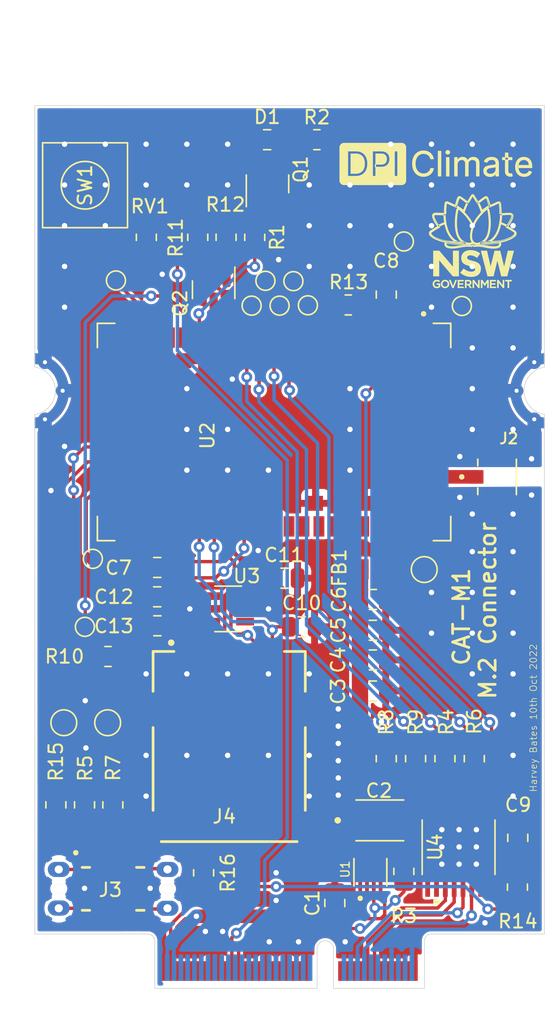
<source format=kicad_pcb>
(kicad_pcb (version 20211014) (generator pcbnew)
  (layers (0 "F.Cu" signal) (31 "B.Cu" signal) (34 "B.Paste" user) (35 "F.Paste" user) (36 "B.SilkS" user "B.Silkscreen") (37 "F.SilkS" user "F.Silkscreen") (38 "B.Mask" user) (39 "F.Mask" user) (44 "Edge.Cuts" user))
  (net 0 "")
  (net 1 "+BATT")
  (net 2 "GND")
  (net 3 "Net-(C2-Pad1)")
  (net 4 "Net-(C7-Pad1)")
  (net 5 "+1V8")
  (net 6 "Net-(C9-Pad1)")
  (net 7 "Net-(C10-Pad1)")
  (net 8 "Net-(C11-Pad1)")
  (net 9 "Net-(C12-Pad1)")
  (net 10 "Net-(D1-Pad2)")
  (net 11 "VCC")
  (net 18 "TX_3V3")
  (net 19 "RX_3V3")
  (net 20 "RTS_3V3")
  (net 21 "CTS_3V3")
  (net 37 "GPIO_VCC_EN")
  (net 38 "GPIO_PWR_ON")
  (net 40 "Net-(TP13-Pad1)")
  (net 45 "+3.3V")
  (net 46 "Net-(J2-Pad1)")
  (net 47 "VBUS")
  (net 48 "Net-(J3-PadA5)")
  (net 49 "USB_D+")
  (net 50 "USB_D-")
  (net 52 "unconnected-(J3-PadB4)")
  (net 56 "Net-(J3-PadB5)")
  (net 58 "Net-(Q1-Pad1)")
  (net 59 "Net-(Q2-Pad1)")
  (net 60 "Net-(Q2-Pad3)")
  (net 61 "NETWORK_INDIC")
  (net 62 "CTS_1V8")
  (net 63 "Net-(R4-Pad2)")
  (net 64 "Net-(R5-Pad2)")
  (net 65 "RTS_1V8")
  (net 66 "Net-(R6-Pad2)")
  (net 67 "Net-(R7-Pad2)")
  (net 68 "RX_1V8")
  (net 69 "Net-(R8-Pad2)")
  (net 70 "TX_1V8")
  (net 71 "Net-(R9-Pad2)")
  (net 72 "Net-(R10-Pad2)")
  (net 73 "Net-(R13-Pad2)")
  (net 74 "Net-(RV1-Pad1)")
  (net 77 "Net-(TP11-Pad1)")
  (net 104 "Net-(D1-Pad1)")
  (footprint "Capacitor_SMD:C_0805_2012Metric" (layer "F.Cu") (at 103.886 82.87 90)
    (fp_text reference "C1")
    (fp_text value "1uF")
  )
  (footprint "NVT2006PW:NVT2006PW" (layer "F.Cu") (at 112.9919 78.760825 -90)
    (fp_text reference "U4")
    (fp_text value "NVT2006PW" hide)
  )
  (footprint "Capacitor_SMD:C_0805_2012Metric" (layer "F.Cu") (at 106.6836 60.5226)
    (fp_text reference "C6")
    (fp_text value "68pF")
  )
  (footprint "USB4145-03-0230-C_REVA:GCT_USB4145-03-0230-C_REVA" (layer "F.Cu") (at 87.5738 81.827)
    (fp_text reference "J3")
    (fp_text value "USB4145-03-0230-C_REVA")
    (fp_line (start -4.1 -0.346655) (end -3.9 -0.346655) (layer "Edge.Cuts") (width 0.01))
    (fp_line (start 4.1 0.33) (end 3.9 0.33) (layer "Edge.Cuts") (width 0.01))
    (fp_line (start 3.9 -0.33) (end 4.1 -0.33) (layer "Edge.Cuts") (width 0.01))
    (fp_line (start -3.9 0.313345) (end -4.1 0.313345) (layer "Edge.Cuts") (width 0.01))
    (fp_arc (start -3.9 -0.346655) (mid -3.666655 -0.25) (end -3.57 -0.016655) (layer "Edge.Cuts") (width 0.01))
    (fp_arc (start -4.43 -0.016655) (mid -4.333345 -0.25) (end -4.1 -0.346655) (layer "Edge.Cuts") (width 0.01))
    (fp_arc (start 3.57 0) (mid 3.666655 -0.233345) (end 3.9 -0.33) (layer "Edge.Cuts") (width 0.01))
    (fp_arc (start 4.1 -0.33) (mid 4.333345 -0.233345) (end 4.43 0) (layer "Edge.Cuts") (width 0.01))
    (fp_arc (start 4.43 0) (mid 4.333345 0.233345) (end 4.1 0.33) (layer "Edge.Cuts") (width 0.01))
    (fp_arc (start -4.1 0.313345) (mid -4.333345 0.21669) (end -4.43 -0.016655) (layer "Edge.Cuts") (width 0.01))
    (fp_arc (start 3.9 0.33) (mid 3.666655 0.233345) (end 3.57 0) (layer "Edge.Cuts") (width 0.01))
    (fp_arc (start -3.57 -0.016655) (mid -3.666655 0.21669) (end -3.9 0.313345) (layer "Edge.Cuts") (width 0.01))
  )
  (footprint "Package_TO_SOT_SMD:SOT-23" (layer "F.Cu") (at 98.933 29.9212 90)
    (fp_text reference "Q1")
    (fp_text value "BC847")
  )
  (footprint "Resistor_SMD:R_0805_2012Metric" (layer "F.Cu") (at 85.471 75.6431 90)
    (fp_text reference "R5")
    (fp_text value "0")
  )
  (footprint "TestPoint:TestPoint_Pad_D1.5mm" (layer "F.Cu") (at 87.1728 69.596)
    (fp_text reference "TP2" hide)
    (fp_text value "USB_D-")
  )
  (footprint "TestPoint:TestPoint_Pad_D1.0mm" (layer "F.Cu") (at 98.7806 37.0586)
    (fp_text reference "TP9" hide)
    (fp_text value "PWR_ON")
  )
  (footprint "T520B107M006ATE015:CAPPM3528X210N" (layer "F.Cu") (at 107.1976 76.7842)
    (fp_text reference "C2")
    (fp_text value "100uF")
  )
  (footprint "AOZ8904CIL:AOZ8904CIL" (layer "F.Cu") (at 96.0374 61.214)
    (fp_text reference "U3")
    (fp_text value "AOZ8904CIL" hide)
  )
  (footprint "TestPoint:TestPoint_Pad_D1.0mm" (layer "F.Cu") (at 99.822 38.8874)
    (fp_text reference "TP6" hide)
    (fp_text value "CTS_1V8")
  )
  (footprint "Capacitor_SMD:C_0805_2012Metric" (layer "F.Cu") (at 107.6706 38.0746 90)
    (fp_text reference "C8")
    (fp_text value "100nF")
  )
  (footprint "Resistor_SMD:R_0805_2012Metric" (layer "F.Cu") (at 90.0176 33.8582 90)
    (fp_text reference "RV1")
    (fp_text value "ESD_RST_IN")
  )
  (footprint "TestPoint:TestPoint_Pad_D1.5mm" (layer "F.Cu") (at 83.947 69.596)
    (fp_text reference "TP1" hide)
    (fp_text value "USB_D+")
  )
  (footprint "Resistor_SMD:R_0805_2012Metric" (layer "F.Cu") (at 93.8022 33.8544 -90)
    (fp_text reference "R11")
    (fp_text value "10K")
  )
  (footprint "TestPoint:TestPoint_Pad_D1.0mm" (layer "F.Cu") (at 108.966 34.163)
    (fp_text reference "TP12" hide)
    (fp_text value "1V8")
  )
  (footprint "Resistor_SMD:R_0805_2012Metric" (layer "F.Cu") (at 97.9932 33.8601 -90)
    (fp_text reference "R1")
    (fp_text value "10K")
  )
  (footprint "TestPoint:TestPoint_Pad_D1.0mm" (layer "F.Cu") (at 85.4964 62.5348)
    (fp_text reference "TP8" hide)
    (fp_text value "VUSB_DET")
  )
  (footprint "SARA-R410M-02B:XCVR_SARA-R410M-02B" (layer "F.Cu") (at 99.4156 48.1915 -90)
    (fp_text reference "U2")
    (fp_text value "SARA-R410M-02B")
  )
  (footprint "footprints:1977223-6" (layer "F.Cu") (at 85.5091 30.0228 -90)
    (fp_text reference "SW1")
    (fp_text value "1977223-6" hide)
  )
  (footprint "Resistor_SMD:R_0805_2012Metric" (layer "F.Cu") (at 104.8766 38.8366 180)
    (fp_text reference "R13")
    (fp_text value "0")
  )
  (footprint "TestPoint:TestPoint_Pad_D1.0mm" (layer "F.Cu") (at 113.2332 38.9128)
    (fp_text reference "TP13" hide)
    (fp_text value "RSVD")
  )
  (footprint "Package_TO_SOT_SMD:SOT-23" (layer "F.Cu") (at 94.9706 37.719 -90)
    (fp_text reference "Q2")
    (fp_text value "BC847")
  )
  (footprint "Resistor_SMD:R_0805_2012Metric" (layer "F.Cu") (at 87.1982 64.7192 180)
    (fp_text reference "R10")
    (fp_text value "0")
  )
  (footprint "Capacitor_SMD:C_0805_2012Metric" (layer "F.Cu") (at 106.6836 64.9732)
    (fp_text reference "C4")
    (fp_text value "10nF")
  )
  (footprint "TPS22967DSGR:SON50P200X200X80-9N" (layer "F.Cu") (at 106.5026 80.5998 90)
    (fp_text reference "U1")
    (fp_text value "TPS22967DSGR")
  )
  (footprint "Resistor_SMD:R_0805_2012Metric" (layer "F.Cu") (at 117.3226 81.7016 90)
    (fp_text reference "R14")
    (fp_text value "200K")
  )
  (footprint "Capacitor_SMD:C_0805_2012Metric" (layer "F.Cu") (at 100.1928 58.9534)
    (fp_text reference "C11")
    (fp_text value "47pF")
  )
  (footprint "Resistor_SMD:R_0805_2012Metric" (layer "F.Cu") (at 94.234 80.645 90)
    (fp_text reference "R16")
    (fp_text value "5.1K")
  )
  (footprint "Resistor_SMD:R_0805_2012Metric" (layer "F.Cu") (at 87.5538 75.6431 90)
    (fp_text reference "R7")
    (fp_text value "0")
  )
  (footprint "Capacitor_SMD:C_0805_2012Metric" (layer "F.Cu") (at 101.4476 62.5348)
    (fp_text reference "C10")
    (fp_text value "47pF")
  )
  (footprint "Resistor_SMD:R_0805_2012Metric" (layer "F.Cu") (at 107.6706 72.2395 90)
    (fp_text reference "R8")
    (fp_text value "0")
  )
  (footprint "Resistor_SMD:R_0805_2012Metric" (layer "F.Cu") (at 111.9886 72.2395 90)
    (fp_text reference "R4")
    (fp_text value "0")
  )
  (footprint "Micromod:M.2-CARD-E-22_FUNCTION_STANDARD" (layer "F.Cu") (at 100.5586 89.154)
    (fp_text reference "J1" hide)
    (fp_text value "MICROMOD_FUNCTION__STANDARD" hide)
    (fp_line (start 2.025 0) (end -9.925 0) (layer "Edge.Cuts") (width 0.051))
    (fp_line (start 10.425 -4) (end 18.746 -4) (layer "Edge.Cuts") (width 0.051))
    (fp_line (start 3.225 -2.9) (end 3.225 0) (layer "Edge.Cuts") (width 0.051))
    (fp_line (start 18.746 -4) (end 18.74905 -42.270269) (layer "Edge.Cuts") (width 0.051))
    (fp_line (start -9.925 0) (end -9.925 -3.5) (layer "Edge.Cuts") (width 0.051))
    (fp_line (start 9.925 -3.5) (end 9.925 0) (layer "Edge.Cuts") (width 0.051))
    (fp_line (start -10.425 -4) (end -18.746 -4) (layer "Edge.Cuts") (width 0.051))
    (fp_line (start -18.746 -65) (end 18.746 -65) (layer "Edge.Cuts") (width 0.051))
    (fp_line (start -18.75 -45.75) (end -18.75 -65) (layer "Edge.Cuts") (width 0.051))
    (fp_line (start -18.746 -4) (end -18.75 -42.25) (layer "Edge.Cuts") (width 0.051))
    (fp_line (start 9.925 0) (end 3.225 0) (layer "Edge.Cuts") (width 0.051))
    (fp_line (start 2.025 -2.9) (end 2.025 0) (layer "Edge.Cuts") (width 0.051))
    (fp_line (start 18.744 -45.731) (end 18.746 -65) (layer "Edge.Cuts") (width 0.051))
    (fp_arc (start -10.425 -4) (mid -10.071447 -3.853553) (end -9.925 -3.5) (layer "Edge.Cuts") (width 0.051))
    (fp_arc (start 9.925 -3.5) (mid 10.071447 -3.853553) (end 10.425 -4) (layer "Edge.Cuts") (width 0.051))
    (fp_arc (start -18.75 -45.75) (mid -17.232764 -44) (end -18.75 -42.25) (layer "Edge.Cuts") (width 0.051))
    (fp_arc (start 18.74905 -42.270269) (mid 17.24896 -43.998449) (end 18.744 -45.731) (layer "Edge.Cuts") (width 0.05))
    (fp_arc (start 2.025 -2.9) (mid 2.625 -3.5) (end 3.225 -2.9) (layer "Edge.Cuts") (width 0.051))
  )
  (footprint "Resistor_SMD:R_0805_2012Metric" (layer "F.Cu") (at 83.3628 75.6431 -90)
    (fp_text reference "R15")
    (fp_text value "5.1K")
  )
  (footprint "TestPoint:TestPoint_Pad_D1.0mm" (layer "F.Cu") (at 86.0806 57.531)
    (fp_text reference "TP11" hide)
    (fp_text value "RSVD")
  )
  (footprint "Capacitor_SMD:C_0805_2012Metric" (layer "F.Cu") (at 98.9076 26.67)
    (fp_text reference "D1")
    (fp_text value "LED")
  )
  (footprint "Resistor_SMD:R_0805_2012Metric" (layer "F.Cu") (at 114.1476 72.2395 90)
    (fp_text reference "R6")
    (fp_text value "0")
  )
  (footprint "Resistor_SMD:R_0805_2012Metric" (layer "F.Cu") (at 108.966 80.5415 -90)
    (fp_text reference "R3")
    (fp_text value "100K")
  )
  (footprint "CONUFL001-SMD-T:LINX_CONUFL001-SMD-T" (layer "F.Cu") (at 115.824 51.4953 -90)
    (fp_text reference "J2")
    (fp_text value "CONUFL001-SMD-T")
  )
  (footprint "Resistor_SMD:R_0805_2012Metric" (layer "F.Cu") (at 109.8296 72.2395 90)
    (fp_text reference "R9")
    (fp_text value "0")
  )
  (footprint "Resistor_SMD:R_0805_2012Metric" (layer "F.Cu") (at 95.885 33.8544 -90)
    (fp_text reference "R12")
    (fp_text value "47K")
  )
  (footprint "Capacitor_SMD:C_0805_2012Metric" (layer "F.Cu") (at 106.6836 62.7888)
    (fp_text reference "C5")
    (fp_text value "15pF")
  )
  (footprint "Capacitor_SMD:C_0805_2012Metric" (layer "F.Cu") (at 117.348 78.0694 90)
    (fp_text reference "C9")
    (fp_text value "1uF")
  )
  (footprint "Capacitor_SMD:C_0805_2012Metric" (layer "F.Cu") (at 90.8304 62.4586 180)
    (fp_text reference "C13")
    (fp_text value "100nF")
  )
  (footprint "TestPoint:TestPoint_Pad_D1.5mm" (layer "F.Cu") (at 110.4646 58.3184 180)
    (fp_text reference "TP10" hide)
    (fp_text value "VCC")
  )
  (footprint "Capacitor_SMD:C_0805_2012Metric" (layer "F.Cu") (at 90.8152 60.325 180)
    (fp_text reference "C12")
    (fp_text value "47pF")
  )
  (footprint "Resistor_SMD:R_0805_2012Metric" (layer "F.Cu") (at 102.5652 26.67)
    (fp_text reference "R2")
    (fp_text value "500")
  )
  (footprint "TestPoint:TestPoint_Pad_D1.0mm" (layer "F.Cu") (at 100.838 37.084)
    (fp_text reference "TP3" hide)
    (fp_text value "TX_1V8")
  )
  (footprint "SIM8060-6-0-14-00-A:GCT_SIM8060-6-0-14-00-A" (layer "F.Cu") (at 96.1136 71.3486)
    (fp_text reference "J4")
    (fp_text value "SIM8060-6-0-14-00-A")
  )
  (footprint "TestPoint:TestPoint_Pad_D1.0mm" (layer "F.Cu") (at 101.9048 38.862)
    (fp_text reference "TP5" hide)
    (fp_text value "RTS_1V8")
  )
  (footprint "Capacitor_SMD:C_0805_2012Metric" (layer "F.Cu") (at 106.6836 67.2592)
    (fp_text reference "C3")
    (fp_text value "100nF")
  )
  (footprint "FBMH2012HM221-TV:BEADC2012X105N" (layer "F.Cu") (at 106.6292 58.293)
    (fp_text reference "FB1")
    (fp_text value "FBMH2012HM221-TV")
  )
  (footprint "TestPoint:TestPoint_Pad_D1.0mm" (layer "F.Cu") (at 97.7646 38.8874)
    (fp_text reference "TP4" hide)
    (fp_text value "RX_1V8")
  )
  (footprint "Capacitor_SMD:C_0805_2012Metric" (layer "F.Cu") (at 90.8202 58.166 180)
    (fp_text reference "C7")
    (fp_text value "47pF")
  )
  (footprint "TestPoint:TestPoint_Pad_D1.0mm" (layer "F.Cu") (at 87.7824 37.0332)
    (fp_text reference "TP7" hide)
    (fp_text value "RESET_N")
  )
  (gr_poly (pts (xy 115.446106 27.954234) (xy 115.463725 27.954995) (xy 115.481964 27.956263) (xy 115.500823 27.958038) (xy 115.520302 27.960321) (xy 115.540401 27.963111) (xy 115.56112 27.96641) (xy 115.58246 27.970216) (xy 115.593369 27.972263) (xy 115.604231 27.974571) (xy 115.615043 27.977139) (xy 115.625808 27.979969) (xy 115.636523 27.983059) (xy 115.64719 27.98641) (xy 115.657808 27.990021) (xy 115.668377 27.993893) (xy 115.678896 27.998026) (xy 115.689367 28.00242) (xy 115.699789 28.007074) (xy 115.710162 28.011989) (xy 115.720485 28.017164) (xy 115.730759 28.022601) (xy 115.740983 28.028298) (xy 115.751158 28.034255) (xy 115.761308 28.040538) (xy 115.77124 28.047208) (xy 115.780953 28.054266) (xy 115.790448 28.061711) (xy 115.799724 28.069544) (xy 115.808782 28.077764) (xy 115.817621 28.086372) (xy 115.82624 28.095367) (xy 115.834641 28.104749) (xy 115.842823 28.11452) (xy 115.850786 28.124677) (xy 115.85853 28.135223) (xy 115.866055 28.146155) (xy 115.87336 28.157476) (xy 115.880446 28.169183) (xy 115.887313 28.181279) (xy 115.893868 28.19383) (xy 115.9 28.206902) (xy 115.90571 28.220496) (xy 115.910996 28.234611) (xy 115.91586 28.249248) (xy 115.9203 28.264405) (xy 115.924318 28.280085) (xy 115.927913 28.296285) (xy 115.931085 28.313008) (xy 115.933834 28.330251) (xy 115.93616 28.348016) (xy 115.938063 28.366302) (xy 115.939543 28.38511) (xy 115.9406 28.404439) (xy 115.941235 28.424289) (xy 115.941446 28.444661) (xy 115.941446 29.357474) (xy 115.728562 29.357474) (xy 115.728562 29.169857) (xy 115.717768 29.169857) (xy 115.714947 29.17552) (xy 115.711902 29.181231) (xy 115.708631 29.186992) (xy 115.705136 29.192803) (xy 115.701415 29.198662) (xy 115.697469 29.204571) (xy 115.693298 29.21053) (xy 115.688902 29.216537) (xy 115.684279 29.222594) (xy 115.679431 29.2287) (xy 115.674357 29.234856) (xy 115.669056 29.241061) (xy 115.66353 29.247315) (xy 115.657776 29.253618) (xy 115.651796 29.25997) (xy 115.64559 29.266372) (xy 115.639149 29.272739) (xy 115.632446 29.278986) (xy 115.625482 29.285113) (xy 115.618256 29.29112) (xy 115.610769 29.297008) (xy 115.60302 29.302776) (xy 115.595011 29.308424) (xy 115.58674 29.313952) (xy 115.578208 29.319361) (xy 115.569415 29.324649) (xy 115.560361 29.329818) (xy 115.551047 29.334867) (xy 115.541471 29.339797) (xy 115.531635 29.344606) (xy 115.521538 29.349295) (xy 115.511181 29.353865) (xy 115.500559 29.358234) (xy 115.489646 29.362322) (xy 115.478443 29.366127) (xy 115.46695 29.36965) (xy 115.455168 29.372892) (xy 115.443095 29.375852) (xy 115.430733 29.378529) (xy 115.418081 29.380925) (xy 115.405139 29.383039) (xy 115.391908 29.384871) (xy 115.378388 29.386421) (xy 115.364578 29.387689) (xy 115.350479 29.388675) (xy 115.33609 29.38938) (xy 115.321413 29.389802) (xy 115.306446 29.389943) (xy 115.290081 29.389749) (xy 115.273905 29.389168) (xy 115.25792 29.388199) (xy 115.242124 29.386843) (xy 115.226518 29.385099) (xy 115.211103 29.382967) (xy 115.195877 29.380448) (xy 115.180842 29.377541) (xy 115.165998 29.374247) (xy 115.151343 29.370565) (xy 115.13688 29.366495) (xy 115.122607 29.362038) (xy 115.108524 29.357193) (xy 115.094633 29.351961) (xy 115.080932 29.346341) (xy 115.067422 29.340334) (xy 115.05418 29.333848) (xy 115.041283 29.327016) (xy 115.02873 29.31984) (xy 115.016522 29.312318) (xy 115.00466 29.30445) (xy 114.993142 29.296237) (xy 114.981968 29.287679) (xy 114.97114 29.278775) (xy 114.960656 29.269526) (xy 114.950517 29.259932) (xy 114.940723 29.249992) (xy 114.931274 29.239707) (xy 114.922169 29.229077) (xy 114.913409 29.218102) (xy 114.904994 29.206781) (xy 114.896924 29.195115) (xy 114.889282 29.183009) (xy 114.882133 29.170593) (xy 114.875477 29.157866) (xy 114.869312 29.14483) (xy 114.863641 29.131483) (xy 114.858462 29.117827) (xy 114.853777 29.10386) (xy 114.849584 29.089583) (xy 114.845884 29.074996) (xy 114.842677 29.060099) (xy 114.839963 29.044892) (xy 114.837743 29.029375) (xy 114.836016 29.013548) (xy 114.834782 28.997411) (xy 114.834041 28.980964) (xy 114.833954 28.975029) (xy 115.046678 28.975029) (xy 115.046999 28.988686) (xy 115.047961 29.001921) (xy 115.049564 29.014732) (xy 115.051808 29.027121) (xy 115.054693 29.039087) (xy 115.05822 29.050629) (xy 115.062388 29.061749) (xy 115.067197 29.072447) (xy 115.072647 29.082721) (xy 115.078738 29.092572) (xy 115.085471 29.102001) (xy 115.092845 29.111006) (xy 115.10086 29.119589) (xy 115.109516 29.127749) (xy 115.118813 29.135487) (xy 115.128752 29.142801) (xy 115.139302 29.149573) (xy 115.150196 29.155908) (xy 115.161434 29.161805) (xy 115.173016 29.167267) (xy 115.184942 29.172291) (xy 115.197214 29.176878) (xy 115.20983 29.181029) (xy 115.222792 29.184742) (xy 115.236098 29.188019) (xy 115.249751 29.190859) (xy 115.263749 29.193262) (xy 115.278094 29.195228) (xy 115.292784 29.196757) (xy 115.307822 29.19785) (xy 115.323206 29.198505) (xy 115.338937 29.198724) (xy 115.354568 29.19853) (xy 115.369888 29.197948) (xy 115.384898 29.196979) (xy 115.399598 29.195623) (xy 115.413988 29.193879) (xy 115.428067 29.191747) (xy 115.441836 29.189228) (xy 115.455294 29.186321) (xy 115.468442 29.183027) (xy 115.481278 29.179345) (xy 115.493804 29.175275) (xy 115.506019 29.170818) (xy 115.517923 29.165974) (xy 115.529516 29.160741) (xy 115.540798 29.155122) (xy 115.551768 29.149114) (xy 115.562542 29.1428) (xy 115.572976 29.136261) (xy 115.583071 29.129496) (xy 115.592826 29.122506) (xy 115.602243 29.11529) (xy 115.61132 29.107848) (xy 115.620058 29.100181) (xy 115.628458 29.092289) (xy 115.636519 29.084171) (xy 115.644241 29.075827) (xy 115.651625 29.067258) (xy 115.658671 29.058464) (xy 115.665379 29.049443) (xy 115.67175 29.040198) (xy 115.677782 29.030726) (xy 115.683477 29.021029) (xy 115.688937 29.011189) (xy 115.694044 29.001285) (xy 115.698799 28.991317) (xy 115.703202 28.981286) (xy 115.707253 28.971192) (xy 115.710951 28.961034) (xy 115.714298 28.950813) (xy 115.717291 28.940528) (xy 115.719933 28.93018) (xy 115.722223 28.919768) (xy 115.72416 28.909293) (xy 115.725745 28.898755) (xy 115.726977 28.888153) (xy 115.727858 28.877487) (xy 115.728386 28.866759) (xy 115.728562 28.855967) (xy 115.728562 28.661138) (xy 115.726749 28.663157) (xy 115.72468 28.665156) (xy 115.722358 28.667133) (xy 115.719782 28.669088) (xy 115.716951 28.671023) (xy 115.713866 28.672936) (xy 115.710527 28.674829) (xy 115.706933 28.676699) (xy 115.703085 28.678549) (xy 115.698983 28.680378) (xy 115.694627 28.682185) (xy 115.690016 28.683971) (xy 115.685152 28.685736) (xy 115.680033 28.68748) (xy 115.674659 28.689202) (xy 115.669032 28.690903) (xy 115.657535 28.694018) (xy 115.645586 28.697048) (xy 115.633186 28.699993) (xy 115.620335 28.702854) (xy 115.607032 28.70563) (xy 115.593278 28.708322) (xy 115.579072 28.710929) (xy 115.564415 28.713451) (xy 115.535263 28.717851) (xy 115.506458 28.722024) (xy 115.477991 28.725971) (xy 115.449851 28.729691) (xy 115.400036 28.735553) (xy 115.360581 28.740513) (xy 115.339995 28.743431) (xy 115.319751 28.746772) (xy 115.299848 28.750535) (xy 115.280286 28.754721) (xy 115.261063 28.75933) (xy 115.24218 28.764361) (xy 115.223635 28.769815) (xy 115.205429 28.775692) (xy 115.196625 28.778718) (xy 115.188033 28.781934) (xy 115.179653 28.785341) (xy 115.171485 28.788939) (xy 115.163529 28.792726) (xy 115.155784 28.796704) (xy 115.148251 28.800872) (xy 115.14093 28.805231) (xy 115.13382 28.809779) (xy 115.126921 28.814519) (xy 115.120234 28.819448) (xy 115.113758 28.824568) (xy 115.107493 28.829878) (xy 115.101439 28.835378) (xy 115.095596 28.841069) (xy 115.089965 28.846949) (xy 115.084726 28.852946) (xy 115.079824 28.859211) (xy 115.075261 28.865743) (xy 115.071034 28.872543) (xy 115.067146 28.879611) (xy 115.063595 28.886946) (xy 115.060382 28.89455) (xy 115.057507 28.902421) (xy 115.054969 28.910559) (xy 115.05277 28.918966) (xy 115.050909 28.92764) (xy 115.049386 28.936583) (xy 115.048202 28.945793) (xy 115.047355 28.95527) (xy 115.046848 28.965016) (xy 115.046678 28.975029) (xy 114.833954 28.975029) (xy 114.833795 28.964207) (xy 114.833978 28.949501) (xy 114.834529 28.935146) (xy 114.835446 28.921145) (xy 114.836731 28.907495) (xy 114.838382 28.894198) (xy 114.8404 28.881253) (xy 114.842784 28.86866) (xy 114.845535 28.85642) (xy 114.848653 28.844532) (xy 114.852137 28.832997) (xy 114.855987 28.821814) (xy 114.860204 28.810983) (xy 114.864787 28.800504) (xy 114.869736 28.790378) (xy 114.875051 28.780605) (xy 114.880731 28.771183) (xy 114.886718 28.761952) (xy 114.892951 28.752974) (xy 114.899429 28.74425) (xy 114.906153 28.735779) (xy 114.913124 28.727562) (xy 114.920341 28.719599) (xy 114.927804 28.711889) (xy 114.935514 28.704434) (xy 114.943471 28.697231) (xy 114.951674 28.690283) (xy 114.960125 28.683588) (xy 114.968823 28.677147) (xy 114.977769 28.67096) (xy 114.986962 28.665026) (xy 114.996403 28.659346) (xy 115.006092 28.65392) (xy 115.02597 28.643661) (xy 115.046355 28.634079) (xy 115.067245 28.625172) (xy 115.088642 28.616941) (xy 115.110544 28.609387) (xy 115.132953 28.60251) (xy 115.155867 28.596309) (xy 115.179287 28.590785) (xy 115.203194 28.585513) (xy 115.227131 28.580523) (xy 115.251097 28.575815) (xy 115.275093 28.571389) (xy 115.299119 28.567245) (xy 115.323175 28.563384) (xy 115.34726 28.559804) (xy 115.371376 28.556506) (xy 115.485715 28.542302) (xy 115.533925 28.536721) (xy 115.576162 28.532153) (xy 115.595329 28.529716) (xy 115.613142 28.526912) (xy 115.629602 28.523741) (xy 115.64471 28.520204) (xy 115.658465 28.5163) (xy 115.664836 28.51421) (xy 115.67087 28.512029) (xy 115.676565 28.509756) (xy 115.681923 28.507392) (xy 115.686944 28.504936) (xy 115.691627 28.502388) (xy 115.693898 28.501061) (xy 115.696097 28.499675) (xy 115.698224 28.498228) (xy 115.700279 28.496722) (xy 115.702262 28.495156) (xy 115.704173 28.493529) (xy 115.706012 28.491843) (xy 115.707779 28.490098) (xy 115.709474 28.488292) (xy 115.711097 28.486426) (xy 115.712648 28.484501) (xy 115.714127 28.482515) (xy 115.715534 28.48047) (xy 115.716869 28.478365) (xy 115.718131 28.4762) (xy 115.719322 28.473975) (xy 115.720441 28.47169) (xy 115.721487 28.469345) (xy 115.722462 28.466941) (xy 115.723364 28.464476) (xy 115.724194 28.461952) (xy 115.724952 28.459368) (xy 115.725638 28.456724) (xy 115.726252 28.45402) (xy 115.726793 28.451256) (xy 115.727262 28.448432) (xy 115.72766 28.445548) (xy 115.727985 28.442604) (xy 115.728237 28.439601) (xy 115.728418 28.436537) (xy 115.728562 28.430231) (xy 115.728562 28.423013) (xy 115.728277 28.406559) (xy 115.727421 28.39057) (xy 115.725995 28.375046) (xy 115.723998 28.359987) (xy 115.721431 28.345393) (xy 115.718293 28.331265) (xy 115.714585 28.317601) (xy 115.710306 28.304403) (xy 115.705457 28.291669) (xy 115.700037 28.279401) (xy 115.694047 28.267598) (xy 115.687486 28.25626) (xy 115.680355 28.245387) (xy 115.672653 28.234979) (xy 115.664381 28.225036) (xy 115.655538 28.215558) (xy 115.646226 28.206601) (xy 115.636329 28.198222) (xy 115.625847 28.190421) (xy 115.614779 28.183197) (xy 115.603127 28.176552) (xy 115.59089 28.170484) (xy 115.578067 28.164994) (xy 115.56466 28.160083) (xy 115.550668 28.155749) (xy 115.536091 28.151993) (xy 115.52093 28.148814) (xy 115.505184 28.146214) (xy 115.488854 28.144192) (xy 115.471939 28.142747) (xy 115.45444 28.14188) (xy 115.436357 28.141591) (xy 115.417555 28.141852) (xy 115.399269 28.142634) (xy 115.381498 28.143938) (xy 115.364243 28.145763) (xy 115.347503 28.14811) (xy 115.331279 28.150978) (xy 115.315569 28.154368) (xy 115.300374 28.158279) (xy 115.285694 28.162712) (xy 115.271529 28.167666) (xy 115.257878 28.173142) (xy 115.244741 28.179139) (xy 115.232118 28.185657) (xy 115.220009 28.192697) (xy 115.208414 28.200258) (xy 115.197332 28.208341) (xy 115.186708 28.216719) (xy 115.176486 28.225168) (xy 115.166666 28.233687) (xy 115.157247 28.242277) (xy 115.14823 28.250938) (xy 115.139614 28.259669) (xy 115.131399 28.26847) (xy 115.123586 28.277342) (xy 115.116174 28.286284) (xy 115.109163 28.295297) (xy 115.102554 28.304381) (xy 115.096345 28.313535) (xy 115.090537 28.322759) (xy 115.08513 28.332054) (xy 115.080124 28.34142) (xy 115.075518 28.350856) (xy 114.873483 28.278693) (xy 114.88039 28.263127) (xy 114.887579 28.247998) (xy 114.89505 28.233305) (xy 114.902802 28.21905) (xy 114.910837 28.205231) (xy 114.919153 28.19185) (xy 114.927752 28.178905) (xy 114.936632 28.166397) (xy 114.945795 28.154326) (xy 114.955239 28.142692) (xy 114.964966 28.131494) (xy 114.974976 28.120734) (xy 114.985268 28.11041) (xy 114.995842 28.100523) (xy 115.0067 28.091073) (xy 115.017839 28.08206) (xy 115.029284 28.073322) (xy 115.040856 28.064923) (xy 115.052555 28.056862) (xy 115.064383 28.049138) (xy 115.076338 28.041754) (xy 115.088421 28.034707) (xy 115.100632 28.027998) (xy 115.11297 28.021628) (xy 115.125436 28.015596) (xy 115.13803 28.009902) (xy 115.150752 28.004547) (xy 115.163601 27.999529) (xy 115.176579 27.99485) (xy 115.189684 27.990509) (xy 115.202916 27.986506) (xy 115.216277 27.982841) (xy 115.243269 27.976077) (xy 115.270152 27.970215) (xy 115.296924 27.965254) (xy 115.323585 27.961196) (xy 115.350134 27.958039) (xy 115.376572 27.955785) (xy 115.402896 27.954432) (xy 115.429107 27.953981)) (layer "F.SilkS") (width 0.04) (fill solid))
  (gr_poly (pts (xy 114.042472 30.775607) (xy 114.043837 30.775885) (xy 114.045515 30.776341) (xy 114.047489 30.777014) (xy 114.049737 30.777943) (xy 114.052242 30.779167) (xy 114.054983 30.780723) (xy 114.05794 30.782652) (xy 114.061096 30.784992) (xy 114.06443 30.787781) (xy 114.067922 30.791059) (xy 114.071555 30.794863) (xy 114.075307 30.799234) (xy 114.07916 30.804209) (xy 114.081119 30.806935) (xy 114.083095 30.809828) (xy 114.091032 30.822065) (xy 114.100954 30.837733) (xy 114.114845 30.860098) (xy 114.215469 31.035302) (xy 114.280695 31.157289) (xy 114.352308 31.299307) (xy 114.402493 31.405811) (xy 114.395303 31.410433) (xy 114.352969 31.354871) (xy 114.329007 31.322387) (xy 114.306626 31.290461) (xy 114.285671 31.259156) (xy 114.265987 31.228532) (xy 114.24742 31.198653) (xy 114.229814 31.16958) (xy 114.196865 31.1141) (xy 114.190912 31.10331) (xy 114.184959 31.092768) (xy 114.179006 31.082474) (xy 114.173052 31.072428) (xy 114.167099 31.06263) (xy 114.161146 31.05308) (xy 114.155193 31.043779) (xy 114.14924 31.034725) (xy 114.1423 31.023056) (xy 114.13539 31.011822) (xy 114.121789 30.990407) (xy 114.108684 30.969985) (xy 114.102395 30.95999) (xy 114.096323 30.950058) (xy 114.09038 30.940379) (xy 114.0845 30.931165) (xy 114.073172 30.914009) (xy 114.062837 30.898341) (xy 114.058196 30.890987) (xy 114.05399 30.883912) (xy 114.050259 30.878197) (xy 114.046962 30.872916) (xy 114.044037 30.868006) (xy 114.041422 30.863407) (xy 114.039055 30.859056) (xy 114.036874 30.854891) (xy 114.032823 30.846871) (xy 114.030714 30.85009) (xy 114.028358 30.853775) (xy 114.022901 30.862415) (xy 114.016452 30.872544) (xy 114.012855 30.878089) (xy 114.009011 30.883912) (xy 114.005796 30.889116) (xy 114.002148 30.894785) (xy 113.993797 30.907394) (xy 113.984454 30.921492) (xy 113.979565 30.929021) (xy 113.974615 30.936829) (xy 113.967551 30.947759) (xy 113.960269 30.958781) (xy 113.94518 30.981478) (xy 113.937434 30.993337) (xy 113.929594 31.005662) (xy 113.921693 31.018545) (xy 113.91376 31.032079) (xy 113.896232 31.062837) (xy 113.886599 31.079332) (xy 113.881675 31.087533) (xy 113.876719 31.095579) (xy 113.843274 31.155028) (xy 113.825047 31.186085) (xy 113.805612 31.217949) (xy 113.784812 31.250557) (xy 113.762493 31.283847) (xy 113.7385 31.317757) (xy 113.712677 31.352225) (xy 113.67364 31.403462) (xy 113.689196 31.370289) (xy 113.725101 31.296387) (xy 113.759642 31.227538) (xy 113.792446 31.164023) (xy 113.823142 31.106119) (xy 113.87672 31.008265) (xy 113.964032 30.860098) (xy 113.967441 30.854302) (xy 113.970714 30.848823) (xy 113.97384 30.843669) (xy 113.976807 30.838849) (xy 113.982217 30.83024) (xy 113.986852 30.823057) (xy 113.99062 30.817362) (xy 113.993426 30.813217) (xy 113.995782 30.809827) (xy 113.998758 30.805517) (xy 114.00173 30.801513) (xy 114.004694 30.797811) (xy 114.007647 30.794407) (xy 114.010584 30.791298) (xy 114.013502 30.78848) (xy 114.016396 30.785948) (xy 114.019264 30.7837) (xy 114.0221 30.78173) (xy 114.024902 30.780036) (xy 114.027664 30.778613) (xy 114.030385 30.777457) (xy 114.033058 30.776565) (xy 114.034376 30.776217) (xy 114.035681 30.775933) (xy 114.036973 30.775713) (xy 114.03825 30.775556) (xy 114.039513 30.775463) (xy 114.040761 30.775432)) (layer "F.SilkS") (width 0.02) (fill solid))
  (gr_poly (pts (xy 113.915084 34.8087) (xy 113.965686 34.811733) (xy 114.015295 34.816751) (xy 114.063912 34.823722) (xy 114.111537 34.832616) (xy 114.15817 34.8434) (xy 114.203811 34.856046) (xy 114.248459 34.87052) (xy 114.292115 34.886793) (xy 114.334779 34.904834) (xy 114.376451 34.92461) (xy 114.417131 34.946092) (xy 114.456818 34.969248) (xy 114.495514 34.994048) (xy 114.533217 35.02046) (xy 114.569928 35.048453) (xy 114.352969 35.363306) (xy 114.321281 35.342012) (xy 114.289712 35.32181) (xy 114.25826 35.30274) (xy 114.22692 35.284841) (xy 114.195689 35.268151) (xy 114.164562 35.252709) (xy 114.133536 35.238553) (xy 114.102607 35.225723) (xy 114.071771 35.214258) (xy 114.041024 35.204195) (xy 114.010363 35.195574) (xy 113.979783 35.188434) (xy 113.94928 35.182812) (xy 113.918851 35.178749) (xy 113.888492 35.176283) (xy 113.858199 35.175452) (xy 113.828868 35.176307) (xy 113.801401 35.178817) (xy 113.775802 35.1829) (xy 113.752076 35.188475) (xy 113.730225 35.195461) (xy 113.710254 35.203776) (xy 113.700975 35.208407) (xy 113.692167 35.21334) (xy 113.683831 35.218564) (xy 113.675967 35.22407) (xy 113.668576 35.229847) (xy 113.661658 35.235885) (xy 113.655214 35.242174) (xy 113.649245 35.248704) (xy 113.64375 35.255464) (xy 113.638731 35.262445) (xy 113.634187 35.269636) (xy 113.630119 35.277028) (xy 113.626529 35.284609) (xy 113.623415 35.29237) (xy 113.620779 35.3003) (xy 113.618621 35.30839) (xy 113.616942 35.316629) (xy 113.615742 35.325007) (xy 113.614782 35.34214) (xy 113.614782 35.347432) (xy 113.615027 35.358853) (xy 113.615783 35.369816) (xy 113.61708 35.380344) (xy 113.618947 35.390457) (xy 113.621415 35.400179) (xy 113.624514 35.409532) (xy 113.628274 35.418538) (xy 113.632724 35.42722) (xy 113.637895 35.435599) (xy 113.643818 35.443698) (xy 113.650521 35.45154) (xy 113.658035 35.459145) (xy 113.66639 35.466538) (xy 113.675617 35.47374) (xy 113.685744 35.480773) (xy 113.696803 35.487661) (xy 113.708823 35.494423) (xy 113.721834 35.501085) (xy 113.735866 35.507667) (xy 113.750949 35.514191) (xy 113.767114 35.520681) (xy 113.784391 35.527158) (xy 113.802808 35.533645) (xy 113.822397 35.540164) (xy 113.86521 35.553386) (xy 113.913069 35.567004) (xy 113.966214 35.581196) (xy 114.024886 35.59614) (xy 114.09532 35.615464) (xy 114.161715 35.635889) (xy 114.224002 35.657647) (xy 114.282111 35.680972) (xy 114.335972 35.706094) (xy 114.385515 35.733247) (xy 114.430671 35.762664) (xy 114.451582 35.778294) (xy 114.47137 35.794577) (xy 114.490027 35.811542) (xy 114.507543 35.829218) (xy 114.523909 35.847635) (xy 114.539118 35.866821) (xy 114.55316 35.886805) (xy 114.566027 35.907617) (xy 114.57771 35.929285) (xy 114.5882 35.951839) (xy 114.597489 35.975307) (xy 114.605568 35.999719) (xy 114.612427 36.025105) (xy 114.618059 36.051492) (xy 114.622455 36.078909) (xy 114.625605 36.107387) (xy 114.627502 36.136954) (xy 114.628136 36.16764) (xy 114.628136 36.172931) (xy 114.627296 36.207912) (xy 114.624797 36.241908) (xy 114.620669 36.274911) (xy 114.614943 36.306913) (xy 114.607649 36.337905) (xy 114.598818 36.367879) (xy 114.58848 36.396827) (xy 114.576666 36.42474) (xy 114.563407 36.451611) (xy 114.548732 36.477431) (xy 114.532673 36.502193) (xy 114.515259 36.525887) (xy 114.496522 36.548505) (xy 114.476492 36.570039) (xy 114.4552 36.590482) (xy 114.432675 36.609825) (xy 114.408949 36.628058) (xy 114.384052 36.645176) (xy 114.358015 36.661168) (xy 114.330868 36.676027) (xy 114.302641 36.689745) (xy 114.273365 36.702313) (xy 114.243071 36.713723) (xy 114.21179 36.723967) (xy 114.179551 36.733037) (xy 114.146385 36.740924) (xy 114.112323 36.747621) (xy 114.077395 36.753118) (xy 114.041632 36.757408) (xy 114.005064 36.760483) (xy 113.967722 36.762333) (xy 113.929636 36.762952) (xy 113.875111 36.762239) (xy 113.820728 36.759107) (xy 113.766571 36.753557) (xy 113.712719 36.745589) (xy 113.659255 36.735202) (xy 113.606261 36.722396) (xy 113.553816 36.707173) (xy 113.502003 36.68953) (xy 113.450904 36.669469) (xy 113.400599 36.64699) (xy 113.35117 36.622093) (xy 113.302698 36.594776) (xy 113.255265 36.565042) (xy 113.208952 36.532889) (xy 113.16384 36.498317) (xy 113.120011 36.461327) (xy 113.366074 36.164994) (xy 113.398391 36.190688) (xy 113.430886 36.215146) (xy 113.463614 36.238309) (xy 113.496629 36.26012) (xy 113.529985 36.28052) (xy 113.563736 36.299451) (xy 113.597937 36.316855) (xy 113.632641 36.332674) (xy 113.667904 36.346849) (xy 113.703779 36.359323) (xy 113.740321 36.370038) (xy 113.777584 36.378935) (xy 113.815621 36.385955) (xy 113.854488 36.391042) (xy 113.894239 36.394137) (xy 113.934928 36.395182) (xy 113.96636 36.394382) (xy 113.996128 36.392009) (xy 114.024184 36.388101) (xy 114.050477 36.382697) (xy 114.074955 36.375835) (xy 114.097569 36.367555) (xy 114.118269 36.357896) (xy 114.137003 36.346895) (xy 114.145618 36.340904) (xy 114.153723 36.334592) (xy 114.161311 36.327965) (xy 114.168376 36.321026) (xy 114.174912 36.313781) (xy 114.180913 36.306235) (xy 114.186373 36.298392) (xy 114.191284 36.290258) (xy 114.195641 36.281837) (xy 114.199438 36.273133) (xy 114.202668 36.264153) (xy 114.205325 36.254901) (xy 114.207402 36.245381) (xy 114.208894 36.235598) (xy 114.209793 36.225558) (xy 114.210094 36.215265) (xy 114.210094 36.209973) (xy 114.209895 36.200196) (xy 114.209274 36.1907) (xy 114.208198 36.181472) (xy 114.206632 36.172497) (xy 114.204543 36.163763) (xy 114.201897 36.155256) (xy 114.19866 36.146961) (xy 114.194798 36.138866) (xy 114.190277 36.130958) (xy 114.185064 36.123221) (xy 114.179123 36.115644) (xy 114.172422 36.108212) (xy 114.164927 36.100912) (xy 114.156603 36.093729) (xy 114.147417 36.086652) (xy 114.137334 36.079666) (xy 114.126321 36.072757) (xy 114.114345 36.065912) (xy 114.10137 36.059118) (xy 114.087363 36.05236) (xy 114.07229 36.045625) (xy 114.056118 36.038901) (xy 114.038812 36.032172) (xy 114.020339 36.025426) (xy 114.000664 36.018649) (xy 113.979753 36.011827) (xy 113.934091 35.997996) (xy 113.88308 35.983824) (xy 113.826449 35.969202) (xy 113.756154 35.950689) (xy 113.689243 35.931602) (xy 113.625874 35.911555) (xy 113.566206 35.890158) (xy 113.510399 35.867025) (xy 113.458611 35.841768) (xy 113.411 35.814) (xy 113.388812 35.799053) (xy 113.367727 35.783333) (xy 113.347767 35.766791) (xy 113.32895 35.749379) (xy 113.311297 35.731048) (xy 113.294827 35.71175) (xy 113.279561 35.691437) (xy 113.265518 35.67006) (xy 113.252719 35.647571) (xy 113.241182 35.623921) (xy 113.230928 35.599062) (xy 113.221977 35.572945) (xy 113.214349 35.545522) (xy 113.208063 35.516744) (xy 113.203139 35.486563) (xy 113.199597 35.454931) (xy 113.197458 35.421799) (xy 113.19674 35.387119) (xy 113.19674 35.381827) (xy 113.197549 35.349918) (xy 113.199955 35.318697) (xy 113.203928 35.288185) (xy 113.209437 35.258403) (xy 113.216452 35.229374) (xy 113.224942 35.201117) (xy 113.234877 35.173655) (xy 113.246226 35.14701) (xy 113.258958 35.121201) (xy 113.273044 35.09625) (xy 113.288452 35.07218) (xy 113.305152 35.04901) (xy 113.323114 35.026763) (xy 113.342307 35.00546) (xy 113.3627 34.985122) (xy 113.384264 34.96577) (xy 113.406967 34.947426) (xy 113.430778 34.930111) (xy 113.455668 34.913846) (xy 113.481607 34.898653) (xy 113.508562 34.884553) (xy 113.536504 34.871567) (xy 113.565403 34.859716) (xy 113.595228 34.849023) (xy 113.625947 34.839508) (xy 113.657532 34.831192) (xy 113.689951 34.824097) (xy 113.723173 34.818244) (xy 113.757169 34.813655) (xy 113.791907 34.810351) (xy 113.827358 34.808352) (xy 113.86349 34.807682)) (layer "F.SilkS") (width 0.02) (fill solid))
  (gr_poly (pts (xy 114.043764 34.410891) (xy 114.043407 34.411121) (xy 114.043407 34.410807)) (layer "F.SilkS") (width 0.02) (fill solid))
  (gr_poly (pts (xy 112.204348 27.452639) (xy 112.211915 27.453136) (xy 112.21934 27.453964) (xy 112.226625 27.455123) (xy 112.233768 27.456613) (xy 112.24077 27.458434) (xy 112.247632 27.460587) (xy 112.254352 27.463071) (xy 112.260932 27.465886) (xy 112.267371 27.469032) (xy 112.273669 27.472509) (xy 112.279827 27.476318) (xy 112.285845 27.480458) (xy 112.291722 27.484929) (xy 112.297459 27.489732) (xy 112.303056 27.494865) (xy 112.308515 27.500231) (xy 112.313622 27.505732) (xy 112.318377 27.511366) (xy 112.32278 27.517134) (xy 112.326831 27.523036) (xy 112.330529 27.529072) (xy 112.333875 27.535241) (xy 112.336869 27.541545) (xy 112.339511 27.547982) (xy 112.3418 27.554554) (xy 112.343737 27.561259) (xy 112.345322 27.568098) (xy 112.346555 27.575071) (xy 112.347436 27.582178) (xy 112.347964 27.589419) (xy 112.34814 27.596793) (xy 112.347964 27.604168) (xy 112.347436 27.611408) (xy 112.346555 27.618515) (xy 112.345322 27.625487) (xy 112.343737 27.632326) (xy 112.3418 27.639031) (xy 112.339511 27.645602) (xy 112.336869 27.652039) (xy 112.333875 27.658342) (xy 112.330529 27.664511) (xy 112.326831 27.670547) (xy 112.32278 27.676448) (xy 112.318377 27.682216) (xy 112.313622 27.68785) (xy 112.308515 27.69335) (xy 112.303056 27.698716) (xy 112.297459 27.70385) (xy 112.291722 27.708652) (xy 112.285845 27.713123) (xy 112.279827 27.717263) (xy 112.273669 27.721072) (xy 112.267371 27.724549) (xy 112.260932 27.727695) (xy 112.254352 27.73051) (xy 112.247632 27.732994) (xy 112.24077 27.735147) (xy 112.233768 27.736968) (xy 112.226625 27.738458) (xy 112.21934 27.739617) (xy 112.211915 27.740445) (xy 112.204348 27.740942) (xy 112.19664 27.741108) (xy 112.188928 27.740942) (xy 112.181348 27.740445) (xy 112.173902 27.739617) (xy 112.166588 27.738458) (xy 112.159408 27.736968) (xy 112.152362 27.735147) (xy 112.145449 27.732994) (xy 112.13867 27.73051) (xy 112.132025 27.727695) (xy 112.125514 27.724549) (xy 112.119137 27.721072) (xy 112.112895 27.717263) (xy 112.106787 27.713123) (xy 112.100813 27.708652) (xy 112.094975 27.70385) (xy 112.089272 27.698716) (xy 112.083918 27.69335) (xy 112.078911 27.68785) (xy 112.074249 27.682216) (xy 112.069934 27.676448) (xy 112.065964 27.670547) (xy 112.062339 27.664511) (xy 112.05906 27.658342) (xy 112.056127 27.652039) (xy 112.053539 27.645602) (xy 112.051296 27.639031) (xy 112.049398 27.632326) (xy 112.047846 27.625487) (xy 112.046639 27.618515) (xy 112.045777 27.611408) (xy 112.045259 27.604168) (xy 112.045087 27.596793) (xy 112.045259 27.589419) (xy 112.045777 27.582178) (xy 112.046639 27.575071) (xy 112.047846 27.568098) (xy 112.049398 27.561259) (xy 112.051296 27.554554) (xy 112.053539 27.547982) (xy 112.056127 27.541545) (xy 112.05906 27.535241) (xy 112.062339 27.529072) (xy 112.065964 27.523036) (xy 112.069934 27.517134) (xy 112.074249 27.511366) (xy 112.078911 27.505732) (xy 112.083918 27.500231) (xy 112.089272 27.494865) (xy 112.094975 27.489732) (xy 112.100813 27.484929) (xy 112.106787 27.480458) (xy 112.112895 27.476318) (xy 112.119137 27.472509) (xy 112.125514 27.469032) (xy 112.132025 27.465886) (xy 112.13867 27.463071) (xy 112.145449 27.460587) (xy 112.152362 27.458434) (xy 112.159408 27.456613) (xy 112.166588 27.455123) (xy 112.173902 27.453964) (xy 112.181348 27.453136) (xy 112.188928 27.452639) (xy 112.19664 27.452474)) (layer "F.SilkS") (width 0.04) (fill solid))
  (gr_poly (pts (xy 114.921823 37.27889) (xy 115.096448 37.003723) (xy 115.204928 37.003723) (xy 115.204928 37.583161) (xy 115.104386 37.583161) (xy 115.104386 37.167765) (xy 114.921823 37.440286) (xy 114.916532 37.440286) (xy 114.736615 37.170411) (xy 114.736615 37.583161) (xy 114.636074 37.583161) (xy 114.636074 37.003723) (xy 114.744553 37.003723)) (layer "F.SilkS") (width 0.02) (fill solid))
  (gr_poly (pts (xy 115.944144 31.296971) (xy 115.947725 31.297404) (xy 115.951215 31.297959) (xy 115.954613 31.298635) (xy 115.95792 31.299431) (xy 115.961137 31.300347) (xy 115.964263 31.30138) (xy 115.9673 31.302531) (xy 115.970247 31.303798) (xy 115.973106 31.305181) (xy 115.975877 31.306678) (xy 115.97856 31.308288) (xy 115.981156 31.310011) (xy 115.983665 31.311845) (xy 115.986088 31.313789) (xy 115.988425 31.315843) (xy 115.990677 31.318006) (xy 115.992844 31.320276) (xy 115.994927 31.322652) (xy 115.996926 31.325135) (xy 115.998842 31.327721) (xy 116.000674 31.330412) (xy 116.004094 31.3361) (xy 116.007187 31.342192) (xy 116.009959 31.348678) (xy 116.012413 31.355553) (xy 116.014553 31.362807) (xy 116.021168 31.411424) (xy 116.027948 31.468847) (xy 116.03572 31.545369) (xy 116.044608 31.663315) (xy 116.051264 31.782502) (xy 116.053677 31.842328) (xy 116.05544 31.902185) (xy 116.05652 31.961979) (xy 116.056887 32.021619) (xy 116.053963 32.192026) (xy 116.053599 32.191641) (xy 116.048469 32.185791) (xy 116.043706 32.179926) (xy 116.039295 32.174051) (xy 116.035223 32.168175) (xy 116.031477 32.162302) (xy 116.028043 32.15644) (xy 116.022056 32.144771) (xy 116.017154 32.133218) (xy 116.01323 32.121832) (xy 116.010173 32.110662) (xy 116.007876 32.099761) (xy 116.00623 32.089177) (xy 116.005127 32.078961) (xy 116.004457 32.069164) (xy 116.004114 32.059835) (xy 116.003969 32.042787) (xy 116.003969 32.040141) (xy 116.003385 31.960105) (xy 116.001778 31.88503) (xy 115.999365 31.815411) (xy 115.996362 31.751746) (xy 115.989458 31.644259) (xy 115.982802 31.566537) (xy 115.97503 31.490015) (xy 115.96825 31.432592) (xy 115.961636 31.383975) (xy 115.960643 31.379783) (xy 115.959646 31.376115) (xy 115.958642 31.372935) (xy 115.957625 31.370208) (xy 115.956594 31.3679) (xy 115.956071 31.366892) (xy 115.955543 31.365976) (xy 115.955009 31.365147) (xy 115.954469 31.3644) (xy 115.953922 31.363733) (xy 115.953367 31.363139) (xy 115.952805 31.362615) (xy 115.952235 31.362156) (xy 115.951656 31.361759) (xy 115.951068 31.361418) (xy 115.95047 31.36113) (xy 115.949862 31.360889) (xy 115.948613 31.360534) (xy 115.947318 31.360319) (xy 115.945973 31.360209) (xy 115.943115 31.360162) (xy 115.941999 31.360167) (xy 115.940634 31.360204) (xy 115.939022 31.360302) (xy 115.938123 31.360384) (xy 115.937162 31.360493) (xy 115.936138 31.360633) (xy 115.935053 31.360808) (xy 115.933906 31.361022) (xy 115.932697 31.361278) (xy 115.931425 31.361581) (xy 115.930092 31.361935) (xy 115.928697 31.362342) (xy 115.92724 31.362808) (xy 115.91368 31.368761) (xy 115.897102 31.376203) (xy 115.886472 31.38104) (xy 115.874323 31.386621) (xy 115.851006 31.397493) (xy 115.824714 31.410102) (xy 115.795444 31.4242) (xy 115.763198 31.439537) (xy 115.670428 31.482904) (xy 115.562776 31.532472) (xy 115.503369 31.559039) (xy 115.440241 31.586505) (xy 115.373392 31.614653) (xy 115.302823 31.643266) (xy 115.220802 31.675016) (xy 115.21832 31.661362) (xy 115.264712 31.632397) (xy 115.325024 31.595847) (xy 115.385894 31.560102) (xy 115.447352 31.525195) (xy 115.509431 31.491155) (xy 115.572161 31.458015) (xy 115.627325 31.429995) (xy 115.634545 31.426638) (xy 115.762413 31.365825) (xy 115.802136 31.347206) (xy 115.824259 31.337134) (xy 115.83799 31.331093) (xy 115.850511 31.325765) (xy 115.86266 31.321057) (xy 115.87329 31.316877) (xy 115.88237 31.313254) (xy 115.889868 31.310221) (xy 115.899997 31.306045) (xy 115.903428 31.304598) (xy 115.909252 31.302738) (xy 115.914796 31.301126) (xy 115.920031 31.299761) (xy 115.924925 31.298645) (xy 115.927234 31.29818) (xy 115.929447 31.297777) (xy 115.931558 31.297436) (xy 115.933565 31.297157) (xy 115.935464 31.29694) (xy 115.93725 31.296785) (xy 115.93892 31.296692) (xy 115.940469 31.296661)) (layer "F.SilkS") (width 0.02) (fill solid))
  (gr_poly (pts (xy 112.585553 36.045931) (xy 112.585553 34.850014) (xy 113.00624 34.850014) (xy 113.00624 36.720619) (xy 112.572324 36.720619) (xy 111.556324 35.527348) (xy 111.556324 36.720619) (xy 111.135636 36.720619) (xy 111.135636 34.850014) (xy 111.566907 34.850014)) (layer "F.SilkS") (width 0.02) (fill solid))
  (gr_poly (pts (xy 113.046239 34.168511) (xy 113.179759 34.171179) (xy 113.192847 34.182123) (xy 113.217907 34.201786) (xy 113.18626 34.200206) (xy 113.154824 34.197455) (xy 113.12361 34.19354) (xy 113.092628 34.188469) (xy 113.031401 34.174886) (xy 113.006292 34.167325)) (layer "F.SilkS") (width 0.02) (fill solid))
  (gr_poly (pts (xy 106.891347 28.682786) (xy 106.848056 28.682786) (xy 106.848056 28.484349) (xy 106.891347 28.484349)) (layer "F.SilkS") (width 0.04) (fill solid))
  (gr_poly (pts (xy 111.698483 29.357474) (xy 111.485652 29.357474) (xy 111.485652 27.5102) (xy 111.698483 27.5102)) (layer "F.SilkS") (width 0.04) (fill solid))
  (gr_poly (pts (xy 112.301256 29.357474) (xy 112.088372 29.357474) (xy 112.088372 27.97202) (xy 112.301256 27.97202)) (layer "F.SilkS") (width 0.04) (fill solid))
  (gr_poly (pts (xy 112.138242 31.296692) (xy 112.140722 31.296785) (xy 112.143203 31.29694) (xy 112.145683 31.297157) (xy 112.148164 31.297436) (xy 112.150644 31.297777) (xy 112.153125 31.29818) (xy 112.155605 31.298645) (xy 112.158085 31.299172) (xy 112.160566 31.299761) (xy 112.163046 31.300412) (xy 112.165527 31.301126) (xy 112.168007 31.301901) (xy 112.170488 31.302738) (xy 112.172968 31.303637) (xy 112.175449 31.304598) (xy 112.189009 31.310551) (xy 112.205586 31.317993) (xy 112.228365 31.328411) (xy 112.312577 31.366238) (xy 112.3831 31.399709) (xy 112.469467 31.442512) (xy 112.569352 31.49437) (xy 112.680431 31.555002) (xy 112.800377 31.624129) (xy 112.866688 31.664677) (xy 112.863366 31.682952) (xy 112.781345 31.651202) (xy 112.709794 31.622584) (xy 112.642025 31.5944) (xy 112.578101 31.566835) (xy 112.518084 31.540077) (xy 112.410019 31.489724) (xy 112.318324 31.444827) (xy 112.256808 31.415723) (xy 112.24329 31.409532) (xy 112.230515 31.4039) (xy 112.218485 31.398887) (xy 112.207199 31.394556) (xy 112.169827 31.379012) (xy 112.159202 31.374837) (xy 112.156014 31.373757) (xy 112.154964 31.373482) (xy 112.154282 31.37339) (xy 112.15143 31.372403) (xy 112.148825 31.371447) (xy 112.14436 31.369752) (xy 112.1425 31.369075) (xy 112.140888 31.368553) (xy 112.140175 31.36836) (xy 112.139524 31.368217) (xy 112.138935 31.368129) (xy 112.138407 31.368098) (xy 112.13695 31.368134) (xy 112.136243 31.368183) (xy 112.13555 31.368258) (xy 112.13487 31.368363) (xy 112.134204 31.368499) (xy 112.133551 31.368672) (xy 112.132909 31.368884) (xy 112.132279 31.369138) (xy 112.13166 31.369439) (xy 112.131052 31.369788) (xy 112.130454 31.370191) (xy 112.129866 31.37065) (xy 112.129287 31.371168) (xy 112.128717 31.37175) (xy 112.128155 31.372398) (xy 112.127601 31.373115) (xy 112.127053 31.373906) (xy 112.126513 31.374773) (xy 112.125979 31.37572) (xy 112.125451 31.376751) (xy 112.124928 31.377868) (xy 112.12441 31.379076) (xy 112.123897 31.380376) (xy 112.123387 31.381774) (xy 112.122881 31.383272) (xy 112.122377 31.384874) (xy 112.121876 31.386583) (xy 112.121377 31.388402) (xy 112.120879 31.390335) (xy 112.120383 31.392385) (xy 112.119887 31.394556) (xy 112.118068 31.406669) (xy 112.11598 31.421485) (xy 112.113272 31.441851) (xy 112.110068 31.467549) (xy 112.106492 31.498364) (xy 112.102668 31.534078) (xy 112.09872 31.574473) (xy 112.092064 31.652194) (xy 112.088534 31.702465) (xy 112.08516 31.759681) (xy 112.082158 31.823347) (xy 112.079744 31.892965) (xy 112.078137 31.968041) (xy 112.077553 32.048077) (xy 112.077553 32.050723) (xy 112.077409 32.067771) (xy 112.077065 32.077099) (xy 112.076396 32.086897) (xy 112.075292 32.097112) (xy 112.073646 32.107696) (xy 112.071349 32.118598) (xy 112.068293 32.129767) (xy 112.064368 32.141154) (xy 112.062046 32.146912) (xy 112.059466 32.152706) (xy 112.056616 32.15853) (xy 112.05348 32.164376) (xy 112.050046 32.170238) (xy 112.046299 32.176111) (xy 112.042228 32.181987) (xy 112.037817 32.187861) (xy 112.033053 32.193727) (xy 112.027923 32.199577) (xy 112.025113 32.20255) (xy 112.025039 32.201205) (xy 112.02199 32.024265) (xy 112.022466 31.951282) (xy 112.023809 31.881431) (xy 112.025897 31.815115) (xy 112.028605 31.752736) (xy 112.031809 31.694699) (xy 112.035385 31.641405) (xy 112.039209 31.593258) (xy 112.043157 31.550661) (xy 112.047105 31.509278) (xy 112.050929 31.472609) (xy 112.054505 31.4409) (xy 112.057709 31.4144) (xy 112.062505 31.37802) (xy 112.064324 31.365452) (xy 112.065998 31.357297) (xy 112.068044 31.349691) (xy 112.069207 31.346092) (xy 112.070463 31.342628) (xy 112.071812 31.339298) (xy 112.073253 31.3361) (xy 112.074788 31.333034) (xy 112.076416 31.330099) (xy 112.078137 31.327294) (xy 112.079951 31.324618) (xy 112.081858 31.322069) (xy 112.083857 31.319648) (xy 112.08595 31.317352) (xy 112.088136 31.315182) (xy 112.090415 31.313135) (xy 112.092787 31.311212) (xy 112.095252 31.30941) (xy 112.09781 31.30773) (xy 112.100461 31.30617) (xy 112.103205 31.304729) (xy 112.106042 31.303406) (xy 112.108972 31.302201) (xy 112.111995 31.301111) (xy 112.115111 31.300137) (xy 112.11832 31.299278) (xy 112.121623 31.298531) (xy 112.128506 31.297375) (xy 112.135761 31.296661)) (layer "F.SilkS") (width 0.02) (fill solid))
  (gr_poly (pts (xy 112.580261 37.450869) (xy 112.754886 37.003723) (xy 112.863365 37.003723) (xy 112.622595 37.588453) (xy 112.532636 37.588453) (xy 112.291865 37.003723) (xy 112.405636 37.003723)) (layer "F.SilkS") (width 0.02) (fill solid))
  (gr_poly (pts (xy 114.042939 30.691074) (xy 114.050451 30.691995) (xy 114.057986 30.69352) (xy 114.065525 30.695643) (xy 114.073048 30.698355) (xy 114.080537 30.701648) (xy 114.087971 30.705515) (xy 114.095332 30.709947) (xy 114.102599 30.714938) (xy 114.109755 30.720479) (xy 114.116778 30.726562) (xy 114.12365 30.733181) (xy 114.130352 30.740326) (xy 114.136864 30.747991) (xy 114.143167 30.756168) (xy 114.14924 30.764848) (xy 114.151887 30.77014) (xy 114.159493 30.783369) (xy 114.16863 30.799161) (xy 114.180991 30.820411) (xy 114.185089 30.827485) (xy 114.189466 30.834839) (xy 114.194153 30.842502) (xy 114.199181 30.850507) (xy 114.204581 30.858884) (xy 114.210385 30.867664) (xy 114.216622 30.876878) (xy 114.223325 30.886557) (xy 114.229288 30.895729) (xy 114.235314 30.905367) (xy 114.247798 30.925913) (xy 114.261276 30.947948) (xy 114.268541 30.959446) (xy 114.276241 30.971223) (xy 114.288147 30.991108) (xy 114.300054 31.011241) (xy 114.31196 31.031871) (xy 114.323866 31.053244) (xy 114.335028 31.073212) (xy 114.346687 31.093428) (xy 114.358841 31.113891) (xy 114.371491 31.134603) (xy 114.384638 31.155563) (xy 114.39828 31.176771) (xy 114.412419 31.198227) (xy 114.427053 31.219932) (xy 114.500806 31.159119) (xy 114.537744 31.129472) (xy 114.574559 31.100538) (xy 114.611125 31.072473) (xy 114.647319 31.045431) (xy 114.683017 31.019566) (xy 114.718095 30.995036) (xy 114.768201 30.959854) (xy 114.811361 30.929882) (xy 114.847576 30.905367) (xy 114.863078 30.895233) (xy 114.876845 30.886557) (xy 114.911241 30.86539) (xy 114.915676 30.862506) (xy 114.920057 30.859804) (xy 114.924391 30.85728) (xy 114.928687 30.854931) (xy 114.932952 30.852752) (xy 114.937193 30.85074) (xy 114.941419 30.84889) (xy 114.945637 30.8472) (xy 114.949855 30.845664) (xy 114.954081 30.84428) (xy 114.958322 30.843043) (xy 114.962587 30.841949) (xy 114.966883 30.840995) (xy 114.971217 30.840177) (xy 114.975598 30.83949) (xy 114.980033 30.838932) (xy 114.981988 30.838466) (xy 114.983888 30.838058) (xy 114.985742 30.837705) (xy 114.987557 30.837402) (xy 114.989341 30.837145) (xy 114.991102 30.836932) (xy 114.994585 30.836616) (xy 114.998068 30.836425) (xy 115.001613 30.836327) (xy 115.009137 30.836286) (xy 115.022343 30.836779) (xy 115.035156 30.838249) (xy 115.04141 30.839346) (xy 115.047559 30.840681) (xy 115.053601 30.842252) (xy 115.059532 30.844058) (xy 115.065351 30.846096) (xy 115.071055 30.848365) (xy 115.076642 30.850863) (xy 115.08211 30.853587) (xy 115.087455 30.856536) (xy 115.092675 30.859708) (xy 115.102734 30.866713) (xy 115.112265 30.874586) (xy 115.121249 30.883311) (xy 115.129668 30.892874) (xy 115.137502 30.903258) (xy 115.144731 30.914449) (xy 115.151335 30.92643) (xy 115.157297 30.939186) (xy 115.162596 30.952702) (xy 115.162596 30.955348) (xy 115.175391 30.986328) (xy 115.191535 31.027571) (xy 115.210407 31.078922) (xy 115.231387 31.140226) (xy 115.253856 31.211327) (xy 115.265455 31.250504) (xy 115.277193 31.292072) (xy 115.288994 31.336012) (xy 115.300779 31.382304) (xy 115.31247 31.43093) (xy 115.323992 31.481869) (xy 115.432099 31.43536) (xy 115.530036 31.39158) (xy 115.617555 31.351272) (xy 115.694408 31.315181) (xy 115.728597 31.298314) (xy 115.759562 31.283432) (xy 115.787054 31.270533) (xy 115.810825 31.259619) (xy 115.835547 31.249201) (xy 115.85382 31.24176) (xy 115.869033 31.235806) (xy 115.873498 31.233914) (xy 115.877963 31.232199) (xy 115.882428 31.230656) (xy 115.886892 31.229275) (xy 115.891357 31.228049) (xy 115.895822 31.22697) (xy 115.900287 31.226031) (xy 115.904752 31.225223) (xy 115.909217 31.22454) (xy 115.913681 31.223973) (xy 115.918146 31.223514) (xy 115.922611 31.223156) (xy 115.931541 31.222712) (xy 115.94047 31.222577) (xy 115.948338 31.22298) (xy 115.956061 31.223689) (xy 115.963638 31.224701) (xy 115.971063 31.226014) (xy 115.978333 31.227623) (xy 115.985444 31.229525) (xy 115.992393 31.231716) (xy 115.999175 31.234194) (xy 116.005786 31.236955) (xy 116.012223 31.239995) (xy 116.018482 31.243312) (xy 116.024558 31.246901) (xy 116.030449 31.25076) (xy 116.036149 31.254885) (xy 116.041656 31.259272) (xy 116.046965 31.263918) (xy 116.052073 31.268821) (xy 116.056975 31.273975) (xy 116.061668 31.279379) (xy 116.066148 31.285028) (xy 116.07041 31.29092) (xy 116.074452 31.29705) (xy 116.078269 31.303416) (xy 116.081857 31.310014) (xy 116.085213 31.31684) (xy 116.088332 31.323892) (xy 116.091211 31.331166) (xy 116.093846 31.338658) (xy 116.096233 31.346365) (xy 116.098368 31.354284) (xy 116.100247 31.362412) (xy 116.101866 31.370744) (xy 116.102342 31.375679) (xy 116.103685 31.386412) (xy 116.108481 31.424653) (xy 116.111685 31.45185) (xy 116.115261 31.484225) (xy 116.119085 31.521624) (xy 116.123033 31.56389) (xy 116.130102 31.643678) (xy 116.134056 31.695138) (xy 116.137916 31.753728) (xy 116.141404 31.819016) (xy 116.144241 31.890567) (xy 116.146148 31.967948) (xy 116.146846 32.050723) (xy 116.146846 32.053369) (xy 116.146887 32.065854) (xy 116.146985 32.071135) (xy 116.147176 32.075858) (xy 116.147492 32.080086) (xy 116.147962 32.083879) (xy 116.148265 32.085632) (xy 116.148618 32.0873) (xy 116.149026 32.08889) (xy 116.149491 32.090411) (xy 116.277029 32.081481) (xy 116.3939 32.074536) (xy 116.500354 32.069575) (xy 116.596637 32.066598) (xy 116.68672 32.067012) (xy 116.753734 32.067921) (xy 116.813596 32.069244) (xy 116.826427 32.070169) (xy 116.839108 32.071936) (xy 116.851611 32.074517) (xy 116.863908 32.077884) (xy 116.875972 32.082011) (xy 116.887777 32.086871) (xy 116.899295 32.092436) (xy 116.910499 32.098679) (xy 116.921362 32.105573) (xy 116.931857 32.113091) (xy 116.941956 32.121206) (xy 116.951633 32.129891) (xy 116.960861 32.139119) (xy 116.969612 32.148862) (xy 116.977858 32.159093) (xy 116.985574 32.169785) (xy 116.989885 32.176326) (xy 116.993889 32.183041) (xy 116.997591 32.189918) (xy 117.000995 32.196947) (xy 117.004104 32.204115) (xy 117.006922 32.211411) (xy 117.009454 32.218823) (xy 117.011702 32.22634) (xy 117.013672 32.23395) (xy 117.015366 32.241642) (xy 117.016789 32.249403) (xy 117.017945 32.257222) (xy 117.018837 32.265088) (xy 117.019469 32.272989) (xy 117.019846 32.280913) (xy 117.019971 32.288848) (xy 117.019971 32.302077) (xy 117.014669 32.337744) (xy 117.00975 32.362178) (xy 117.002855 32.390961) (xy 116.993635 32.424053) (xy 116.98174 32.461416) (xy 116.966823 32.503012) (xy 116.948533 32.548801) (xy 116.926523 32.598745) (xy 116.900443 32.652805) (xy 116.869945 32.710942) (xy 116.83468 32.773118) (xy 116.794298 32.839294) (xy 116.748452 32.90943) (xy 116.723371 32.945972) (xy 116.696793 32.983489) (xy 116.668674 33.021977) (xy 116.638971 33.061431) (xy 116.720314 33.105744) (xy 116.795612 33.149033) (xy 116.864771 33.190772) (xy 116.927697 33.230434) (xy 116.984298 33.267491) (xy 117.034481 33.301417) (xy 117.115221 33.357764) (xy 117.139033 33.373639) (xy 117.150195 33.381195) (xy 117.159869 33.387944) (xy 117.168054 33.393824) (xy 117.174752 33.398775) (xy 117.183681 33.405638) (xy 117.186658 33.408035) (xy 117.192667 33.412584) (xy 117.198301 33.417293) (xy 117.203572 33.422154) (xy 117.208491 33.427156) (xy 117.213071 33.432289) (xy 117.217325 33.437545) (xy 117.221263 33.442913) (xy 117.224898 33.448384) (xy 117.228243 33.453948) (xy 117.23131 33.459596) (xy 117.234109 33.465316) (xy 117.236655 33.471101) (xy 117.241031 33.482824) (xy 117.244536 33.494686) (xy 117.247265 33.506611) (xy 117.249316 33.51852) (xy 117.250785 33.530335) (xy 117.25177 33.541981) (xy 117.252368 33.553378) (xy 117.252675 33.56445) (xy 117.252804 33.585306) (xy 117.25265 33.593242) (xy 117.252194 33.601171) (xy 117.251443 33.609084) (xy 117.250406 33.616973) (xy 117.249089 33.624832) (xy 117.247502 33.632652) (xy 117.24565 33.640425) (xy 117.243543 33.648145) (xy 117.241188 33.655802) (xy 117.238593 33.663389) (xy 117.235765 33.670899) (xy 117.232712 33.678324) (xy 117.229442 33.685655) (xy 117.225963 33.692886) (xy 117.222283 33.700008) (xy 117.218408 33.707014) (xy 117.197241 33.74141) (xy 117.189304 33.74141) (xy 117.183841 33.74773) (xy 117.177356 33.754764) (xy 117.169816 33.762479) (xy 117.161192 33.770845) (xy 117.156462 33.775263) (xy 117.151451 33.779832) (xy 117.146152 33.784548) (xy 117.140562 33.789407) (xy 117.134678 33.794406) (xy 117.128496 33.799541) (xy 117.122011 33.804808) (xy 117.11522 33.810202) (xy 117.101991 33.820785) (xy 117.078173 33.841239) (xy 117.051844 33.86287) (xy 117.037496 33.874109) (xy 117.022228 33.885619) (xy 117.005946 33.897392) (xy 116.988551 33.909421) (xy 116.969947 33.921698) (xy 116.950036 33.934215) (xy 116.928723 33.946965) (xy 116.90591 33.95994) (xy 116.8815 33.973131) (xy 116.855396 33.986532) (xy 116.827502 34.000135) (xy 116.79772 34.013931) (xy 116.707219 34.052027) (xy 116.619416 34.087022) (xy 116.533039 34.119041) (xy 116.446817 34.148207) (xy 116.359478 34.174645) (xy 116.269753 34.198478) (xy 116.176368 34.219831) (xy 116.078054 34.238827) (xy 116.080699 34.241473) (xy 116.0869 34.24907) (xy 116.092601 34.256981) (xy 116.097797 34.26521) (xy 116.102486 34.27376) (xy 116.106664 34.282636) (xy 116.110326 34.291842) (xy 116.113468 34.301381) (xy 116.116088 34.311257) (xy 116.11818 34.321474) (xy 116.119741 34.332036) (xy 116.120768 34.342947) (xy 116.121255 34.35421) (xy 116.121201 34.36583) (xy 116.120599 34.377811) (xy 116.119447 34.390156) (xy 116.117741 34.402869) (xy 116.117741 34.405515) (xy 116.113031 34.428194) (xy 116.106878 34.449621) (xy 116.099345 34.469831) (xy 116.090492 34.488859) (xy 116.080382 34.506739) (xy 116.069076 34.523508) (xy 116.056635 34.539199) (xy 116.04312 34.553847) (xy 116.028595 34.567488) (xy 116.013119 34.580155) (xy 115.996755 34.591885) (xy 115.979564 34.602712) (xy 115.961607 34.612671) (xy 115.942946 34.621796) (xy 115.923643 34.630123) (xy 115.903759 34.637687) (xy 115.883356 34.644522) (xy 115.862495 34.650663) (xy 115.841238 34.656145) (xy 115.819646 34.661003) (xy 115.775703 34.668987) (xy 115.73116 34.674894) (xy 115.686509 34.679002) (xy 115.642241 34.681591) (xy 115.598848 34.68294) (xy 115.556824 34.683327) (xy 115.517128 34.682933) (xy 115.478369 34.681782) (xy 115.403449 34.677416) (xy 115.331629 34.670631) (xy 115.262476 34.66183) (xy 115.195555 34.651417) (xy 115.130432 34.639795) (xy 115.003846 34.614536) (xy 114.869404 34.587333) (xy 114.799951 34.574817) (xy 114.728018 34.563603) (xy 114.652859 34.554126) (xy 114.573732 34.546819) (xy 114.532448 34.544115) (xy 114.489892 34.542116) (xy 114.445973 34.540877) (xy 114.400595 34.540452) (xy 114.342139 34.54099) (xy 114.312322 34.541708) (xy 114.282195 34.542767) (xy 114.251819 34.544199) (xy 114.221258 34.546033) (xy 114.190572 34.548302) (xy 114.159825 34.551035) (xy 114.08045 34.558973) (xy 114.08045 34.513994) (xy 114.076233 34.51201) (xy 114.07152 34.510025) (xy 114.066311 34.508041) (xy 114.060606 34.506057) (xy 114.054405 34.504072) (xy 114.047707 34.502088) (xy 114.040514 34.500103) (xy 114.032825 34.498119) (xy 114.025135 34.500103) (xy 114.017942 34.502088) (xy 114.011244 34.504072) (xy 114.005043 34.506056) (xy 113.999338 34.508041) (xy 113.994129 34.510025) (xy 113.989416 34.512009) (xy 113.985199 34.513994) (xy 113.985199 34.558973) (xy 113.905825 34.551035) (xy 113.874426 34.548302) (xy 113.843647 34.546033) (xy 113.813365 34.544199) (xy 113.783455 34.542767) (xy 113.753792 34.541708) (xy 113.724254 34.54099) (xy 113.665054 34.540452) (xy 113.576517 34.542116) (xy 113.493033 34.546819) (xy 113.413953 34.554126) (xy 113.338624 34.563603) (xy 113.266396 34.574817) (xy 113.196617 34.587333) (xy 113.061804 34.614536) (xy 112.941335 34.635206) (xy 112.878093 34.645417) (xy 112.812433 34.654885) (xy 112.744044 34.663111) (xy 112.672617 34.669602) (xy 112.635667 34.672041) (xy 112.597841 34.67386) (xy 112.559101 34.674997) (xy 112.519407 34.67539) (xy 112.433991 34.673654) (xy 112.389723 34.671065) (xy 112.345071 34.666956) (xy 112.300528 34.66105) (xy 112.256586 34.653066) (xy 112.213736 34.642725) (xy 112.172472 34.629749) (xy 112.133285 34.613859) (xy 112.114625 34.604733) (xy 112.096668 34.594775) (xy 112.079477 34.583948) (xy 112.063113 34.572218) (xy 112.047637 34.55955) (xy 112.033111 34.545909) (xy 112.019597 34.531261) (xy 112.007156 34.51557) (xy 111.99585 34.498802) (xy 111.985739 34.480921) (xy 111.976887 34.461893) (xy 111.969353 34.441683) (xy 111.963201 34.420256) (xy 111.95849 34.397577) (xy 111.95849 34.394931) (xy 111.95722 34.381753) (xy 111.956392 34.369) (xy 111.956014 34.356666) (xy 111.956093 34.344743) (xy 111.956636 34.333223) (xy 111.957653 34.322099) (xy 111.959151 34.311362) (xy 111.961136 34.301004) (xy 111.963618 34.291019) (xy 111.966604 34.281398) (xy 111.970101 34.272134) (xy 111.974117 34.263219) (xy 111.978661 34.254644) (xy 111.983739 34.246403) (xy 111.989361 34.238488) (xy 111.995532 34.23089) (xy 111.995532 34.228244) (xy 111.897326 34.209356) (xy 111.804205 34.188267) (xy 111.714805 34.164759) (xy 111.627761 34.138616) (xy 111.54171 34.109621) (xy 111.455286 34.077556) (xy 111.367126 34.042204) (xy 111.275865 34.003348) (xy 111.245647 33.989552) (xy 111.217425 33.975949) (xy 111.191086 33.962548) (xy 111.166518 33.949357) (xy 111.143609 33.936382) (xy 111.122247 33.923632) (xy 111.102319 33.911115) (xy 111.083712 33.898838) (xy 111.050014 33.875035) (xy 111.020253 33.852287) (xy 110.968949 33.810202) (xy 110.95572 33.799619) (xy 110.949394 33.794661) (xy 110.943317 33.789718) (xy 110.937488 33.784806) (xy 110.931907 33.779941) (xy 110.921489 33.770411) (xy 110.912063 33.761254) (xy 110.90363 33.752593) (xy 110.896188 33.744553) (xy 110.889739 33.737256) (xy 110.884282 33.730827) (xy 110.87899 33.730827) (xy 110.855178 33.696431) (xy 110.850868 33.689454) (xy 110.846863 33.682411) (xy 110.843161 33.675299) (xy 110.839758 33.668113) (xy 110.836649 33.660849) (xy 110.83383 33.653504) (xy 110.831299 33.646073) (xy 110.82905 33.638554) (xy 110.827081 33.630941) (xy 110.825386 33.623232) (xy 110.823963 33.615421) (xy 110.822808 33.607507) (xy 110.821916 33.599483) (xy 110.821283 33.591347) (xy 110.820907 33.583095) (xy 110.820782 33.574723) (xy 110.820911 33.554735) (xy 110.821096 33.548265) (xy 110.884282 33.548265) (xy 110.884374 33.552729) (xy 110.884649 33.557189) (xy 110.885102 33.561642) (xy 110.885729 33.566083) (xy 110.886527 33.570508) (xy 110.887491 33.574914) (xy 110.888618 33.579297) (xy 110.889904 33.583653) (xy 110.891346 33.587978) (xy 110.892938 33.592267) (xy 110.894677 33.596518) (xy 110.89656 33.600727) (xy 110.898583 33.604889) (xy 110.900741 33.609) (xy 110.901959 33.611158) (xy 110.902069 33.611625) (xy 110.903464 33.616726) (xy 110.905046 33.621797) (xy 110.906813 33.626839) (xy 110.908766 33.631859) (xy 110.910906 33.636859) (xy 110.913231 33.641844) (xy 110.915743 33.646817) (xy 110.91844 33.651783) (xy 110.921324 33.656744) (xy 110.92397 33.65939) (xy 110.925081 33.660506) (xy 110.926409 33.661871) (xy 110.927923 33.663483) (xy 110.929592 33.665343) (xy 110.930475 33.666367) (xy 110.931385 33.667452) (xy 110.932319 33.668599) (xy 110.933271 33.669808) (xy 110.93424 33.671079) (xy 110.93522 33.672413) (xy 110.936207 33.673808) (xy 110.937199 33.675265) (xy 110.942542 33.68158) (xy 110.948692 33.688577) (xy 110.955709 33.696194) (xy 110.959563 33.700216) (xy 110.963657 33.70437) (xy 110.967999 33.708647) (xy 110.972597 33.713041) (xy 110.977459 33.717543) (xy 110.982591 33.722146) (xy 110.988003 33.726842) (xy 110.993702 33.731624) (xy 110.999695 33.736483) (xy 111.00599 33.741411) (xy 111.031105 33.762624) (xy 111.057584 33.784613) (xy 111.071684 33.795907) (xy 111.086544 33.807407) (xy 111.102302 33.819116) (xy 111.1191 33.831039) (xy 111.137075 33.843178) (xy 111.156369 33.855539) (xy 111.177119 33.868124) (xy 111.199467 33.880938) (xy 111.223551 33.893984) (xy 111.24951 33.907267) (xy 111.277485 33.92079) (xy 111.307615 33.934557) (xy 111.39791 33.972623) (xy 111.485258 34.007529) (xy 111.571181 34.039405) (xy 111.657196 34.068378) (xy 111.744824 34.094576) (xy 111.835583 34.118127) (xy 111.930993 34.139159) (xy 112.032574 34.157799) (xy 112.141844 34.174176) (xy 112.260322 34.188418) (xy 112.389529 34.200651) (xy 112.530983 34.211005) (xy 112.686203 34.219607) (xy 112.856709 34.226586) (xy 113.044021 34.232068) (xy 113.249657 34.236182) (xy 113.333662 34.237298) (xy 113.367789 34.238461) (xy 113.382613 34.23956) (xy 113.395839 34.241143) (xy 113.407391 34.243315) (xy 113.417192 34.246181) (xy 113.425163 34.249846) (xy 113.428438 34.25201) (xy 113.431227 34.254413) (xy 113.43352 34.257069) (xy 113.435307 34.259989) (xy 113.436579 34.263187) (xy 113.437325 34.266676) (xy 113.437537 34.27047) (xy 113.437204 34.274581) (xy 113.436316 34.279022) (xy 113.434865 34.283807) (xy 113.261278 34.299324) (xy 113.098751 34.306245) (xy 112.947372 34.306143) (xy 112.807224 34.300592) (xy 112.678393 34.291165) (xy 112.560965 34.279435) (xy 112.360657 34.255364) (xy 112.206982 34.240967) (xy 112.147844 34.24133) (xy 112.100621 34.248832) (xy 112.081504 34.255752) (xy 112.065397 34.265047) (xy 112.052312 34.276914) (xy 112.042258 34.291548) (xy 112.035246 34.309148) (xy 112.031288 34.329909) (xy 112.03109 34.335244) (xy 112.030025 34.33736) (xy 112.028316 34.341271) (xy 112.025362 34.349628) (xy 112.022946 34.358706) (xy 112.020973 34.368513) (xy 112.019345 34.379056) (xy 112.019004 34.384513) (xy 112.018973 34.389965) (xy 112.019252 34.39541) (xy 112.019841 34.400843) (xy 112.02074 34.406261) (xy 112.021949 34.411659) (xy 112.023468 34.417034) (xy 112.025298 34.422382) (xy 112.027437 34.427699) (xy 112.029887 34.432981) (xy 112.032646 34.438224) (xy 112.035716 34.443425) (xy 112.039095 34.448579) (xy 112.042785 34.453682) (xy 112.046785 34.458732) (xy 112.051095 34.463723) (xy 112.0581 34.470838) (xy 112.065714 34.477794) (xy 112.082721 34.49121) (xy 112.098493 34.501609) (xy 112.10304 34.505617) (xy 112.114197 34.514299) (xy 112.126181 34.522554) (xy 112.139001 34.53038) (xy 112.152664 34.53778) (xy 112.16718 34.544752) (xy 112.182557 34.551298) (xy 112.198802 34.557419) (xy 112.215924 34.563114) (xy 112.233931 34.568384) (xy 112.252831 34.57323) (xy 112.272633 34.577651) (xy 112.293345 34.58165) (xy 112.314975 34.585225) (xy 112.337531 34.588378) (xy 112.361022 34.591109) (xy 112.385455 34.593419) (xy 112.41084 34.595307) (xy 112.437184 34.596775) (xy 112.464495 34.597823) (xy 112.522053 34.598661) (xy 112.612012 34.596536) (xy 112.697014 34.590589) (xy 112.778055 34.581464) (xy 112.856131 34.569805) (xy 113.007372 34.541455) (xy 113.158706 34.510687) (xy 113.236899 34.496005) (xy 113.318102 34.482647) (xy 113.403314 34.471259) (xy 113.493528 34.462483) (xy 113.589743 34.456963) (xy 113.692953 34.455342) (xy 113.804155 34.458263) (xy 113.924345 34.466369) (xy 113.924709 34.463882) (xy 113.925769 34.461385) (xy 113.927477 34.458884) (xy 113.929786 34.456385) (xy 113.932647 34.453894) (xy 113.936012 34.451417) (xy 113.944064 34.446525) (xy 113.953558 34.441758) (xy 113.96411 34.437162) (xy 113.975336 34.432782) (xy 113.986852 34.428666) (xy 114.009223 34.421411) (xy 114.028152 34.415768) (xy 114.04057 34.412109) (xy 114.043378 34.41114) (xy 114.043407 34.411121) (xy 114.043407 34.413452) (xy 114.04305 34.413536) (xy 114.043436 34.413785) (xy 114.046244 34.414754) (xy 114.058662 34.418413) (xy 114.077591 34.424056) (xy 114.099962 34.431312) (xy 114.111478 34.435428) (xy 114.122704 34.439807) (xy 114.133256 34.444404) (xy 114.14275 34.449171) (xy 114.150802 34.454062) (xy 114.154167 34.45654) (xy 114.157028 34.459031) (xy 114.159337 34.46153) (xy 114.161045 34.464031) (xy 114.162105 34.466527) (xy 114.162469 34.469015) (xy 114.282223 34.460908) (xy 114.393101 34.457987) (xy 114.496089 34.459608) (xy 114.592169 34.465129) (xy 114.682328 34.473905) (xy 114.767549 34.485293) (xy 114.848816 34.49865) (xy 114.927115 34.513333) (xy 115.078744 34.544101) (xy 115.230311 34.57245) (xy 115.308532 34.58411) (xy 115.389692 34.593235) (xy 115.474773 34.599181) (xy 115.564761 34.601307) (xy 115.621854 34.600469) (xy 115.675106 34.597953) (xy 115.724583 34.593755) (xy 115.77035 34.587871) (xy 115.812475 34.580297) (xy 115.851022 34.571029) (xy 115.886058 34.560064) (xy 115.917649 34.547398) (xy 115.94586 34.533026) (xy 115.970757 34.516945) (xy 115.977726 34.511216) (xy 115.996269 34.499034) (xy 116.013192 34.485702) (xy 116.027781 34.471661) (xy 116.032091 34.466669) (xy 116.036091 34.46162) (xy 116.039781 34.456516) (xy 116.04316 34.451362) (xy 116.04623 34.446161) (xy 116.048989 34.440918) (xy 116.051439 34.435636) (xy 116.053578 34.430319) (xy 116.055408 34.424971) (xy 116.056927 34.419596) (xy 116.058136 34.414198) (xy 116.059035 34.40878) (xy 116.059624 34.403347) (xy 116.059903 34.397903) (xy 116.059872 34.39245) (xy 116.059531 34.386994) (xy 116.057903 34.375053) (xy 116.05593 34.364024) (xy 116.055863 34.363744) (xy 116.05642 34.356674) (xy 116.055525 34.332554) (xy 116.051567 34.311793) (xy 116.048443 34.30261) (xy 116.044556 34.294194) (xy 116.039909 34.286518) (xy 116.034502 34.279559) (xy 116.028338 34.273292) (xy 116.021417 34.267693) (xy 116.00531 34.258398) (xy 115.986193 34.251478) (xy 115.964076 34.246736) (xy 115.938969 34.243976) (xy 115.910885 34.243) (xy 115.879832 34.243613) (xy 115.845823 34.245617) (xy 115.808866 34.248815) (xy 115.726157 34.25801) (xy 115.525849 34.282081) (xy 115.408421 34.29381) (xy 115.345425 34.298909) (xy 115.27959 34.303237) (xy 115.210925 34.306595) (xy 115.139442 34.308788) (xy 115.065151 34.309619) (xy 114.988062 34.30889) (xy 114.908187 34.306406) (xy 114.825536 34.30197) (xy 114.74012 34.295384) (xy 114.651949 34.286452) (xy 114.650497 34.281668) (xy 114.64961 34.277226) (xy 114.649277 34.273115) (xy 114.649489 34.269322) (xy 114.650235 34.265832) (xy 114.651507 34.262634) (xy 114.653294 34.259714) (xy 114.655587 34.257059) (xy 114.658376 34.254656) (xy 114.661651 34.252491) (xy 114.665403 34.250553) (xy 114.669622 34.248827) (xy 114.674298 34.247301) (xy 114.679422 34.245961) (xy 114.684984 34.244794) (xy 114.690975 34.243788) (xy 114.697384 34.24293) (xy 114.704201 34.242205) (xy 114.719025 34.241106) (xy 114.735367 34.240387) (xy 114.753152 34.239944) (xy 114.837157 34.238828) (xy 115.229236 34.229231) (xy 115.554343 34.213651) (xy 115.824631 34.191063) (xy 115.943017 34.176822) (xy 116.052256 34.160445) (xy 116.153867 34.141804) (xy 116.24937 34.120773) (xy 116.340285 34.097222) (xy 116.42813 34.071024) (xy 116.600688 34.010175) (xy 116.779199 33.937202) (xy 116.809765 33.922999) (xy 116.838063 33.909153) (xy 116.864246 33.895647) (xy 116.888463 33.882467) (xy 116.910867 33.869597) (xy 116.931608 33.857022) (xy 116.950837 33.844725) (xy 116.968706 33.832692) (xy 117.000968 33.809355) (xy 117.029602 33.786886) (xy 117.080823 33.744057) (xy 117.092352 33.734269) (xy 117.103106 33.724792) (xy 117.113054 33.715686) (xy 117.122165 33.707015) (xy 117.130407 33.69884) (xy 117.13775 33.691223) (xy 117.144163 33.684226) (xy 117.149615 33.677911) (xy 117.151044 33.676454) (xy 117.152359 33.675058) (xy 117.1547 33.672454) (xy 117.158545 33.667989) (xy 117.1594 33.667028) (xy 117.160235 33.666129) (xy 117.161062 33.665291) (xy 117.161894 33.664516) (xy 117.162741 33.663803) (xy 117.163615 33.663152) (xy 117.164527 33.662563) (xy 117.165491 33.662036) (xy 117.168137 33.65939) (xy 117.170782 33.65939) (xy 117.173666 33.654865) (xy 117.176364 33.650223) (xy 117.178875 33.645473) (xy 117.1812 33.640621) (xy 117.18334 33.635677) (xy 117.185293 33.630648) (xy 117.18706 33.625541) (xy 117.188642 33.620364) (xy 117.190037 33.615125) (xy 117.191246 33.609833) (xy 117.192269 33.604493) (xy 117.193106 33.599115) (xy 117.193757 33.593706) (xy 117.194222 33.588273) (xy 117.194502 33.582825) (xy 117.194595 33.577369) (xy 117.194573 33.572435) (xy 117.194995 33.570508) (xy 117.195793 33.566083) (xy 117.19642 33.561642) (xy 117.196873 33.557189) (xy 117.197147 33.552729) (xy 117.19724 33.548265) (xy 117.197024 33.540828) (xy 117.196382 33.533418) (xy 117.195321 33.526062) (xy 117.19385 33.518788) (xy 117.191975 33.511623) (xy 117.189705 33.504593) (xy 117.187048 33.497726) (xy 117.184011 33.491048) (xy 117.180601 33.484588) (xy 117.176828 33.478372) (xy 117.172698 33.472427) (xy 117.168219 33.466781) (xy 117.163399 33.46146) (xy 117.158245 33.456492) (xy 117.152766 33.451904) (xy 117.14697 33.447723) (xy 117.144034 33.445738) (xy 117.135394 33.439785) (xy 117.129012 33.435321) (xy 117.121297 33.429863) (xy 117.112279 33.423414) (xy 117.10199 33.415973) (xy 117.093557 33.409772) (xy 117.084131 33.403075) (xy 117.073713 33.395881) (xy 117.062303 33.388192) (xy 117.0499 33.380006) (xy 117.036506 33.371324) (xy 117.022119 33.362147) (xy 117.00674 33.352473) (xy 117.004755 33.351014) (xy 117.002766 33.34961) (xy 116.998761 33.346933) (xy 116.994694 33.34438) (xy 116.990534 33.34189) (xy 116.981811 33.336846) (xy 116.977186 33.334169) (xy 116.972344 33.331306) (xy 116.961652 33.324652) (xy 116.904546 33.286989) (xy 116.829362 33.239654) (xy 116.788442 33.214901) (xy 116.745341 33.189589) (xy 116.700085 33.163844) (xy 116.652701 33.137789) (xy 116.603216 33.111548) (xy 116.551658 33.085244) (xy 116.551418 33.085003) (xy 116.551198 33.084768) (xy 116.551097 33.084651) (xy 116.551003 33.084533) (xy 116.550916 33.084412) (xy 116.550836 33.084288) (xy 116.550765 33.08416) (xy 116.550702 33.084026) (xy 116.550649 33.083886) (xy 116.550605 33.083739) (xy 116.550572 33.083583) (xy 116.55055 33.083417) (xy 116.55054 33.083241) (xy 116.550541 33.083053) (xy 116.550556 33.082853) (xy 116.550583 33.082639) (xy 116.550624 33.082411) (xy 116.550679 33.082166) (xy 116.550749 33.081906) (xy 116.550834 33.081627) (xy 116.550935 33.081329) (xy 116.551053 33.081012) (xy 116.551187 33.080674) (xy 116.551339 33.080314) (xy 116.55151 33.079931) (xy 116.551698 33.079525) (xy 116.551906 33.079093) (xy 116.552133 33.078635) (xy 116.552381 33.07815) (xy 116.55265 33.077638) (xy 116.553251 33.076524) (xy 116.553942 33.075286) (xy 116.554727 33.073915) (xy 116.555611 33.072403) (xy 116.556597 33.070742) (xy 116.55769 33.068923) (xy 116.558895 33.066939) (xy 116.560215 33.064781) (xy 116.561656 33.06244) (xy 116.563221 33.059909) (xy 116.566742 33.054244) (xy 116.570813 33.047718) (xy 116.57547 33.040265) (xy 116.63777 32.958604) (xy 116.692998 32.881334) (xy 116.741582 32.808506) (xy 116.783953 32.74017) (xy 116.820542 32.676376) (xy 116.851779 32.617175) (xy 116.878093 32.562617) (xy 116.899915 32.512752) (xy 116.917676 32.467632) (xy 116.931805 32.427305) (xy 116.950889 32.361237) (xy 116.960609 32.31495) (xy 116.964407 32.288849) (xy 116.964407 32.283557) (xy 116.964314 32.278131) (xy 116.964035 32.272767) (xy 116.96357 32.267465) (xy 116.962919 32.262225) (xy 116.962082 32.257047) (xy 116.961059 32.251931) (xy 116.959849 32.246877) (xy 116.958454 32.241885) (xy 116.956873 32.236955) (xy 116.955106 32.232087) (xy 116.953152 32.227281) (xy 116.951013 32.222538) (xy 116.948688 32.217856) (xy 116.946176 32.213236) (xy 116.943479 32.208678) (xy 116.940595 32.204182) (xy 116.938309 32.200508) (xy 116.935916 32.196928) (xy 116.93342 32.193443) (xy 116.930823 32.190054) (xy 116.928127 32.186761) (xy 116.925334 32.183567) (xy 116.922448 32.180471) (xy 116.91947 32.177476) (xy 116.916402 32.174581) (xy 116.913248 32.171787) (xy 116.90669 32.16651) (xy 116.899814 32.161651) (xy 116.892639 32.157219) (xy 116.885186 32.15322) (xy 116.877472 32.149663) (xy 116.869519 32.146556) (xy 116.861344 32.143907) (xy 116.852968 32.141722) (xy 116.84441 32.14001) (xy 116.835689 32.138779) (xy 116.826824 32.138036) (xy 116.7706 32.136713) (xy 116.734024 32.136214) (xy 116.715202 32.135845) (xy 116.684362 32.135509) (xy 116.649552 32.13539) (xy 116.596636 32.13539) (xy 116.561439 32.135653) (xy 116.521436 32.136506) (xy 116.476783 32.138041) (xy 116.427633 32.140351) (xy 116.374143 32.143529) (xy 116.316467 32.147668) (xy 116.29775 32.149243) (xy 116.288108 32.149901) (xy 116.136262 32.161849) (xy 116.131935 32.158128) (xy 116.127878 32.154408) (xy 116.124084 32.150689) (xy 116.120542 32.146971) (xy 116.117244 32.143255) (xy 116.114182 32.139542) (xy 116.111346 32.135832) (xy 116.108728 32.132125) (xy 116.10632 32.128421) (xy 116.104112 32.124723) (xy 116.102096 32.121029) (xy 116.100264 32.11734) (xy 116.097113 32.109981) (xy 116.09459 32.102648) (xy 116.092625 32.095347) (xy 116.091148 32.088081) (xy 116.09009 32.080853) (xy 116.089381 32.073668) (xy 116.08895 32.06653) (xy 116.088729 32.059442) (xy 116.088636 32.045432) (xy 116.088161 31.974175) (xy 116.086817 31.905492) (xy 116.08473 31.839724) (xy 116.082022 31.777211) (xy 116.075242 31.663316) (xy 116.06747 31.566536) (xy 116.059698 31.486955) (xy 116.052918 31.427961) (xy 116.046303 31.378682) (xy 116.045242 31.373318) (xy 116.044043 31.368138) (xy 116.04271 31.363142) (xy 116.041244 31.358327) (xy 116.039649 31.353692) (xy 116.037926 31.349236) (xy 116.036078 31.344958) (xy 116.034107 31.340855) (xy 116.032017 31.336927) (xy 116.029809 31.333171) (xy 116.027485 31.329588) (xy 116.025049 31.326174) (xy 116.022502 31.322929) (xy 116.019847 31.319851) (xy 116.017086 31.316938) (xy 116.014222 31.31419) (xy 116.011258 31.311605) (xy 116.008195 31.309181) (xy 116.005036 31.306916) (xy 116.001784 31.304811) (xy 115.998441 31.302862) (xy 115.995009 31.301069) (xy 115.99149 31.29943) (xy 115.987888 31.297943) (xy 115.980442 31.295422) (xy 115.97269 31.293494) (xy 115.964651 31.292147) (xy 115.956345 31.29137) (xy 115.953834 31.291401) (xy 115.951265 31.291494) (xy 115.948642 31.291649) (xy 115.945968 31.291866) (xy 115.940485 31.292486) (xy 115.934847 31.293354) (xy 115.929085 31.29447) (xy 115.92323 31.295835) (xy 115.917314 31.297447) (xy 115.911366 31.299307) (xy 115.855803 31.32312) (xy 115.813557 31.341852) (xy 115.802136 31.347206) (xy 115.793295 31.351231) (xy 115.757866 31.367809) (xy 115.718219 31.386619) (xy 115.699699 31.394557) (xy 115.635573 31.425805) (xy 115.627325 31.429995) (xy 115.558379 31.462052) (xy 115.474431 31.499853) (xy 115.382979 31.539329) (xy 115.284303 31.579766) (xy 115.270133 31.510233) (xy 115.255529 31.444565) (xy 115.225764 31.325146) (xy 115.196494 31.22216) (xy 115.169209 31.136258) (xy 115.145397 31.068091) (xy 115.126545 31.018312) (xy 115.109678 30.976516) (xy 115.10788 30.971407) (xy 115.105961 30.966499) (xy 115.103924 30.961791) (xy 115.101771 30.957282) (xy 115.099506 30.95297) (xy 115.097132 30.948855) (xy 115.094651 30.944935) (xy 115.092067 30.94121) (xy 115.089381 30.937679) (xy 115.086598 30.934341) (xy 115.08372 30.931195) (xy 115.080749 30.92824) (xy 115.07769 30.925474) (xy 115.074544 30.922897) (xy 115.071315 30.920509) (xy 115.068006 30.918307) (xy 115.064619 30.916292) (xy 115.061158 30.914461) (xy 115.057624 30.912815) (xy 115.054022 30.911352) (xy 115.050354 30.910071) (xy 115.046623 30.908971) (xy 115.042833 30.908051) (xy 115.038984 30.907311) (xy 115.035082 30.906748) (xy 115.031128 30.906364) (xy 115.027126 30.906155) (xy 115.023078 30.906122) (xy 115.018988 30.906263) (xy 115.014858 30.906578) (xy 115.010691 30.907065) (xy 115.00649 30.907724) (xy 115.001529 30.908732) (xy 114.996568 30.909832) (xy 114.994088 30.910447) (xy 114.991608 30.911119) (xy 114.989127 30.911861) (xy 114.986647 30.912685) (xy 114.984166 30.913602) (xy 114.981686 30.914623) (xy 114.979205 30.91576) (xy 114.976725 30.917026) (xy 114.974244 30.918431) (xy 114.971764 30.919987) (xy 114.969283 30.921706) (xy 114.966803 30.923599) (xy 114.95345 30.93195) (xy 114.937363 30.942296) (xy 114.91554 30.956672) (xy 114.888384 30.975017) (xy 114.856298 30.997269) (xy 114.838532 31.00984) (xy 114.819685 31.023365) (xy 114.799807 31.037836) (xy 114.778949 31.053245) (xy 114.747219 31.076055) (xy 114.71363 31.100787) (xy 114.678304 31.12738) (xy 114.641365 31.155771) (xy 114.602939 31.185898) (xy 114.563148 31.2177) (xy 114.522117 31.251114) (xy 114.479969 31.286078) (xy 114.427053 31.320474) (xy 114.41061 31.298741) (xy 114.394977 31.27721) (xy 114.365909 31.234815) (xy 114.339384 31.193412) (xy 114.314936 31.153125) (xy 114.270411 31.076396) (xy 114.249405 31.040202) (xy 114.228615 31.00562) (xy 114.175368 30.920292) (xy 114.153829 30.885069) (xy 114.136011 30.854807) (xy 114.12212 30.832442) (xy 114.112199 30.816774) (xy 114.104261 30.804537) (xy 114.100295 30.798393) (xy 114.096344 30.792842) (xy 114.092425 30.787857) (xy 114.088551 30.783411) (xy 114.08474 30.779477) (xy 114.081007 30.776027) (xy 114.077366 30.773034) (xy 114.073834 30.770471) (xy 114.070426 30.768312) (xy 114.067157 30.766529) (xy 114.064044 30.765094) (xy 114.061101 30.763981) (xy 114.058344 30.763162) (xy 114.055789 30.762611) (xy 114.05345 30.762301) (xy 114.051345 30.762203) (xy 114.048698 30.762203) (xy 114.047058 30.762301) (xy 114.045122 30.762611) (xy 114.042908 30.763162) (xy 114.04043 30.763981) (xy 114.037704 30.765094) (xy 114.034746 30.766529) (xy 114.03157 30.768312) (xy 114.028193 30.770471) (xy 114.026434 30.771701) (xy 114.02463 30.773034) (xy 114.022784 30.774475) (xy 114.020896 30.776027) (xy 114.01897 30.777693) (xy 114.017008 30.779477) (xy 114.01501 30.781382) (xy 114.01298 30.783411) (xy 114.010918 30.785569) (xy 114.008827 30.787857) (xy 114.00671 30.790281) (xy 114.004567 30.792842) (xy 114.0024 30.795545) (xy 114.000213 30.798393) (xy 113.998006 30.801389) (xy 113.995782 30.804537) (xy 113.993797 30.807927) (xy 113.991317 30.812071) (xy 113.987844 30.817766) (xy 113.983379 30.824949) (xy 113.977923 30.833558) (xy 113.971473 30.843532) (xy 113.964032 30.854807) (xy 113.868782 31.00562) (xy 113.784777 31.152794) (xy 113.76052 31.192766) (xy 113.734092 31.233699) (xy 113.719929 31.254477) (xy 113.705061 31.275438) (xy 113.689432 31.296561) (xy 113.67299 31.317828) (xy 113.620074 31.283432) (xy 113.577926 31.248468) (xy 113.536895 31.215054) (xy 113.497104 31.183252) (xy 113.458678 31.153125) (xy 113.421739 31.124734) (xy 113.386413 31.098141) (xy 113.352824 31.073409) (xy 113.321094 31.050599) (xy 113.279484 31.020828) (xy 113.242215 30.994995) (xy 113.209659 30.973069) (xy 113.182188 30.955018) (xy 113.143989 30.93042) (xy 113.134005 30.923811) (xy 113.130594 30.920953) (xy 113.128114 30.919496) (xy 113.125633 30.918101) (xy 113.123153 30.916767) (xy 113.120673 30.915496) (xy 113.118192 30.914287) (xy 113.115712 30.91314) (xy 113.113231 30.912055) (xy 113.110751 30.911031) (xy 113.10827 30.91007) (xy 113.10579 30.909171) (xy 113.103309 30.908334) (xy 113.100829 30.907559) (xy 113.098348 30.906846) (xy 113.095868 30.906194) (xy 113.093387 30.905605) (xy 113.090907 30.905078) (xy 113.082539 30.903932) (xy 113.078409 30.903618) (xy 113.074319 30.903476) (xy 113.070271 30.903509) (xy 113.066269 30.903718) (xy 113.062315 30.904103) (xy 113.058413 30.904665) (xy 113.054565 30.905405) (xy 113.050774 30.906325) (xy 113.047043 30.907425) (xy 113.043375 30.908706) (xy 113.039773 30.910169) (xy 113.03624 30.911816) (xy 113.032778 30.913646) (xy 113.029391 30.915662) (xy 113.026082 30.917863) (xy 113.022853 30.920252) (xy 113.019707 30.922828) (xy 113.016648 30.925594) (xy 113.013678 30.928549) (xy 113.0108 30.931695) (xy 113.008016 30.935034) (xy 113.005331 30.938565) (xy 113.002746 30.942289) (xy 113.000265 30.946209) (xy 112.997891 30.950324) (xy 112.995626 30.954636) (xy 112.993474 30.959146) (xy 112.991436 30.963854) (xy 112.989517 30.968762) (xy 112.987719 30.97387) (xy 112.970811 31.015666) (xy 112.951861 31.065446) (xy 112.9404 31.097271) (xy 112.927857 31.133612) (xy 112.914416 31.174387) (xy 112.900257 31.219514) (xy 112.885563 31.268912) (xy 112.870517 31.3225) (xy 112.8553 31.380196) (xy 112.840095 31.441919) (xy 112.825084 31.507587) (xy 112.810449 31.57712) (xy 112.711772 31.536792) (xy 112.620321 31.49758) (xy 112.536372 31.460104) (xy 112.460207 31.424985) (xy 112.238949 31.320474) (xy 112.226686 31.314893) (xy 112.215756 31.310056) (xy 112.198269 31.302615) (xy 112.183386 31.296662) (xy 112.177547 31.294801) (xy 112.171893 31.293189) (xy 112.166364 31.291825) (xy 112.163627 31.291236) (xy 112.160897 31.290708) (xy 112.158167 31.290243) (xy 112.155429 31.28984) (xy 112.152676 31.289499) (xy 112.1499 31.28922) (xy 112.147093 31.289003) (xy 112.144247 31.288848) (xy 112.141354 31.288755) (xy 112.138407 31.288724) (xy 112.130101 31.289501) (xy 112.122062 31.290848) (xy 112.118149 31.291739) (xy 112.11431 31.292776) (xy 112.110547 31.293962) (xy 112.106864 31.295297) (xy 112.103262 31.296784) (xy 112.099743 31.298423) (xy 112.096311 31.300216) (xy 112.092968 31.302165) (xy 112.089716 31.304271) (xy 112.086557 31.306535) (xy 112.083494 31.308959) (xy 112.080529 31.311544) (xy 112.077666 31.314292) (xy 112.074905 31.317205) (xy 112.07225 31.320283) (xy 112.069703 31.323528) (xy 112.067267 31.326942) (xy 112.064943 31.330526) (xy 112.062735 31.334281) (xy 112.060644 31.338209) (xy 112.058674 31.342312) (xy 112.056826 31.346591) (xy 112.055103 31.351047) (xy 112.053508 31.355681) (xy 112.052042 31.360496) (xy 112.050709 31.365493) (xy 112.04951 31.370672) (xy 112.048449 31.376037) (xy 112.04663 31.388604) (xy 112.041834 31.424984) (xy 112.03863 31.451484) (xy 112.035054 31.483193) (xy 112.03123 31.519862) (xy 112.027282 31.561245) (xy 112.022461 31.60809) (xy 112.01798 31.659182) (xy 112.013934 31.714305) (xy 112.010415 31.773242) (xy 112.007516 31.835776) (xy 112.00533 31.901689) (xy 112.00395 31.970765) (xy 112.00347 32.042787) (xy 112.003485 32.056796) (xy 112.003382 32.063884) (xy 112.003097 32.071023) (xy 112.002549 32.078208) (xy 112.001656 32.085435) (xy 112.000336 32.092702) (xy 111.998509 32.100003) (xy 111.996092 32.107335) (xy 111.994637 32.111012) (xy 111.993005 32.114694) (xy 111.991185 32.118383) (xy 111.989166 32.122077) (xy 111.986939 32.125776) (xy 111.984494 32.129479) (xy 111.98182 32.133186) (xy 111.978907 32.136896) (xy 111.975745 32.14061) (xy 111.972324 32.144326) (xy 111.968634 32.148043) (xy 111.964664 32.151762) (xy 111.960404 32.155483) (xy 111.955845 32.159203) (xy 111.803999 32.147628) (xy 111.675717 32.140021) (xy 111.567775 32.135391) (xy 111.493772 32.133235) (xy 111.554794 32.135348) (xy 111.648597 32.139689) (xy 111.759764 32.14651) (xy 111.887053 32.156556) (xy 111.889577 32.233893) (xy 111.950553 32.238577) (xy 111.979657 32.241223) (xy 112.00347 32.222702) (xy 112.0102 32.216975) (xy 112.01651 32.211207) (xy 112.022414 32.205406) (xy 112.025113 32.20255) (xy 112.035468 32.392036) (xy 112.04405 32.49142) (xy 112.055198 32.592788) (xy 112.069152 32.695645) (xy 112.086152 32.799494) (xy 112.106439 32.903839) (xy 112.130253 33.008184) (xy 112.157834 33.112033) (xy 112.189422 33.21489) (xy 112.225258 33.316258) (xy 112.265583 33.415643) (xy 112.310636 33.512546) (xy 112.360657 33.606473) (xy 112.401881 33.674521) (xy 112.445133 33.738729) (xy 112.490329 33.799037) (xy 112.53739 33.855388) (xy 112.586234 33.907724) (xy 112.63678 33.955987) (xy 112.688945 34.000118) (xy 112.742649 34.040059) (xy 112.797811 34.075753) (xy 112.854348 34.10714) (xy 112.91218 34.134164) (xy 112.971224 34.156765) (xy 113.006292 34.167325) (xy 112.856632 34.162883) (xy 112.684583 34.155705) (xy 112.674957 34.155161) (xy 112.695638 34.16913) (xy 112.731074 34.191203) (xy 112.624457 34.184446) (xy 112.51996 34.176092) (xy 112.417657 34.166158) (xy 112.317621 34.154657) (xy 112.219926 34.141606) (xy 112.124646 34.12702) (xy 112.031854 34.110915) (xy 111.941623 34.093307) (xy 111.854029 34.07421) (xy 111.769143 34.05364) (xy 111.68704 34.031613) (xy 111.607794 34.008144) (xy 111.531477 33.983249) (xy 111.458164 33.956943) (xy 111.387929 33.929242) (xy 111.320845 33.900161) (xy 111.289835 33.88581) (xy 111.26029 33.871553) (xy 111.232187 33.857419) (xy 111.205503 33.843441) (xy 111.180214 33.829648) (xy 111.156297 33.816073) (xy 111.133728 33.802745) (xy 111.112485 33.789697) (xy 111.092545 33.776959) (xy 111.073883 33.764562) (xy 111.056477 33.752537) (xy 111.040304 33.740914) (xy 111.025339 33.729727) (xy 111.011561 33.719004) (xy 110.98747 33.699077) (xy 110.981175 33.693684) (xy 110.975186 33.688427) (xy 110.9695 33.683317) (xy 110.964112 33.678365) (xy 110.954216 33.668986) (xy 110.945467 33.660382) (xy 110.937834 33.652646) (xy 110.931287 33.645871) (xy 110.921324 33.635577) (xy 110.921083 33.63557) (xy 110.920857 33.635547) (xy 110.920645 33.63551) (xy 110.920445 33.635459) (xy 110.920257 33.635394) (xy 110.92008 33.635316) (xy 110.919912 33.635225) (xy 110.919753 33.635123) (xy 110.919602 33.635008) (xy 110.919457 33.634883) (xy 110.919184 33.634601) (xy 110.918927 33.63428) (xy 110.918678 33.633924) (xy 110.917603 33.632229) (xy 110.917276 33.631757) (xy 110.916911 33.631273) (xy 110.916499 33.630781) (xy 110.916032 33.630286) (xy 110.915536 33.629324) (xy 110.91504 33.62842) (xy 110.914544 33.627571) (xy 110.914048 33.626772) (xy 110.913552 33.626019) (xy 110.913056 33.625309) (xy 110.912559 33.624638) (xy 110.912063 33.624002) (xy 110.911567 33.623396) (xy 110.911071 33.622818) (xy 110.910575 33.622263) (xy 110.910079 33.621728) (xy 110.909087 33.6207) (xy 110.908095 33.619702) (xy 110.907981 33.619697) (xy 110.90785 33.619685) (xy 110.907681 33.619661) (xy 110.907481 33.619621) (xy 110.907257 33.619563) (xy 110.907018 33.619481) (xy 110.906896 33.61943) (xy 110.906772 33.619371) (xy 110.906648 33.619305) (xy 110.906525 33.619231) (xy 110.906404 33.619148) (xy 110.906286 33.619056) (xy 110.906172 33.618954) (xy 110.906062 33.618842) (xy 110.905959 33.61872) (xy 110.905862 33.618586) (xy 110.905773 33.61844) (xy 110.905693 33.618283) (xy 110.905622 33.618113) (xy 110.905562 33.61793) (xy 110.905514 33.617733) (xy 110.905478 33.617522) (xy 110.905456 33.617297) (xy 110.905449 33.617056) (xy 110.903031 33.613057) (xy 110.901959 33.611158) (xy 110.90086 33.606489) (xy 110.899837 33.601315) (xy 110.899 33.596097) (xy 110.898348 33.590833) (xy 110.898328 33.590598) (xy 110.974241 33.590598) (xy 110.998053 33.590598) (xy 110.998053 33.638223) (xy 110.999666 33.6403) (xy 111.001531 33.642563) (xy 111.003652 33.645013) (xy 111.006032 33.647648) (xy 111.008676 33.65047) (xy 111.011587 33.653477) (xy 111.01477 33.656671) (xy 111.018228 33.660051) (xy 111.021965 33.663616) (xy 111.025984 33.667368) (xy 111.034888 33.67543) (xy 111.04497 33.684235) (xy 111.056262 33.693785) (xy 111.072137 33.707014) (xy 111.095236 33.726884) (xy 111.119514 33.746909) (xy 111.132385 33.757028) (xy 111.1459 33.767243) (xy 111.160174 33.777575) (xy 111.175324 33.788043) (xy 111.191467 33.798666) (xy 111.208717 33.809463) (xy 111.227193 33.820454) (xy 111.24701 33.831658) (xy 111.268284 33.843095) (xy 111.291131 33.854783) (xy 111.315668 33.866743) (xy 111.342012 33.878994) (xy 111.426543 33.91479) (xy 111.508529 33.947827) (xy 111.589514 33.978197) (xy 111.671046 34.005994) (xy 111.754671 34.03131) (xy 111.841935 34.054239) (xy 111.934384 34.074873) (xy 112.033566 34.093306) (xy 112.141027 34.109631) (xy 112.258312 34.12394) (xy 112.386969 34.136327) (xy 112.528544 34.146884) (xy 112.674957 34.155161) (xy 112.660783 34.145588) (xy 112.626534 34.120596) (xy 112.592912 34.094175) (xy 112.559941 34.066342) (xy 112.527644 34.037119) (xy 112.496046 34.006523) (xy 112.465168 33.974575) (xy 112.435034 33.941293) (xy 112.405667 33.906698) (xy 112.377092 33.870808) (xy 112.34933 33.833643) (xy 112.322405 33.795222) (xy 112.296341 33.755565) (xy 112.27116 33.714691) (xy 112.246886 33.672619) (xy 112.223476 33.631414) (xy 112.200868 33.589162) (xy 112.179059 33.545871) (xy 112.158044 33.501549) (xy 112.13782 33.456205) (xy 112.118382 33.409844) (xy 112.099728 33.362476) (xy 112.081852 33.314109) (xy 112.064752 33.264749) (xy 112.048423 33.214404) (xy 112.032861 33.163083) (xy 112.018063 33.110793) (xy 112.004024 33.057541) (xy 111.990742 33.003337) (xy 111.966428 32.892098) (xy 111.879709 32.926119) (xy 111.795312 32.961489) (xy 111.713449 32.997882) (xy 111.634335 33.034973) (xy 111.607384 33.048521) (xy 111.610455 33.055307) (xy 111.613679 33.063805) (xy 111.61503 33.06807) (xy 111.616186 33.072345) (xy 111.617133 33.076628) (xy 111.617856 33.080916) (xy 111.618339 33.08521) (xy 111.618568 33.089507) (xy 111.618528 33.093806) (xy 111.618204 33.098105) (xy 111.617579 33.102404) (xy 111.616641 33.1067) (xy 111.615373 33.110992) (xy 111.613761 33.115279) (xy 111.611789 33.119559) (xy 111.609442 33.12383) (xy 111.606707 33.128092) (xy 111.603566 33.132343) (xy 111.600006 33.136582) (xy 111.596012 33.140806) (xy 111.588074 33.148744) (xy 111.577491 33.154035) (xy 111.485729 33.201655) (xy 111.401006 33.248748) (xy 111.323413 33.294538) (xy 111.253046 33.338251) (xy 111.189995 33.379112) (xy 111.134355 33.416345) (xy 111.045678 33.476827) (xy 111.024512 33.492702) (xy 111.005205 33.506592) (xy 110.991108 33.516514) (xy 110.979533 33.524452) (xy 110.979052 33.525024) (xy 110.978601 33.525745) (xy 110.978179 33.526607) (xy 110.977786 33.527604) (xy 110.977079 33.529975) (xy 110.976473 33.532803) (xy 110.97596 33.536034) (xy 110.975533 33.539613) (xy 110.975183 33.543488) (xy 110.974902 33.547603) (xy 110.97452 33.556336) (xy 110.974324 33.565379) (xy 110.974241 33.58266) (xy 110.974241 33.590598) (xy 110.898328 33.590598) (xy 110.897883 33.585519) (xy 110.897604 33.58015) (xy 110.897511 33.574724) (xy 110.897584 33.557893) (xy 110.897755 33.549545) (xy 110.89809 33.541279) (xy 110.898642 33.533121) (xy 110.899465 33.525099) (xy 110.900613 33.517239) (xy 110.902141 33.50957) (xy 110.904104 33.502118) (xy 110.906555 33.494909) (xy 110.90798 33.491405) (xy 110.909548 33.487973) (xy 110.911265 33.484614) (xy 110.913138 33.481334) (xy 110.915174 33.478135) (xy 110.91738 33.475021) (xy 110.919761 33.471995) (xy 110.922326 33.469061) (xy 110.925081 33.466222) (xy 110.928033 33.463481) (xy 110.931188 33.460841) (xy 110.934553 33.458307) (xy 110.946128 33.45037) (xy 110.960226 33.440448) (xy 110.979532 33.426557) (xy 111.064571 33.367233) (xy 111.12143 33.328656) (xy 111.187561 33.285336) (xy 111.262745 33.238171) (xy 111.346765 33.18806) (xy 111.439406 33.135903) (xy 111.540449 33.082599) (xy 111.540477 33.082157) (xy 111.485202 33.109945) (xy 111.349618 33.183801) (xy 111.229289 33.253936) (xy 111.125921 33.317747) (xy 110.976886 33.415973) (xy 110.95758 33.429864) (xy 110.943483 33.439786) (xy 110.931907 33.447723) (xy 110.92921 33.449761) (xy 110.926576 33.451904) (xy 110.921505 33.456493) (xy 110.916705 33.461461) (xy 110.912187 33.466781) (xy 110.907965 33.472428) (xy 110.904048 33.478372) (xy 110.90045 33.484588) (xy 110.897181 33.491049) (xy 110.894252 33.497726) (xy 110.891677 33.504593) (xy 110.889466 33.511623) (xy 110.887631 33.518789) (xy 110.886183 33.526063) (xy 110.885135 33.533418) (xy 110.884497 33.540828) (xy 110.884282 33.548265) (xy 110.821096 33.548265) (xy 110.821218 33.544004) (xy 110.821816 33.532886) (xy 110.822801 33.521458) (xy 110.82427 33.509797) (xy 110.826321 33.497981) (xy 110.82905 33.486088) (xy 110.832555 33.474194) (xy 110.836931 33.462378) (xy 110.842276 33.450718) (xy 110.845343 33.44497) (xy 110.848687 33.439289) (xy 110.852323 33.433687) (xy 110.856261 33.428171) (xy 110.860514 33.422753) (xy 110.865095 33.417441) (xy 110.870014 33.412245) (xy 110.875285 33.407175) (xy 110.880919 33.402241) (xy 110.886928 33.397452) (xy 110.889905 33.395054) (xy 110.893625 33.39215) (xy 110.898834 33.388192) (xy 110.905531 33.383241) (xy 110.909438 33.380413) (xy 110.913717 33.37736) (xy 110.918368 33.374091) (xy 110.923391 33.370611) (xy 110.928786 33.366931) (xy 110.934553 33.363056) (xy 110.95572 33.349827) (xy 111.036459 33.293438) (xy 111.086642 33.259414) (xy 111.143243 33.222166) (xy 111.206169 33.182189) (xy 111.275328 33.139979) (xy 111.350626 33.096034) (xy 111.390548 33.073565) (xy 111.43197 33.050848) (xy 111.374148 32.973342) (xy 111.322488 32.899606) (xy 111.276642 32.829693) (xy 111.236261 32.763651) (xy 111.200995 32.701531) (xy 111.170497 32.643384) (xy 111.144417 32.58926) (xy 111.122407 32.53921) (xy 111.104118 32.493283) (xy 111.0892 32.45153) (xy 111.068085 32.380749) (xy 111.056272 32.327269) (xy 111.05097 32.291494) (xy 111.05097 32.286203) (xy 111.127699 32.286203) (xy 111.131497 32.312196) (xy 111.135402 32.332723) (xy 111.141217 32.358219) (xy 111.149374 32.388645) (xy 111.160301 32.423962) (xy 111.17443 32.464131) (xy 111.192191 32.509115) (xy 111.214013 32.558872) (xy 111.240328 32.613367) (xy 111.271564 32.672558) (xy 111.289162 32.703903) (xy 111.308153 32.736408) (xy 111.328589 32.770068) (xy 111.350524 32.804878) (xy 111.374013 32.840833) (xy 111.399109 32.877929) (xy 111.425865 32.916161) (xy 111.454336 32.955523) (xy 111.484575 32.996011) (xy 111.516636 33.03762) (xy 111.525256 33.051598) (xy 111.531519 33.062135) (xy 111.535798 33.069757) (xy 111.538464 33.074992) (xy 111.539309 33.076879) (xy 111.539891 33.078367) (xy 111.540255 33.079521) (xy 111.540449 33.080408) (xy 111.540511 33.081643) (xy 111.540477 33.082157) (xy 111.607384 33.048521) (xy 111.606634 33.046864) (xy 111.602337 33.038487) (xy 111.597683 33.030187) (xy 111.592792 33.021976) (xy 111.582783 33.005869) (xy 111.577491 33.000577) (xy 111.548036 32.962378) (xy 111.528181 32.935875) (xy 111.498115 32.950306) (xy 111.471545 32.915953) (xy 111.446378 32.882353) (xy 111.422576 32.849515) (xy 111.400101 32.817446) (xy 111.358979 32.755655) (xy 111.322705 32.69705) (xy 111.290974 32.641701) (xy 111.263479 32.589677) (xy 111.239914 32.541048) (xy 111.219972 32.495884) (xy 111.203349 32.454255) (xy 111.189736 32.41623) (xy 111.178829 32.38188) (xy 111.170322 32.351273) (xy 111.163907 32.32448) (xy 111.159278 32.301571) (xy 111.157756 32.291494) (xy 111.204428 32.291494) (xy 111.205944 32.303643) (xy 111.208738 32.320226) (xy 111.21316 32.341212) (xy 111.219559 32.366569) (xy 111.228283 32.396268) (xy 111.239682 32.430276) (xy 111.254104 32.468563) (xy 111.271897 32.511098) (xy 111.293411 32.55785) (xy 111.318995 32.608787) (xy 111.348997 32.663879) (xy 111.383766 32.723095) (xy 111.423651 32.786404) (xy 111.445621 32.819584) (xy 111.469001 32.853775) (xy 111.493835 32.888973) (xy 111.520165 32.925176) (xy 111.528181 32.935875) (xy 111.610687 32.896273) (xy 111.666524 32.870451) (xy 111.722019 32.845465) (xy 111.777142 32.821348) (xy 111.831862 32.79813) (xy 111.886149 32.775842) (xy 111.93997 32.754515) (xy 111.929557 32.684436) (xy 111.920167 32.613087) (xy 111.911832 32.540435) (xy 111.904582 32.46645) (xy 111.898448 32.3911) (xy 111.893461 32.314356) (xy 111.889652 32.236185) (xy 111.889577 32.233893) (xy 111.814417 32.228118) (xy 111.690931 32.220387) (xy 111.578855 32.215137) (xy 111.476949 32.212119) (xy 111.391125 32.212532) (xy 111.326137 32.213442) (xy 111.270574 32.214765) (xy 111.266607 32.214918) (xy 111.262652 32.215374) (xy 111.25872 32.216125) (xy 111.254823 32.217162) (xy 111.250973 32.218479) (xy 111.24718 32.220067) (xy 111.243458 32.221918) (xy 111.239816 32.224025) (xy 111.236268 32.22638) (xy 111.232825 32.228976) (xy 111.229497 32.231804) (xy 111.226298 32.234856) (xy 111.223238 32.238126) (xy 111.220329 32.241605) (xy 111.217583 32.245286) (xy 111.215012 32.249161) (xy 111.213585 32.251205) (xy 111.212278 32.253362) (xy 111.211087 32.255619) (xy 111.210009 32.257966) (xy 111.20904 32.260391) (xy 111.208175 32.262881) (xy 111.207411 32.265425) (xy 111.206743 32.268012) (xy 111.206169 32.27063) (xy 111.205684 32.273268) (xy 111.205284 32.275913) (xy 111.204966 32.278554) (xy 111.204725 32.28118) (xy 111.204557 32.283779) (xy 111.20446 32.286339) (xy 111.204428 32.288848) (xy 111.204428 32.291494) (xy 111.157756 32.291494) (xy 111.154157 32.267681) (xy 111.15425 32.263187) (xy 111.154524 32.258643) (xy 111.154977 32.25406) (xy 111.155604 32.24945) (xy 111.156402 32.244824) (xy 111.157366 32.240195) (xy 111.158493 32.235573) (xy 111.15978 32.230971) (xy 111.161221 32.226399) (xy 111.162813 32.22187) (xy 111.164553 32.217396) (xy 111.166435 32.212987) (xy 111.168458 32.208656) (xy 111.170616 32.204414) (xy 111.172906 32.200273) (xy 111.175324 32.196244) (xy 111.179911 32.189951) (xy 111.184739 32.183976) (xy 111.1898 32.178326) (xy 111.195085 32.17301) (xy 111.200587 32.168035) (xy 111.206299 32.163409) (xy 111.212212 32.159139) (xy 111.218319 32.155234) (xy 111.224612 32.1517) (xy 111.231083 32.148547) (xy 111.237724 32.145781) (xy 111.244529 32.14341) (xy 111.251488 32.141442) (xy 111.258595 32.139886) (xy 111.265842 32.138747) (xy 111.27322 32.138036) (xy 111.314561 32.136713) (xy 111.363633 32.135803) (xy 111.429324 32.13539) (xy 111.441643 32.135349) (xy 111.44802 32.13525) (xy 111.454459 32.135059) (xy 111.460898 32.134744) (xy 111.467275 32.134274) (xy 111.473528 32.133617) (xy 111.479144 32.132809) (xy 111.493772 32.133235) (xy 111.479595 32.132744) (xy 111.479144 32.132809) (xy 111.476949 32.132745) (xy 111.429871 32.132099) (xy 111.388065 32.132042) (xy 111.321506 32.133076) (xy 111.265282 32.135391) (xy 111.256883 32.136163) (xy 111.248565 32.137473) (xy 111.240348 32.139303) (xy 111.23225 32.141633) (xy 111.224293 32.144444) (xy 111.216494 32.147715) (xy 111.208874 32.151429) (xy 111.201451 32.155565) (xy 111.194246 32.160104) (xy 111.187276 32.165027) (xy 111.180563 32.170314) (xy 111.174125 32.175946) (xy 111.167981 32.181904) (xy 111.162151 32.188168) (xy 111.156655 32.194718) (xy 111.151511 32.201537) (xy 111.148628 32.206032) (xy 111.14593 32.21059) (xy 111.143419 32.21521) (xy 111.141093 32.219892) (xy 111.138954 32.224636) (xy 111.137001 32.229442) (xy 111.135233 32.23431) (xy 111.133652 32.23924) (xy 111.132257 32.244232) (xy 111.131047 32.249286) (xy 111.130024 32.254402) (xy 111.129187 32.259579) (xy 111.128536 32.264819) (xy 111.128071 32.270121) (xy 111.127792 32.275485) (xy 111.127699 32.280911) (xy 111.127699 32.286203) (xy 111.05097 32.286203) (xy 111.05097 32.278264) (xy 111.051124 32.269863) (xy 111.051585 32.261532) (xy 111.052347 32.253278) (xy 111.053409 32.245109) (xy 111.054765 32.237033) (xy 111.056411 32.229058) (xy 111.058345 32.221192) (xy 111.060561 32.213442) (xy 111.063056 32.205815) (xy 111.065827 32.198321) (xy 111.068868 32.190966) (xy 111.072178 32.183759) (xy 111.07575 32.176706) (xy 111.079583 32.169816) (xy 111.083671 32.163097) (xy 111.088011 32.156556) (xy 111.095262 32.145893) (xy 111.103101 32.135746) (xy 111.111498 32.126134) (xy 111.120423 32.117075) (xy 111.129843 32.108591) (xy 111.139729 32.100699) (xy 111.150049 32.09342) (xy 111.160772 32.086772) (xy 111.171867 32.080776) (xy 111.183303 32.07545) (xy 111.195049 32.070814) (xy 111.207074 32.066887) (xy 111.219347 32.063689) (xy 111.231837 32.061239) (xy 111.244513 32.059556) (xy 111.257345 32.058661) (xy 111.273385 32.057875) (xy 111.291575 32.057126) (xy 111.316214 32.056345) (xy 111.347055 32.055689) (xy 111.383849 32.055312) (xy 111.426347 32.055369) (xy 111.474303 32.056015) (xy 111.570586 32.058619) (xy 111.67704 32.06296) (xy 111.734158 32.066014) (xy 111.793911 32.069781) (xy 111.856331 32.074355) (xy 111.921449 32.079827) (xy 111.921914 32.078307) (xy 111.922322 32.076716) (xy 111.922675 32.075048) (xy 111.922978 32.073295) (xy 111.923235 32.071449) (xy 111.923449 32.069502) (xy 111.923624 32.067447) (xy 111.923764 32.065275) (xy 111.923955 32.060552) (xy 111.924053 32.055271) (xy 111.924095 32.042785) (xy 111.924095 32.04014) (xy 111.924684 31.957364) (xy 111.926327 31.879984) (xy 111.928838 31.808433) (xy 111.932032 31.743145) (xy 111.935722 31.684554) (xy 111.939722 31.633095) (xy 111.947907 31.553306) (xy 111.955679 31.473683) (xy 111.962459 31.4144) (xy 111.969074 31.362806) (xy 111.970693 31.354474) (xy 111.972572 31.346347) (xy 111.974705 31.338428) (xy 111.977089 31.33072) (xy 111.979719 31.323228) (xy 111.98259 31.315955) (xy 111.985699 31.308903) (xy 111.989041 31.302076) (xy 111.992612 31.295478) (xy 111.996407 31.289112) (xy 112.000422 31.282982) (xy 112.004653 31.277091) (xy 112.009095 31.271441) (xy 112.013743 31.266038) (xy 112.018595 31.260883) (xy 112.023644 31.255981) (xy 112.028887 31.251334) (xy 112.03432 31.246947) (xy 112.039937 31.242822) (xy 112.045736 31.238964) (xy 112.05171 31.235374) (xy 112.057857 31.232058) (xy 112.064171 31.229017) (xy 112.070649 31.226257) (xy 112.077285 31.223779) (xy 112.084076 31.221587) (xy 112.091018 31.219685) (xy 112.098105 31.218076) (xy 112.105333 31.216764) (xy 112.112699 31.215751) (xy 112.120197 31.215042) (xy 112.127824 31.21464) (xy 112.130469 31.21464) (xy 112.134934 31.214701) (xy 112.139399 31.214883) (xy 112.143864 31.21518) (xy 112.148329 31.215591) (xy 112.152794 31.216109) (xy 112.157259 31.216733) (xy 112.161723 31.217457) (xy 112.166188 31.218278) (xy 112.175118 31.220195) (xy 112.184048 31.222453) (xy 112.192977 31.225022) (xy 112.201907 31.227869) (xy 112.205752 31.229357) (xy 112.210418 31.231218) (xy 112.21679 31.233822) (xy 112.224774 31.237171) (xy 112.234277 31.241263) (xy 112.245207 31.2461) (xy 112.25747 31.251681) (xy 112.308402 31.275163) (xy 112.37124 31.304598) (xy 112.535944 31.382319) (xy 112.583941 31.404308) (xy 112.634666 31.427009) (xy 112.68812 31.450269) (xy 112.744303 31.473932) (xy 112.767516 31.375126) (xy 112.791101 31.285251) (xy 112.814438 31.204553) (xy 112.836907 31.13328) (xy 112.857888 31.071682) (xy 112.87676 31.020006) (xy 112.905699 30.947411) (xy 112.908783 30.939598) (xy 112.91208 30.932035) (xy 112.915585 30.924725) (xy 112.919295 30.917671) (xy 112.923204 30.910874) (xy 112.927308 30.904338) (xy 112.931603 30.898064) (xy 112.936084 30.892055) (xy 112.940748 30.886313) (xy 112.94559 30.880842) (xy 112.950604 30.875642) (xy 112.955789 30.870718) (xy 112.961137 30.86607) (xy 112.966646 30.861702) (xy 112.972312 30.857616) (xy 112.978128 30.853814) (xy 112.984092 30.850299) (xy 112.990199 30.847074) (xy 112.996445 30.84414) (xy 113.002825 30.8415) (xy 113.009334 30.839156) (xy 113.015969 30.837112) (xy 113.022725 30.835369) (xy 113.029598 30.833929) (xy 113.036583 30.832796) (xy 113.043677 30.831971) (xy 113.050874 30.831458) (xy 113.05817 30.831258) (xy 113.065561 30.831373) (xy 113.073043 30.831807) (xy 113.080611 30.832562) (xy 113.088261 30.83364) (xy 113.092725 30.834199) (xy 113.097186 30.834885) (xy 113.101638 30.835704) (xy 113.106079 30.836658) (xy 113.110505 30.837751) (xy 113.114911 30.838988) (xy 113.119294 30.840373) (xy 113.123649 30.841908) (xy 113.127974 30.843598) (xy 113.132264 30.845448) (xy 113.136515 30.84746) (xy 113.140723 30.849639) (xy 113.144885 30.851988) (xy 113.148996 30.854512) (xy 113.153054 30.857214) (xy 113.157053 30.860098) (xy 113.191449 30.883911) (xy 113.255941 30.927236) (xy 113.299721 30.957208) (xy 113.350199 30.99239) (xy 113.384409 31.016921) (xy 113.419486 31.042785) (xy 113.455309 31.069827) (xy 113.491751 31.097892) (xy 113.565999 31.156473) (xy 113.64124 31.217286) (xy 113.657627 31.193489) (xy 113.673114 31.169785) (xy 113.687796 31.146267) (xy 113.701764 31.123028) (xy 113.727933 31.077759) (xy 113.752365 31.034723) (xy 113.762246 31.017319) (xy 113.771878 31.000658) (xy 113.781015 30.984494) (xy 113.785319 30.97652) (xy 113.789407 30.968577) (xy 113.798213 30.954056) (xy 113.80677 30.940217) (xy 113.823141 30.914338) (xy 113.852907 30.868036) (xy 113.857744 30.861101) (xy 113.862333 30.854228) (xy 113.866674 30.847479) (xy 113.870766 30.840916) (xy 113.878208 30.828596) (xy 113.884657 30.817765) (xy 113.892098 30.806489) (xy 113.898547 30.796515) (xy 113.908469 30.780723) (xy 113.916407 30.767494) (xy 113.919053 30.764848) (xy 113.925067 30.756604) (xy 113.931202 30.748751) (xy 113.937453 30.741309) (xy 113.943816 30.734297) (xy 113.950288 30.727735) (xy 113.956864 30.721642) (xy 113.963542 30.716037) (xy 113.970316 30.710939) (xy 113.977183 30.706369) (xy 113.984139 30.702346) (xy 113.991181 30.698888) (xy 113.998304 30.696015) (xy 114.001895 30.694804) (xy 114.005504 30.693747) (xy 114.009133 30.692846) (xy 114.012779 30.692103) (xy 114.016442 30.691521) (xy 114.020122 30.691103) (xy 114.023819 30.69085) (xy 114.027532 30.690765) (xy 114.03547 30.690765)) (layer "F.SilkS") (width 0.02) (fill solid))
  (gr_poly (pts (xy 116.932523 28.152418) (xy 116.636666 28.152418) (xy 116.636666 27.97202) (xy 116.932523 27.97202)) (layer "F.SilkS") (width 0.04) (fill solid))
  (gr_poly (pts (xy 116.662235 32.135504) (xy 116.704041 32.135804) (xy 116.734024 32.136214) (xy 116.741826 32.136367) (xy 116.763985 32.137044) (xy 116.781431 32.137844) (xy 116.793916 32.138739) (xy 116.798221 32.139211) (xy 116.801192 32.139695) (xy 116.802799 32.140186) (xy 116.803081 32.140434) (xy 116.803011 32.140682) (xy 116.810389 32.141393) (xy 116.817635 32.142532) (xy 116.824742 32.144088) (xy 116.831702 32.146056) (xy 116.838506 32.148427) (xy 116.845148 32.151193) (xy 116.851619 32.154346) (xy 116.857912 32.157879) (xy 116.864019 32.161785) (xy 116.869932 32.166055) (xy 116.875643 32.170681) (xy 116.881146 32.175656) (xy 116.886431 32.180972) (xy 116.891491 32.186622) (xy 116.896319 32.192597) (xy 116.900907 32.19889) (xy 116.902918 32.201611) (xy 116.904963 32.204781) (xy 116.907017 32.208354) (xy 116.909051 32.212284) (xy 116.911039 32.216524) (xy 116.912953 32.221028) (xy 116.914766 32.225749) (xy 116.916451 32.23064) (xy 116.917981 32.235655) (xy 116.919329 32.240748) (xy 116.920468 32.245871) (xy 116.921371 32.25098) (xy 116.922009 32.256026) (xy 116.922358 32.260964) (xy 116.922388 32.265746) (xy 116.922073 32.270327) (xy 116.91782 32.304217) (xy 116.907397 32.353919) (xy 116.899106 32.384526) (xy 116.888355 32.418877) (xy 116.874835 32.456901) (xy 116.858243 32.498531) (xy 116.83827 32.543694) (xy 116.814612 32.592323) (xy 116.786962 32.644347) (xy 116.755014 32.699697) (xy 116.718461 32.758301) (xy 116.676998 32.820092) (xy 116.630318 32.884999) (xy 116.578115 32.952952) (xy 116.546404 32.936908) (xy 116.504031 32.992641) (xy 116.49874 32.997933) (xy 116.48873 33.01404) (xy 116.48384 33.022251) (xy 116.479186 33.030551) (xy 116.474888 33.038928) (xy 116.471067 33.047372) (xy 116.470382 33.049177) (xy 116.514615 33.072014) (xy 116.587132 33.108658) (xy 116.655712 33.144899) (xy 116.720137 33.180333) (xy 116.78019 33.214559) (xy 116.835655 33.247172) (xy 116.886313 33.277769) (xy 116.961652 33.324652) (xy 116.970676 33.330604) (xy 117.027535 33.369506) (xy 117.112574 33.429203) (xy 117.122863 33.436644) (xy 117.13188 33.443093) (xy 117.139595 33.44855) (xy 117.145977 33.453015) (xy 117.154618 33.458968) (xy 117.157553 33.460953) (xy 117.160918 33.463487) (xy 117.164073 33.466126) (xy 117.167025 33.468867) (xy 117.16978 33.471706) (xy 117.172345 33.474641) (xy 117.174726 33.477667) (xy 117.176932 33.480781) (xy 117.178968 33.48398) (xy 117.182558 33.490618) (xy 117.185551 33.497555) (xy 117.188002 33.504763) (xy 117.189964 33.512216) (xy 117.191493 33.519885) (xy 117.192641 33.527744) (xy 117.193464 33.535767) (xy 117.194016 33.543924) (xy 117.194522 33.560538) (xy 117.194573 33.572435) (xy 117.194031 33.574914) (xy 117.192904 33.579297) (xy 117.191618 33.583653) (xy 117.190176 33.587977) (xy 117.188584 33.592267) (xy 117.186845 33.596518) (xy 117.184962 33.600727) (xy 117.182939 33.604888) (xy 117.180781 33.609) (xy 117.178491 33.613057) (xy 117.176073 33.617056) (xy 117.143316 33.653013) (xy 117.069785 33.717184) (xy 117.015376 33.757041) (xy 116.947948 33.80058) (xy 116.866559 33.846676) (xy 116.770269 33.894207) (xy 116.658134 33.942048) (xy 116.529213 33.989075) (xy 116.382565 34.034164) (xy 116.217248 34.076191) (xy 116.032319 34.114032) (xy 115.826838 34.146564) (xy 115.599861 34.172662) (xy 115.350448 34.191202) (xy 115.385855 34.169188) (xy 115.42063 34.145809) (xy 115.42089 34.145621) (xy 115.55827 34.138907) (xy 115.699845 34.12831) (xy 115.828502 34.115864) (xy 115.945787 34.101473) (xy 116.053248 34.085039) (xy 116.15243 34.066466) (xy 116.244879 34.045657) (xy 116.332144 34.022514) (xy 116.415768 33.996941) (xy 116.578286 33.938118) (xy 116.744802 33.868412) (xy 116.771146 33.856161) (xy 116.795683 33.844201) (xy 116.81853 33.832513) (xy 116.839804 33.821076) (xy 116.859621 33.809872) (xy 116.878097 33.798881) (xy 116.895347 33.788084) (xy 116.91149 33.777461) (xy 116.940914 33.756661) (xy 116.9673 33.736327) (xy 116.991578 33.716302) (xy 117.014677 33.696432) (xy 117.027907 33.685849) (xy 117.039306 33.676191) (xy 117.049652 33.667122) (xy 117.058881 33.658735) (xy 117.066932 33.651123) (xy 117.073743 33.644379) (xy 117.079252 33.638596) (xy 117.083396 33.633868) (xy 117.084938 33.631928) (xy 117.086114 33.630287) (xy 117.086114 33.582662) (xy 117.109927 33.582662) (xy 117.109927 33.574724) (xy 117.109803 33.557444) (xy 117.109509 33.5484) (xy 117.108935 33.539667) (xy 117.108515 33.535552) (xy 117.107989 33.531678) (xy 117.107348 33.528098) (xy 117.106579 33.524867) (xy 117.10567 33.522039) (xy 117.10461 33.519668) (xy 117.104019 33.518671) (xy 117.103387 33.517809) (xy 117.102711 33.517088) (xy 117.10199 33.516516) (xy 117.099054 33.514531) (xy 117.090414 33.508578) (xy 117.084032 33.504114) (xy 117.076317 33.498657) (xy 117.067299 33.492207) (xy 117.057011 33.484766) (xy 117.033198 33.468891) (xy 116.944934 33.407293) (xy 116.889718 33.370013) (xy 116.827154 33.329323) (xy 116.757272 33.285905) (xy 116.719596 33.263386) (xy 116.680103 33.24044) (xy 116.638796 33.217153) (xy 116.59568 33.193611) (xy 116.550757 33.169898) (xy 116.504031 33.146099) (xy 116.493448 33.140808) (xy 116.485511 33.13287) (xy 116.481516 33.128646) (xy 116.477956 33.124408) (xy 116.474816 33.120157) (xy 116.47208 33.115895) (xy 116.469734 33.111623) (xy 116.467762 33.107343) (xy 116.466149 33.103056) (xy 116.464881 33.098764) (xy 116.463943 33.094468) (xy 116.463319 33.090169) (xy 116.462994 33.08587) (xy 116.462954 33.081571) (xy 116.463183 33.077274) (xy 116.463666 33.072981) (xy 116.464389 33.068692) (xy 116.465336 33.064409) (xy 116.466493 33.060135) (xy 116.467843 33.055869) (xy 116.470382 33.049177) (xy 116.46391 33.045835) (xy 116.413081 33.020834) (xy 116.362252 32.99695) (xy 116.311547 32.974119) (xy 116.261091 32.952281) (xy 116.211006 32.931372) (xy 116.112448 32.892098) (xy 116.08814 33.00345) (xy 116.060855 33.111206) (xy 116.030593 33.215241) (xy 115.997355 33.315431) (xy 115.96114 33.411653) (xy 115.921948 33.503782) (xy 115.901236 33.548273) (xy 115.87978 33.591694) (xy 115.85758 33.63403) (xy 115.834636 33.675265) (xy 115.809926 33.717743) (xy 115.784422 33.758857) (xy 115.758135 33.798606) (xy 115.731076 33.836991) (xy 115.703258 33.874012) (xy 115.674692 33.909669) (xy 115.64539 33.943962) (xy 115.615362 33.97689) (xy 115.584622 34.008454) (xy 115.55318 34.038653) (xy 115.521048 34.067489) (xy 115.488238 34.09496) (xy 115.454762 34.121067) (xy 115.42089 34.145621) (xy 115.230182 34.154942) (xy 115.092574 34.158329) (xy 115.11435 34.151515) (xy 115.172481 34.12864) (xy 115.229438 34.101472) (xy 115.285147 34.070055) (xy 115.339535 34.034437) (xy 115.392527 33.994664) (xy 115.44405 33.950783) (xy 115.494031 33.90284) (xy 115.542396 33.850882) (xy 115.589071 33.794956) (xy 115.633982 33.735106) (xy 115.677056 33.671382) (xy 115.71822 33.603828) (xy 115.768241 33.50993) (xy 115.813294 33.413105) (xy 115.853618 33.31384) (xy 115.889455 33.212616) (xy 115.921043 33.10992) (xy 115.948624 33.006236) (xy 115.972438 32.902048) (xy 115.992725 32.797841) (xy 115.999391 32.757161) (xy 116.136261 32.757161) (xy 116.24474 32.800403) (xy 116.299786 32.823296) (xy 116.355204 32.847119) (xy 116.41087 32.871934) (xy 116.466659 32.897803) (xy 116.522449 32.924789) (xy 116.546404 32.936908) (xy 116.561357 32.91724) (xy 116.612521 32.845839) (xy 116.657871 32.778468) (xy 116.697756 32.71516) (xy 116.732525 32.655944) (xy 116.762527 32.600851) (xy 116.788111 32.549914) (xy 116.809625 32.503162) (xy 116.827419 32.460627) (xy 116.84184 32.42234) (xy 116.861963 32.358634) (xy 116.872784 32.31229) (xy 116.877094 32.283558) (xy 116.877094 32.280912) (xy 116.877062 32.278403) (xy 116.876965 32.275843) (xy 116.876797 32.273244) (xy 116.876556 32.270618) (xy 116.876238 32.267977) (xy 116.875838 32.265332) (xy 116.875353 32.262694) (xy 116.874779 32.260076) (xy 116.874111 32.257489) (xy 116.873347 32.254945) (xy 116.872482 32.252455) (xy 116.871513 32.250031) (xy 116.870435 32.247684) (xy 116.869244 32.245426) (xy 116.867938 32.243269) (xy 116.866511 32.241225) (xy 116.863939 32.23735) (xy 116.861193 32.23367) (xy 116.858285 32.230191) (xy 116.855225 32.226921) (xy 116.852025 32.223868) (xy 116.848698 32.22104) (xy 116.845254 32.218444) (xy 116.841706 32.216089) (xy 116.838065 32.213982) (xy 116.834342 32.212131) (xy 116.83055 32.210543) (xy 116.828631 32.209851) (xy 116.826699 32.209227) (xy 116.824756 32.208673) (xy 116.822802 32.208189) (xy 116.82084 32.207778) (xy 116.81887 32.207439) (xy 116.816895 32.207173) (xy 116.814915 32.206983) (xy 116.812932 32.206867) (xy 116.810948 32.206829) (xy 116.756378 32.205506) (xy 116.691514 32.204596) (xy 116.650663 32.204297) (xy 116.604573 32.204183) (xy 116.503783 32.207201) (xy 116.391584 32.212451) (xy 116.267478 32.220182) (xy 116.186889 32.226357) (xy 116.186578 32.235466) (xy 116.18277 32.31142) (xy 116.177783 32.387002) (xy 116.171649 32.46215) (xy 116.164399 32.536802) (xy 116.156064 32.610896) (xy 116.146674 32.684369) (xy 116.136261 32.757161) (xy 115.999391 32.757161) (xy 116.009725 32.694098) (xy 116.023679 32.591305) (xy 116.034827 32.489947) (xy 116.043409 32.390506) (xy 116.053838 32.199319) (xy 116.053963 32.192026) (xy 116.059109 32.19747) (xy 116.065012 32.203272) (xy 116.071322 32.209039) (xy 116.078052 32.214767) (xy 116.101865 32.233287) (xy 116.130969 32.230641) (xy 116.186889 32.226357) (xy 116.189178 32.159202) (xy 116.25476 32.152862) (xy 116.29775 32.149243) (xy 116.354993 32.145338) (xy 116.416389 32.141674) (xy 116.472701 32.138879) (xy 116.524331 32.13692) (xy 116.571682 32.135768) (xy 116.615158 32.13539)) (layer "F.SilkS") (width 0.02) (fill solid))
  (gr_poly (pts (xy 115.017373 30.918361) (xy 115.020258 30.918523) (xy 115.023083 30.918793) (xy 115.025848 30.91917) (xy 115.028556 30.919653) (xy 115.031206 30.920243) (xy 115.0338 30.920938) (xy 115.036339 30.921738) (xy 115.038823 30.922643) (xy 115.041254 30.923652) (xy 115.043633 30.924765) (xy 115.045961 30.925981) (xy 115.048238 30.927299) (xy 115.050466 30.92872) (xy 115.052645 30.930243) (xy 115.054777 30.931867) (xy 115.058902 30.935416) (xy 115.062848 30.939365) (xy 115.066625 30.943709) (xy 115.070238 30.948444) (xy 115.073696 30.953567) (xy 115.077007 30.959074) (xy 115.080179 30.964961) (xy 115.083219 30.971223) (xy 115.083459 30.971231) (xy 115.083684 30.971254) (xy 115.083895 30.971291) (xy 115.084092 30.971342) (xy 115.084275 30.971407) (xy 115.084445 30.971485) (xy 115.084603 30.971576) (xy 115.084748 30.971678) (xy 115.084882 30.971792) (xy 115.085005 30.971918) (xy 115.085117 30.972054) (xy 115.085219 30.9722) (xy 115.085311 30.972356) (xy 115.085394 30.972521) (xy 115.085468 30.972695) (xy 115.085534 30.972877) (xy 115.085643 30.973264) (xy 115.085725 30.973678) (xy 115.085784 30.974115) (xy 115.085823 30.974572) (xy 115.085847 30.975044) (xy 115.085859 30.975528) (xy 115.085865 30.976515) (xy 115.108396 31.053575) (xy 115.141096 31.170322) (xy 115.159788 31.242029) (xy 115.179254 31.321796) (xy 115.198907 31.409005) (xy 115.218156 31.503036) (xy 115.19042 31.519836) (xy 115.204927 31.587704) (xy 115.21832 31.661362) (xy 115.204928 31.669723) (xy 115.191079 31.677661) (xy 115.177477 31.685598) (xy 115.170847 31.689567) (xy 115.164372 31.693536) (xy 115.158083 31.697504) (xy 115.152011 31.701473) (xy 115.160843 31.706275) (xy 115.169462 31.711731) (xy 115.177841 31.717815) (xy 115.185952 31.7245) (xy 115.193769 31.731759) (xy 115.201264 31.739564) (xy 115.20841 31.747888) (xy 115.215181 31.756705) (xy 115.221548 31.765987) (xy 115.227485 31.775706) (xy 115.232964 31.785837) (xy 115.23796 31.796351) (xy 115.242443 31.807222) (xy 115.246388 31.818422) (xy 115.249767 31.829925) (xy 115.252553 31.841702) (xy 115.252558 31.842581) (xy 115.252571 31.842947) (xy 115.252594 31.843273) (xy 115.252634 31.843569) (xy 115.252661 31.843708) (xy 115.252693 31.843842) (xy 115.252731 31.843972) (xy 115.252775 31.844099) (xy 115.252826 31.844224) (xy 115.252884 31.844348) (xy 115.25295 31.844472) (xy 115.253024 31.844598) (xy 115.253107 31.844725) (xy 115.253199 31.844855) (xy 115.253413 31.845127) (xy 115.253669 31.845423) (xy 115.253972 31.84575) (xy 115.254326 31.846116) (xy 115.255199 31.846994) (xy 115.266242 31.900402) (xy 115.280541 31.977591) (xy 115.296638 32.07605) (xy 115.313077 32.193267) (xy 115.328399 32.326732) (xy 115.335186 32.398772) (xy 115.341147 32.473932) (xy 115.346101 32.551899) (xy 115.349865 32.632357) (xy 115.352257 32.714993) (xy 115.353095 32.799494) (xy 115.35124 32.920784) (xy 115.345695 33.03857) (xy 115.336491 33.152821) (xy 115.32366 33.263507) (xy 115.307232 33.370596) (xy 115.287238 33.474057) (xy 115.26371 33.57386) (xy 115.236678 33.669973) (xy 115.220485 33.717977) (xy 115.202758 33.763792) (xy 115.183635 33.807459) (xy 115.163256 33.849022) (xy 115.141762 33.888522) (xy 115.11929 33.926004) (xy 115.095981 33.961509) (xy 115.071975 33.99508) (xy 115.047411 34.026759) (xy 115.022428 34.05659) (xy 114.997166 34.084615) (xy 114.971764 34.110876) (xy 114.946363 34.135417) (xy 114.921101 34.158279) (xy 114.915926 34.162676) (xy 114.831865 34.164745) (xy 114.789531 34.164745) (xy 114.753544 34.165716) (xy 114.736814 34.166303) (xy 114.720905 34.16706) (xy 114.705802 34.168065) (xy 114.691491 34.169396) (xy 114.677954 34.17113) (xy 114.669201 34.172647) (xy 114.647773 34.184769) (xy 114.594589 34.210102) (xy 114.591998 34.213094) (xy 114.588448 34.217662) (xy 114.584304 34.224354) (xy 114.582181 34.228248) (xy 114.580097 34.232503) (xy 114.578106 34.237115) (xy 114.576263 34.242079) (xy 114.574621 34.247392) (xy 114.573234 34.25305) (xy 114.572158 34.259049) (xy 114.571446 34.265385) (xy 114.571153 34.272054) (xy 114.571333 34.279053) (xy 114.572039 34.286378) (xy 114.573328 34.294024) (xy 114.575251 34.301988) (xy 114.577865 34.310266) (xy 114.59374 34.355245) (xy 114.610205 34.357074) (xy 114.591616 34.357899) (xy 114.51668 34.363181) (xy 114.440628 34.370943) (xy 114.402484 34.375889) (xy 114.364421 34.381619) (xy 114.343894 34.385179) (xy 114.302037 34.386333) (xy 114.247054 34.388814) (xy 114.191574 34.392286) (xy 114.182406 34.387336) (xy 114.172805 34.382447) (xy 114.162831 34.377682) (xy 114.152547 34.373104) (xy 114.142016 34.368773) (xy 114.131298 34.364753) (xy 114.120456 34.361105) (xy 114.109553 34.35789) (xy 114.109553 34.349953) (xy 114.051345 34.342015) (xy 114.043407 34.38964) (xy 114.038115 34.342015) (xy 114.035469 34.342015) (xy 114.035469 34.363182) (xy 114.032823 34.342015) (xy 113.974615 34.349953) (xy 113.974615 34.35789) (xy 113.95287 34.36591) (xy 113.942152 34.370075) (xy 113.93162 34.374427) (xy 113.921337 34.379026) (xy 113.916307 34.381438) (xy 113.911363 34.383935) (xy 113.906512 34.386525) (xy 113.901762 34.389216) (xy 113.89712 34.392016) (xy 113.892594 34.394932) (xy 113.837115 34.391459) (xy 113.786603 34.38918) (xy 113.754963 34.382894) (xy 113.717102 34.376328) (xy 113.640894 34.365651) (xy 113.564842 34.357889) (xy 113.496638 34.353083) (xy 113.508949 34.318202) (xy 113.510345 34.314024) (xy 113.511563 34.309924) (xy 113.512607 34.305903) (xy 113.513486 34.30196) (xy 113.514206 34.298097) (xy 113.514774 34.294314) (xy 113.515197 34.290611) (xy 113.515481 34.28699) (xy 113.515633 34.283449) (xy 113.515661 34.279991) (xy 113.51557 34.276615) (xy 113.515367 34.273321) (xy 113.51506 34.270111) (xy 113.514655 34.266985) (xy 113.51416 34.263943) (xy 113.513579 34.260986) (xy 113.512193 34.255328) (xy 113.510551 34.250015) (xy 113.508707 34.245051) (xy 113.506717 34.240439) (xy 113.504633 34.236184) (xy 113.50251 34.23229) (xy 113.500403 34.22876) (xy 113.498366 34.225598) (xy 113.491079 34.216283) (xy 113.483106 34.208131) (xy 113.474443 34.201064) (xy 113.465086 34.195005) (xy 113.455032 34.189876) (xy 113.444276 34.1856) (xy 113.432815 34.182099) (xy 113.420644 34.179296) (xy 113.407761 34.177112) (xy 113.39416 34.175472) (xy 113.379839 34.174296) (xy 113.364792 34.173508) (xy 113.33251 34.172784) (xy 113.297282 34.172681) (xy 113.254949 34.172681) (xy 113.179759 34.171179) (xy 113.167368 34.160817) (xy 113.141609 34.137836) (xy 113.115712 34.11315) (xy 113.089814 34.086728) (xy 113.064056 34.058539) (xy 113.038577 34.028551) (xy 113.013516 33.996734) (xy 112.989014 33.963056) (xy 112.965209 33.927487) (xy 112.942242 33.889996) (xy 112.920251 33.850551) (xy 112.899376 33.809122) (xy 112.879757 33.765678) (xy 112.861533 33.720187) (xy 112.844845 33.672619) (xy 112.830427 33.625491) (xy 112.816939 33.577374) (xy 112.804382 33.528273) (xy 112.792755 33.478191) (xy 112.782058 33.427133) (xy 112.772291 33.375102) (xy 112.755548 33.268137) (xy 112.742525 33.157327) (xy 112.733224 33.042704) (xy 112.727643 32.924298) (xy 112.725782 32.80214) (xy 112.863365 32.80214) (xy 112.865102 32.9202) (xy 112.870311 33.034229) (xy 112.878992 33.144165) (xy 112.891147 33.249947) (xy 112.906774 33.351512) (xy 112.925873 33.448798) (xy 112.948445 33.541743) (xy 112.97449 33.630286) (xy 112.988391 33.670757) (xy 113.00375 33.709826) (xy 113.02049 33.747499) (xy 113.038533 33.783785) (xy 113.057803 33.818692) (xy 113.078222 33.852226) (xy 113.099715 33.884396) (xy 113.122202 33.915209) (xy 113.145609 33.944674) (xy 113.169856 33.972797) (xy 113.194869 33.999588) (xy 113.220568 34.025052) (xy 113.246878 34.0492) (xy 113.273722 34.072037) (xy 113.328701 34.113812) (xy 113.38489 34.15044) (xy 113.441671 34.181983) (xy 113.498429 34.208504) (xy 113.554548 34.230063) (xy 113.609411 34.246724) (xy 113.662402 34.258547) (xy 113.712904 34.265596) (xy 113.760303 34.267932) (xy 113.762949 34.267932) (xy 113.781552 34.26756) (xy 113.790668 34.267095) (xy 113.79966 34.266443) (xy 113.808527 34.265606) (xy 113.817271 34.264583) (xy 113.82589 34.263374) (xy 113.834386 34.261979) (xy 113.842758 34.260397) (xy 113.851005 34.25863) (xy 113.859129 34.256677) (xy 113.867128 34.254537) (xy 113.875004 34.252212) (xy 113.882755 34.2497) (xy 113.890383 34.247003) (xy 113.897886 34.244119) (xy 113.90495 34.241019) (xy 113.912232 34.23767) (xy 113.919699 34.234074) (xy 113.927321 34.230229) (xy 113.935067 34.226136) (xy 113.942907 34.221795) (xy 113.950808 34.217206) (xy 113.95874 34.21237) (xy 113.951919 34.203311) (xy 113.945346 34.193973) (xy 113.939021 34.184325) (xy 113.932943 34.174336) (xy 113.929998 34.169204) (xy 113.927114 34.163975) (xy 113.924293 34.158645) (xy 113.921533 34.15321) (xy 113.918836 34.147667) (xy 113.9162 34.142012) (xy 113.913627 34.13624) (xy 113.911115 34.130349) (xy 113.902465 34.111743) (xy 113.894372 34.09263) (xy 113.886838 34.072997) (xy 113.879861 34.052834) (xy 113.873443 34.032128) (xy 113.867583 34.010868) (xy 113.862281 33.989041) (xy 113.857537 33.966638) (xy 113.853351 33.943645) (xy 113.849724 33.920051) (xy 113.846654 33.895845) (xy 113.844143 33.871016) (xy 113.842189 33.84555) (xy 113.840794 33.819437) (xy 113.839957 33.792666) (xy 113.839908 33.787826) (xy 113.974396 33.787826) (xy 113.974728 33.80999) (xy 113.975603 33.831713) (xy 113.977012 33.85299) (xy 113.978949 33.873818) (xy 113.981405 33.894192) (xy 113.984372 33.914109) (xy 113.987844 33.933564) (xy 113.991811 33.952555) (xy 113.996267 33.971076) (xy 114.001203 33.989125) (xy 114.006613 34.006697) (xy 114.012487 34.023788) (xy 114.018818 34.040395) (xy 114.0256 34.056513) (xy 114.032823 34.07214) (xy 114.040016 34.086775) (xy 114.047706 34.100913) (xy 114.055891 34.114556) (xy 114.064573 34.127702) (xy 114.073751 34.140353) (xy 114.083425 34.152507) (xy 114.093594 34.164165) (xy 114.10426 34.175327) (xy 114.115423 34.185993) (xy 114.127081 34.196163) (xy 114.139235 34.205837) (xy 114.151886 34.215015) (xy 114.165032 34.223697) (xy 114.178675 34.231882) (xy 114.192813 34.239572) (xy 114.207448 34.246765) (xy 114.21399 34.249649) (xy 114.220719 34.252346) (xy 114.227633 34.254858) (xy 114.234733 34.257183) (xy 114.24202 34.259323) (xy 114.249492 34.261276) (xy 114.257151 34.263043) (xy 114.264995 34.264624) (xy 114.273025 34.26602) (xy 114.281242 34.267229) (xy 114.289645 34.268252) (xy 114.298233 34.269089) (xy 114.307008 34.26974) (xy 114.315969 34.270205) (xy 114.325115 34.270484) (xy 114.334448 34.270577) (xy 114.337094 34.270577) (xy 114.383034 34.268242) (xy 114.432137 34.261198) (xy 114.483783 34.249387) (xy 114.53735 34.23275) (xy 114.59222 34.21123) (xy 114.594589 34.210102) (xy 114.595706 34.208812) (xy 114.599572 34.204805) (xy 114.603599 34.201063) (xy 114.607789 34.197577) (xy 114.612144 34.194338) (xy 114.616665 34.191334) (xy 114.621355 34.188557) (xy 114.626216 34.185998) (xy 114.631249 34.183646) (xy 114.636456 34.181491) (xy 114.64184 34.179524) (xy 114.647402 34.177736) (xy 114.653144 34.176116) (xy 114.665177 34.173344) (xy 114.669201 34.172647) (xy 114.703387 34.153307) (xy 114.758443 34.116788) (xy 114.812321 34.075153) (xy 114.838624 34.052399) (xy 114.8644 34.028344) (xy 114.889572 34.002981) (xy 114.914061 33.976303) (xy 114.937791 33.948302) (xy 114.960684 33.918971) (xy 114.982662 33.888303) (xy 115.003648 33.856291) (xy 115.023564 33.822927) (xy 115.042333 33.788204) (xy 115.059877 33.752115) (xy 115.076119 33.714652) (xy 115.090981 33.675809) (xy 115.104386 33.635577) (xy 115.117842 33.590901) (xy 115.130431 33.545185) (xy 115.142151 33.498446) (xy 115.153003 33.4507) (xy 115.162987 33.401961) (xy 115.172102 33.352246) (xy 115.187729 33.249947) (xy 115.199884 33.143928) (xy 115.208565 33.034312) (xy 115.213774 32.921223) (xy 115.215511 32.804786) (xy 115.213071 32.661492) (xy 115.206415 32.524617) (xy 115.196535 32.396113) (xy 115.184422 32.277934) (xy 115.171069 32.172034) (xy 115.157467 32.080365) (xy 115.14461 32.004881) (xy 115.13349 31.947536) (xy 115.126544 31.915868) (xy 115.121583 31.892635) (xy 115.117615 31.873452) (xy 115.116996 31.8694) (xy 115.116137 31.865215) (xy 115.115045 31.860953) (xy 115.113729 31.856668) (xy 115.112195 31.852414) (xy 115.110453 31.848245) (xy 115.108508 31.844215) (xy 115.10637 31.840379) (xy 115.104046 31.836792) (xy 115.101544 31.833507) (xy 115.098871 31.830578) (xy 115.097473 31.829264) (xy 115.096035 31.82806) (xy 115.094559 31.826972) (xy 115.093044 31.826007) (xy 115.091493 31.825172) (xy 115.089906 31.824473) (xy 115.088285 31.823918) (xy 115.086629 31.823514) (xy 115.08494 31.823266) (xy 115.083219 31.823182) (xy 115.081701 31.823243) (xy 115.080124 31.823424) (xy 115.078493 31.823722) (xy 115.076812 31.824132) (xy 115.075084 31.824651) (xy 115.073313 31.825274) (xy 115.071504 31.825999) (xy 115.06966 31.82682) (xy 115.067784 31.827734) (xy 115.065882 31.828737) (xy 115.063956 31.829825) (xy 115.062011 31.830995) (xy 115.060051 31.832242) (xy 115.058079 31.833563) (xy 115.056099 31.834954) (xy 115.054115 31.836411) (xy 115.052172 31.837899) (xy 115.04979 31.839759) (xy 115.046508 31.842364) (xy 115.042359 31.845713) (xy 115.037372 31.849805) (xy 115.031579 31.854642) (xy 115.025011 31.860223) (xy 114.989292 31.89032) (xy 114.965479 31.910453) (xy 114.937698 31.934307) (xy 114.915446 31.953628) (xy 114.888668 31.977756) (xy 114.857796 32.006535) (xy 114.823266 32.039809) (xy 114.785511 32.077424) (xy 114.744966 32.119225) (xy 114.702064 32.165057) (xy 114.679865 32.189436) (xy 114.65724 32.214765) (xy 114.581343 32.301819) (xy 114.541962 32.349466) (xy 114.502004 32.399725) (xy 114.461751 32.452496) (xy 114.421487 32.507677) (xy 114.381494 32.565168) (xy 114.342055 32.624869) (xy 114.303453 32.686678) (xy 114.265972 32.750494) (xy 114.229893 32.816218) (xy 114.1955 32.883747) (xy 114.163077 32.952982) (xy 114.132905 33.023821) (xy 114.105268 33.096164) (xy 114.080448 33.169911) (xy 114.05539 33.254851) (xy 114.033774 33.33697) (xy 114.015568 33.416175) (xy 114.000742 33.492371) (xy 113.989265 33.565468) (xy 113.981105 33.63537) (xy 113.976232 33.701987) (xy 113.974615 33.765223) (xy 113.974396 33.787826) (xy 113.839908 33.787826) (xy 113.839678 33.765223) (xy 113.842287 33.69529) (xy 113.848153 33.622472) (xy 113.857305 33.546865) (xy 113.869774 33.468559) (xy 113.885592 33.38765) (xy 113.90479 33.304228) (xy 113.927399 33.218389) (xy 113.953449 33.130223) (xy 113.955552 33.122172) (xy 113.957872 33.113935) (xy 113.960378 33.105574) (xy 113.96304 33.097151) (xy 113.965825 33.088727) (xy 113.968704 33.080366) (xy 113.971644 33.072129) (xy 113.974615 33.064078) (xy 113.982553 33.037619) (xy 113.930239 32.919461) (xy 113.871371 32.805365) (xy 113.807209 32.695733) (xy 113.739012 32.59097) (xy 113.668041 32.491477) (xy 113.595553 32.397659) (xy 113.52281 32.309917) (xy 113.451071 32.228656) (xy 113.381596 32.154278) (xy 113.315643 32.087187) (xy 113.199345 31.976475) (xy 113.112255 31.899746) (xy 113.064449 31.860224) (xy 113.057008 31.853769) (xy 113.050558 31.848276) (xy 113.040637 31.840049) (xy 113.034684 31.835295) (xy 113.032699 31.833765) (xy 113.023273 31.829879) (xy 113.018932 31.828091) (xy 113.014839 31.826489) (xy 113.010995 31.825135) (xy 113.009165 31.82457) (xy 113.007398 31.824091) (xy 113.005693 31.823705) (xy 113.004049 31.823419) (xy 113.002468 31.823242) (xy 113.000949 31.823182) (xy 112.998988 31.823258) (xy 112.997073 31.823484) (xy 112.995205 31.823855) (xy 112.993383 31.824365) (xy 112.991608 31.825008) (xy 112.98988 31.82578) (xy 112.988198 31.826675) (xy 112.986562 31.827688) (xy 112.984973 31.828813) (xy 112.98343 31.830045) (xy 112.981934 31.831379) (xy 112.980485 31.832809) (xy 112.979082 31.83433) (xy 112.977725 31.835937) (xy 112.976415 31.837625) (xy 112.975152 31.839387) (xy 112.973935 31.84122) (xy 112.972764 31.843116) (xy 112.970563 31.847082) (xy 112.968548 31.851241) (xy 112.966718 31.855552) (xy 112.965075 31.859971) (xy 112.963618 31.864456) (xy 112.962347 31.868964) (xy 112.961261 31.873452) (xy 112.961199 31.874662) (xy 112.961013 31.876305) (xy 112.960269 31.880894) (xy 112.959029 31.887219) (xy 112.957293 31.895281) (xy 112.95506 31.905078) (xy 112.952332 31.916613) (xy 112.949107 31.929883) (xy 112.945386 31.94489) (xy 112.932157 32.020627) (xy 112.922318 32.077719) (xy 112.91099 32.145973) (xy 112.902867 32.207484) (xy 112.894619 32.276405) (xy 112.88662 32.351961) (xy 112.87924 32.433377) (xy 112.872853 32.519878) (xy 112.86783 32.610689) (xy 112.864544 32.705035) (xy 112.863365 32.80214) (xy 112.725782 32.80214) (xy 112.729126 32.634997) (xy 112.738143 32.476537) (xy 112.751315 32.329238) (xy 112.767123 32.195582) (xy 112.784047 32.07805) (xy 112.800568 31.97912) (xy 112.826324 31.846994) (xy 112.826324 31.841702) (xy 112.829081 31.829954) (xy 112.83238 31.818531) (xy 112.836207 31.807449) (xy 112.840545 31.796723) (xy 112.84538 31.78637) (xy 112.850694 31.776404) (xy 112.856474 31.766841) (xy 112.862704 31.757697) (xy 112.869368 31.748987) (xy 112.87645 31.740727) (xy 112.883935 31.732931) (xy 112.891808 31.725616) (xy 112.900053 31.718798) (xy 112.908655 31.712491) (xy 112.917597 31.706711) (xy 112.926866 31.701473) (xy 112.866688 31.664677) (xy 112.879241 31.59564) (xy 112.891345 31.536925) (xy 112.893826 31.525735) (xy 112.928085 31.546485) (xy 112.993342 31.587537) (xy 113.056615 31.628837) (xy 113.118027 31.670385) (xy 113.177703 31.712181) (xy 113.235766 31.754225) (xy 113.292342 31.796517) (xy 113.347553 31.839057) (xy 113.372213 31.770358) (xy 113.398485 31.701225) (xy 113.426246 31.63172) (xy 113.455371 31.561906) (xy 113.485736 31.491843) (xy 113.517217 31.421594) (xy 113.54969 31.351221) (xy 113.557973 31.333724) (xy 113.553927 31.331058) (xy 113.462233 31.256768) (xy 113.381948 31.193144) (xy 113.34624 31.165564) (xy 113.31357 31.14093) (xy 113.284001 31.119335) (xy 113.257594 31.100871) (xy 113.22774 31.079048) (xy 113.19984 31.05924) (xy 113.174111 31.041479) (xy 113.150768 31.025795) (xy 113.112114 31.000784) (xy 113.085615 30.984454) (xy 113.083636 30.983457) (xy 113.081687 30.982428) (xy 113.080735 30.981893) (xy 113.079801 30.981338) (xy 113.078891 30.98076) (xy 113.078008 30.980154) (xy 113.077156 30.979518) (xy 113.076339 30.978847) (xy 113.07556 30.978137) (xy 113.074825 30.977385) (xy 113.074135 30.976586) (xy 113.073497 30.975736) (xy 113.072912 30.974832) (xy 113.072386 30.973871) (xy 113.071424 30.972939) (xy 113.070525 30.972124) (xy 113.069688 30.971417) (xy 113.068913 30.970811) (xy 113.0682 30.970299) (xy 113.067549 30.969871) (xy 113.06696 30.969521) (xy 113.066432 30.96924) (xy 113.065967 30.969022) (xy 113.065564 30.968858) (xy 113.065223 30.96874) (xy 113.064944 30.968662) (xy 113.064572 30.968589) (xy 113.064448 30.968579) (xy 113.072386 30.981807) (xy 113.067095 30.981807) (xy 113.066567 30.981812) (xy 113.065978 30.981848) (xy 113.065661 30.981887) (xy 113.065327 30.981946) (xy 113.064978 30.982028) (xy 113.064614 30.982137) (xy 113.064234 30.982278) (xy 113.063839 30.982453) (xy 113.063428 30.982666) (xy 113.063002 30.982923) (xy 113.06256 30.983226) (xy 113.062103 30.983579) (xy 113.06163 30.983987) (xy 113.061141 30.984452) (xy 113.060638 30.98498) (xy 113.060118 30.985574) (xy 113.059583 30.986237) (xy 113.059033 30.986974) (xy 113.058467 30.987789) (xy 113.057886 30.988685) (xy 113.057289 30.989666) (xy 113.056677 30.990736) (xy 113.056049 30.9919) (xy 113.055405 30.99316) (xy 113.054747 30.994521) (xy 113.054072 30.995987) (xy 113.053382 30.997561) (xy 113.052677 30.999247) (xy 113.051956 31.00105) (xy 113.05122 31.002973) (xy 113.048574 31.010911) (xy 113.037065 31.038857) (xy 113.020999 31.080695) (xy 113.001274 31.135926) (xy 112.97879 31.204057) (xy 112.966794 31.242804) (xy 112.954445 31.284589) (xy 112.941856 31.329351) (xy 112.929139 31.377028) (xy 112.916407 31.427557) (xy 112.903771 31.480877) (xy 112.893826 31.525735) (xy 112.860719 31.505682) (xy 112.87986 31.410783) (xy 112.899249 31.322954) (xy 112.91839 31.242814) (xy 112.936787 31.170984) (xy 112.953944 31.108083) (xy 112.969364 31.054732) (xy 112.982552 31.011552) (xy 112.993011 30.979161) (xy 112.993885 30.978282) (xy 112.994238 30.977917) (xy 112.994541 30.97759) (xy 112.994797 30.977294) (xy 112.995011 30.977021) (xy 112.995103 30.976891) (xy 112.995186 30.976764) (xy 112.99526 30.976639) (xy 112.995326 30.976515) (xy 112.995384 30.976391) (xy 112.995435 30.976266) (xy 112.99548 30.976139) (xy 112.995517 30.976009) (xy 112.995549 30.975875) (xy 112.995576 30.975736) (xy 112.995616 30.97544) (xy 112.995639 30.975113) (xy 112.995652 30.974748) (xy 112.995657 30.973869) (xy 112.998261 30.967141) (xy 113.001109 30.960847) (xy 113.004197 30.954987) (xy 113.007522 30.949561) (xy 113.011079 30.944569) (xy 113.012944 30.942235) (xy 113.014865 30.940011) (xy 113.016843 30.937895) (xy 113.018876 30.935887) (xy 113.020964 30.933988) (xy 113.023108 30.932197) (xy 113.025305 30.930515) (xy 113.027556 30.928942) (xy 113.029861 30.927477) (xy 113.032218 30.92612) (xy 113.034628 30.924872) (xy 113.037089 30.923733) (xy 113.039602 30.922702) (xy 113.042166 30.921779) (xy 113.04478 30.920965) (xy 113.047444 30.92026) (xy 113.050157 30.919663) (xy 113.05292 30.919175) (xy 113.05573 30.918795) (xy 113.058589 30.918524) (xy 113.064449 30.918307) (xy 113.066428 30.918312) (xy 113.068376 30.918348) (xy 113.069329 30.918387) (xy 113.070262 30.918446) (xy 113.071172 30.918528) (xy 113.072056 30.918637) (xy 113.072908 30.918778) (xy 113.073725 30.918953) (xy 113.074503 30.919166) (xy 113.075239 30.919423) (xy 113.07559 30.919568) (xy 113.075928 30.919726) (xy 113.076254 30.919896) (xy 113.076567 30.920079) (xy 113.076866 30.920276) (xy 113.077152 30.920487) (xy 113.077422 30.920712) (xy 113.077678 30.920953) (xy 113.081647 30.921955) (xy 113.085615 30.92302) (xy 113.089584 30.924208) (xy 113.091569 30.924868) (xy 113.093553 30.925583) (xy 113.095537 30.926359) (xy 113.097522 30.927205) (xy 113.099506 30.928129) (xy 113.10149 30.929138) (xy 113.103475 30.93024) (xy 113.105459 30.931443) (xy 113.107444 30.932754) (xy 113.109428 30.934182) (xy 113.113593 30.936275) (xy 113.123897 30.942491) (xy 113.161683 30.966924) (xy 113.220305 31.006735) (xy 113.256654 31.032176) (xy 113.297282 31.061182) (xy 113.367603 31.112238) (xy 113.403276 31.138805) (xy 113.439165 31.166023) (xy 113.475178 31.193861) (xy 113.511222 31.222288) (xy 113.547205 31.251273) (xy 113.583032 31.280786) (xy 113.557973 31.333724) (xy 113.670344 31.407787) (xy 113.67364 31.403462) (xy 113.652299 31.448967) (xy 113.614782 31.53214) (xy 113.589352 31.590922) (xy 113.564635 31.650169) (xy 113.540601 31.70985) (xy 113.517217 31.769934) (xy 113.494454 31.83039) (xy 113.472279 31.891188) (xy 113.429574 32.013682) (xy 113.504691 32.09099) (xy 113.584024 32.177723) (xy 113.62473 32.22447) (xy 113.665839 32.273387) (xy 113.707133 32.324412) (xy 113.748397 32.377484) (xy 113.789412 32.43254) (xy 113.829963 32.489518) (xy 113.869831 32.548357) (xy 113.9088 32.608994) (xy 113.946653 32.671368) (xy 113.983173 32.735415) (xy 114.018143 32.801075) (xy 114.051345 32.868286) (xy 114.076954 32.81474) (xy 114.104168 32.761264) (xy 114.132979 32.707865) (xy 114.163379 32.654552) (xy 114.19536 32.601332) (xy 114.228915 32.548212) (xy 114.264036 32.495201) (xy 114.300714 32.442307) (xy 114.338943 32.389536) (xy 114.378715 32.336897) (xy 114.420021 32.284398) (xy 114.462854 32.232046) (xy 114.507207 32.179848) (xy 114.553071 32.127814) (xy 114.600439 32.07595) (xy 114.649303 32.024265) (xy 114.614756 31.922766) (xy 114.578806 31.823833) (xy 114.50403 31.634749) (xy 114.427642 31.459183) (xy 114.402493 31.405811) (xy 114.506427 31.338996) (xy 114.514365 31.333704) (xy 114.519536 31.329451) (xy 114.560171 31.41746) (xy 114.59128 31.487337) (xy 114.621521 31.557275) (xy 114.65077 31.627214) (xy 114.678903 31.697091) (xy 114.705795 31.766844) (xy 114.731323 31.836411) (xy 114.786534 31.793871) (xy 114.84311 31.751579) (xy 114.901173 31.709535) (xy 114.960849 31.667739) (xy 115.022261 31.626191) (xy 115.085534 31.584891) (xy 115.150791 31.54384) (xy 115.19042 31.519836) (xy 115.180396 31.472941) (xy 115.155028 31.369092) (xy 115.129722 31.276653) (xy 115.105378 31.196121) (xy 115.082893 31.12799) (xy 115.063168 31.072759) (xy 115.035594 31.002975) (xy 115.032948 30.995037) (xy 115.031491 30.991311) (xy 115.030095 30.988051) (xy 115.028762 30.985224) (xy 115.027491 30.9828) (xy 115.026282 30.980749) (xy 115.025134 30.979038) (xy 115.024049 30.977638) (xy 115.023026 30.976517) (xy 115.022065 30.975643) (xy 115.021166 30.974987) (xy 115.020328 30.974517) (xy 115.019553 30.974201) (xy 115.01884 30.97401) (xy 115.018189 30.973912) (xy 115.017073 30.973871) (xy 115.00649 30.973871) (xy 115.00636 30.973881) (xy 115.006193 30.973906) (xy 115.005952 30.973953) (xy 115.005634 30.974032) (xy 115.005234 30.97415) (xy 115.004749 30.974314) (xy 115.004473 30.974416) (xy 115.004174 30.974532) (xy 115.003853 30.974664) (xy 115.003507 30.974813) (xy 115.003137 30.974978) (xy 115.002743 30.975163) (xy 115.002323 30.975366) (xy 115.001878 30.97559) (xy 115.001407 30.975836) (xy 115.000909 30.976103) (xy 115.000383 30.976394) (xy 114.99983 30.976709) (xy 114.99925 30.977049) (xy 114.99864 30.977416) (xy 114.998001 30.977809) (xy 114.997333 30.978231) (xy 114.996635 30.978682) (xy 114.995906 30.979162) (xy 114.982677 30.9871) (xy 114.971164 30.994164) (xy 114.95655 31.00343) (xy 114.938959 31.014866) (xy 114.918516 31.028441) (xy 114.895344 31.044125) (xy 114.869568 31.061886) (xy 114.841311 31.081694) (xy 114.810698 31.103517) (xy 114.755467 31.144692) (xy 114.686344 31.196782) (xy 114.647194 31.22692) (xy 114.605316 31.259786) (xy 114.560956 31.295381) (xy 114.519536 31.329451) (xy 114.495844 31.27814) (xy 114.541221 31.241682) (xy 114.584025 31.207736) (xy 114.624162 31.176332) (xy 114.66154 31.147502) (xy 114.696065 31.121276) (xy 114.727644 31.097686) (xy 114.756185 31.076762) (xy 114.781594 31.058536) (xy 114.822331 31.02953) (xy 114.858943 31.00409) (xy 114.891029 30.982308) (xy 114.918185 30.964278) (xy 114.940008 30.950093) (xy 114.956095 30.939845) (xy 114.969448 30.931536) (xy 114.971433 30.930079) (xy 114.973417 30.928688) (xy 114.975402 30.927367) (xy 114.977386 30.92612) (xy 114.97937 30.92495) (xy 114.981355 30.923862) (xy 114.983339 30.922859) (xy 114.985323 30.921945) (xy 114.987308 30.921124) (xy 114.989292 30.9204) (xy 114.991277 30.919776) (xy 114.993261 30.919257) (xy 114.995245 30.918847) (xy 114.99723 30.91855) (xy 114.999214 30.918368) (xy 115.001199 30.918307) (xy 115.014428 30.918307)) (layer "F.SilkS") (width 0.02) (fill solid))
  (gr_poly (pts (xy 113.969323 34.42139) (xy 113.966677 34.42139) (xy 113.966242 34.419406) (xy 113.965923 34.417426) (xy 113.965713 34.415454) (xy 113.965603 34.413494) (xy 113.965586 34.411549) (xy 113.965654 34.409623) (xy 113.9658 34.407721) (xy 113.966016 34.405845) (xy 113.966294 34.404001) (xy 113.966626 34.402192) (xy 113.967004 34.400421) (xy 113.967422 34.398693) (xy 113.968341 34.395381) (xy 113.969323 34.392286)) (layer "F.SilkS") (width 0.02) (fill solid))
  (gr_poly (pts (xy 108.815094 26.92372) (xy 108.831218 26.924946) (xy 108.847107 26.926965) (xy 108.862742 26.929757) (xy 108.878103 26.933303) (xy 108.89317 26.937581) (xy 108.907922 26.942573) (xy 108.92234 26.948258) (xy 108.936404 26.954616) (xy 108.950094 26.961628) (xy 108.96339 26.969273) (xy 108.976272 26.977531) (xy 108.98872 26.986383) (xy 109.000714 26.995809) (xy 109.012235 27.005788) (xy 109.023261 27.016301) (xy 109.033774 27.027327) (xy 109.043753 27.038847) (xy 109.053179 27.050842) (xy 109.062031 27.06329) (xy 109.070289 27.076172) (xy 109.077934 27.089468) (xy 109.084946 27.103158) (xy 109.091304 27.117222) (xy 109.096989 27.13164) (xy 109.101981 27.146392) (xy 109.106259 27.161459) (xy 109.109805 27.17682) (xy 109.112597 27.192455) (xy 109.114616 27.208344) (xy 109.115842 27.224468) (xy 109.116255 27.240807) (xy 109.116255 29.674973) (xy 109.115842 29.691312) (xy 109.114616 29.707436) (xy 109.112597 29.723326) (xy 109.109805 29.738961) (xy 109.106259 29.754322) (xy 109.101981 29.769388) (xy 109.096989 29.784141) (xy 109.091304 29.798559) (xy 109.084946 29.812623) (xy 109.077934 29.826313) (xy 109.070289 29.839609) (xy 109.062031 29.852491) (xy 109.053179 29.864939) (xy 109.043753 29.876933) (xy 109.033774 29.888453) (xy 109.023261 29.89948) (xy 109.012235 29.909993) (xy 109.000714 29.919972) (xy 108.98872 29.929398) (xy 108.976272 29.93825) (xy 108.96339 29.946508) (xy 108.950094 29.954153) (xy 108.936404 29.961165) (xy 108.92234 29.967523) (xy 108.907922 29.973208) (xy 108.89317 29.978199) (xy 108.878103 29.982478) (xy 108.862742 29.986023) (xy 108.847107 29.988815) (xy 108.831218 29.990834) (xy 108.815094 29.99206) (xy 108.798755 29.992474) (xy 104.565422 29.992474) (xy 104.549083 29.99206) (xy 104.532959 29.990834) (xy 104.51707 29.988815) (xy 104.501435 29.986023) (xy 104.486074 29.982478) (xy 104.471007 29.978199) (xy 104.456255 29.973208) (xy 104.441837 29.967523) (xy 104.427773 29.961165) (xy 104.414083 29.954153) (xy 104.400787 29.946508) (xy 104.387905 29.93825) (xy 104.375457 29.929398) (xy 104.363462 29.919972) (xy 104.351942 29.909993) (xy 104.340916 29.89948) (xy 104.330403 29.888453) (xy 104.320424 29.876933) (xy 104.310998 29.864939) (xy 104.302146 29.852491) (xy 104.293888 29.839609) (xy 104.286243 29.826313) (xy 104.279231 29.812623) (xy 104.272873 29.798559) (xy 104.267188 29.784141) (xy 104.262196 29.769388) (xy 104.257918 29.754322) (xy 104.254372 29.738961) (xy 104.25158 29.723326) (xy 104.249561 29.707436) (xy 104.248335 29.691312) (xy 104.247922 29.674973) (xy 104.247922 29.357474) (xy 104.842033 29.357474) (xy 105.412089 29.357474) (xy 106.667658 29.357474) (xy 106.891347 29.357474) (xy 108.27996 29.357474) (xy 108.503655 29.357474) (xy 108.503655 27.5102) (xy 108.27996 27.5102) (xy 108.27996 29.357474) (xy 106.891347 29.357474) (xy 106.891347 28.682786) (xy 107.29544 28.682786) (xy 107.322084 28.68248) (xy 107.348122 28.68156) (xy 107.373554 28.680027) (xy 107.39838 28.677882) (xy 107.4226 28.675123) (xy 107.446213 28.671751) (xy 107.469221 28.667766) (xy 107.491623 28.663168) (xy 107.513419 28.657957) (xy 107.534608 28.652132) (xy 107.555192 28.645695) (xy 107.575169 28.638644) (xy 107.594541 28.630981) (xy 107.613306 28.622704) (xy 107.631465 28.613814) (xy 107.649019 28.604311) (xy 107.665988 28.594177) (xy 107.682393 28.583621) (xy 107.698235 28.572643) (xy 107.713513 28.561241) (xy 107.728227 28.549416) (xy 107.742377 28.537169) (xy 107.755964 28.524499) (xy 107.768986 28.511406) (xy 107.781445 28.497891) (xy 107.79334 28.483952) (xy 107.804671 28.469591) (xy 107.815438 28.454807) (xy 107.825642 28.4396) (xy 107.835282 28.42397) (xy 107.844358 28.407918) (xy 107.85287 28.391443) (xy 107.860952 28.37464) (xy 107.868513 28.357605) (xy 107.875553 28.340337) (xy 107.882072 28.322836) (xy 107.888069 28.305103) (xy 107.893544 28.287137) (xy 107.898498 28.268939) (xy 107.902931 28.250509) (xy 107.906842 28.231845) (xy 107.910232 28.212949) (xy 107.9131 28.193821) (xy 107.915447 28.17446) (xy 107.917272 28.154867) (xy 107.918576 28.135041) (xy 107.919358 28.114982) (xy 107.919619 28.094691) (xy 107.919358 28.074403) (xy 107.918576 28.054354) (xy 107.917272 28.034545) (xy 107.915447 28.014976) (xy 107.9131 27.995646) (xy 107.910232 27.976557) (xy 107.906842 27.957706) (xy 107.902931 27.939096) (xy 107.898498 27.920725) (xy 107.893544 27.902594) (xy 107.888069 27.884702) (xy 107.882072 27.867051) (xy 107.875553 27.849638) (xy 107.868513 27.832466) (xy 107.860952 27.815533) (xy 107.85287 27.79884) (xy 107.844245 27.78248) (xy 107.835056 27.76655) (xy 107.825303 27.751051) (xy 107.814986 27.735981) (xy 107.804106 27.721341) (xy 107.792662 27.707131) (xy 107.780654 27.69335) (xy 107.768082 27.68) (xy 107.754947 27.66708) (xy 107.741248 27.654589) (xy 107.726985 27.642529) (xy 107.712158 27.630898) (xy 107.696768 27.619698) (xy 107.680814 27.608927) (xy 107.664296 27.598586) (xy 107.647214 27.588676) (xy 107.629654 27.579173) (xy 107.611474 27.570283) (xy 107.592673 27.562006) (xy 107.573253 27.554342) (xy 107.553212 27.547292) (xy 107.532551 27.540854) (xy 107.51127 27.53503) (xy 107.489369 27.529819) (xy 107.466847 27.525221) (xy 107.443705 27.521236) (xy 107.419944 27.517864) (xy 107.395562 27.515105) (xy 107.370559 27.512959) (xy 107.344937 27.511427) (xy 107.318694 27.510507) (xy 107.291831 27.5102) (xy 106.667658 27.5102) (xy 106.667658 29.357474) (xy 105.412089 29.357474) (xy 105.446935 29.35704) (xy 105.48112 29.35574) (xy 105.514641 29.353573) (xy 105.547501 29.350539) (xy 105.579697 29.346639) (xy 105.611232 29.341871) (xy 105.642103 29.336237) (xy 105.672313 29.329737) (xy 105.70186 29.322369) (xy 105.730745 29.314135) (xy 105.758967 29.305034) (xy 105.786527 29.295066) (xy 105.813424 29.284232) (xy 105.83966 29.272531) (xy 105.865232 29.259963) (xy 105.890143 29.246528) (xy 105.914356 29.232174) (xy 105.937836 29.217073) (xy 105.960583 29.201225) (xy 105.982597 29.18463) (xy 106.003878 29.167288) (xy 106.024427 29.149199) (xy 106.044242 29.130363) (xy 106.063325 29.11078) (xy 106.081674 29.09045) (xy 106.099291 29.069373) (xy 106.116175 29.04755) (xy 106.132327 29.024979) (xy 106.147745 29.001661) (xy 106.162431 28.977596) (xy 106.176384 28.952783) (xy 106.189604 28.927224) (xy 106.202055 28.900866) (xy 106.213703 28.87388) (xy 106.224548 28.846267) (xy 106.234589 28.818027) (xy 106.243828 28.78916) (xy 106.252263 28.759665) (xy 106.259895 28.729544) (xy 106.266723 28.698795) (xy 106.272748 28.66742) (xy 106.27797 28.635417) (xy 106.282389 28.602787) (xy 106.286004 28.56953) (xy 106.288816 28.535646) (xy 106.290824 28.501134) (xy 106.29203 28.465996) (xy 106.292431 28.430231) (xy 106.292033 28.394693) (xy 106.290839 28.35979) (xy 106.288848 28.325521) (xy 106.286061 28.291887) (xy 106.282477 28.258887) (xy 106.278097 28.226521) (xy 106.272921 28.194789) (xy 106.266949 28.163692) (xy 106.26018 28.133229) (xy 106.252615 28.1034) (xy 106.244254 28.074206) (xy 106.235096 28.045645) (xy 106.225142 28.017719) (xy 106.214392 27.990427) (xy 106.202846 27.96377) (xy 106.190503 27.937746) (xy 106.177414 27.912303) (xy 106.163627 27.887615) (xy 106.149142 27.86368) (xy 106.13396 27.8405) (xy 106.11808 27.818073) (xy 106.101502 27.796401) (xy 106.084227 27.775482) (xy 106.066254 27.755318) (xy 106.047584 27.735907) (xy 106.028216 27.717251) (xy 106.008151 27.699348) (xy 105.987388 27.6822) (xy 105.965927 27.665805) (xy 105.943769 27.650165) (xy 105.920914 27.635278) (xy 105.897361 27.621145) (xy 105.873155 27.607711) (xy 105.848343 27.595143) (xy 105.822925 27.583442) (xy 105.796901 27.572608) (xy 105.770271 27.56264) (xy 105.743035 27.553539) (xy 105.715193 27.545305) (xy 105.686745 27.537937) (xy 105.657691 27.531437) (xy 105.62803 27.525803) (xy 105.597764 27.521035) (xy 105.566893 27.517135) (xy 105.535415 27.514101) (xy 105.503331 27.511934) (xy 105.470641 27.510634) (xy 105.437346 27.5102) (xy 104.842033 27.5102) (xy 104.842033 29.357474) (xy 104.247922 29.357474) (xy 104.247922 27.240807) (xy 104.248335 27.224468) (xy 104.249561 27.208344) (xy 104.25158 27.192455) (xy 104.254372 27.17682) (xy 104.257918 27.161459) (xy 104.262196 27.146392) (xy 104.267188 27.13164) (xy 104.272873 27.117222) (xy 104.279231 27.103158) (xy 104.286243 27.089468) (xy 104.293888 27.076172) (xy 104.302146 27.06329) (xy 104.310998 27.050842) (xy 104.320424 27.038847) (xy 104.330403 27.027327) (xy 104.340916 27.016301) (xy 104.351942 27.005788) (xy 104.363462 26.995809) (xy 104.375457 26.986383) (xy 104.387905 26.977531) (xy 104.400787 26.969273) (xy 104.414083 26.961628) (xy 104.427773 26.954616) (xy 104.441837 26.948258) (xy 104.456255 26.942573) (xy 104.471007 26.937581) (xy 104.486074 26.933303) (xy 104.501435 26.929757) (xy 104.51707 26.926965) (xy 104.532959 26.924946) (xy 104.549083 26.92372) (xy 104.565422 26.923307) (xy 108.798755 26.923307)) (layer "F.SilkS") (width 0.04) (fill solid))
  (gr_poly (pts (xy 117.824098 27.954544) (xy 117.851032 27.956235) (xy 117.87788 27.959053) (xy 117.904641 27.962999) (xy 117.931319 27.968072) (xy 117.957913 27.974273) (xy 117.984426 27.981602) (xy 118.010858 27.990059) (xy 118.023971 27.994745) (xy 118.036935 27.999783) (xy 118.049752 28.005174) (xy 118.062422 28.010917) (xy 118.074944 28.017012) (xy 118.087318 28.02346) (xy 118.099545 28.030261) (xy 118.111624 28.037413) (xy 118.123556 28.044918) (xy 118.13534 28.052775) (xy 118.146977 28.060985) (xy 118.158466 28.069547) (xy 118.169808 28.078461) (xy 118.181002 28.087728) (xy 118.192048 28.097346) (xy 118.202947 28.107317) (xy 118.213634 28.117557) (xy 118.224048 28.128205) (xy 118.234187 28.139261) (xy 118.244051 28.150727) (xy 118.253641 28.162601) (xy 118.262956 28.174883) (xy 118.271996 28.187574) (xy 118.28076 28.200674) (xy 118.28925 28.214183) (xy 118.297464 28.2281) (xy 118.305402 28.242426) (xy 118.313064 28.25716) (xy 118.320451 28.272304) (xy 118.327561 28.287855) (xy 118.334395 28.303816) (xy 118.340953 28.320185) (xy 118.347181 28.336999) (xy 118.353008 28.354292) (xy 118.358432 28.372065) (xy 118.363455 28.390316) (xy 118.368076 28.409047) (xy 118.372295 28.428256) (xy 118.376113 28.447945) (xy 118.379528 28.468113) (xy 118.382542 28.48876) (xy 118.385154 28.509887) (xy 118.387364 28.531492) (xy 118.389173 28.553577) (xy 118.390579 28.576141) (xy 118.391584 28.599184) (xy 118.392187 28.622706) (xy 118.392388 28.646707) (xy 118.392388 28.736904) (xy 117.38628 28.736904) (xy 117.3866 28.746531) (xy 117.387658 28.765216) (xy 117.389138 28.783527) (xy 117.391041 28.801464) (xy 117.393367 28.819028) (xy 117.396116 28.836219) (xy 117.399287 28.853036) (xy 117.402882 28.86948) (xy 117.4069 28.88555) (xy 117.41134 28.901247) (xy 117.416204 28.916571) (xy 117.42149 28.931521) (xy 117.427199 28.946097) (xy 117.433332 28.9603) (xy 117.439887 28.974129) (xy 117.446928 28.987458) (xy 117.454301 29.000385) (xy 117.462006 29.012911) (xy 117.470041 29.025034) (xy 117.478408 29.036757) (xy 117.487106 29.048077) (xy 117.496136 29.058996) (xy 117.505498 29.069514) (xy 117.515191 29.079629) (xy 117.525217 29.089343) (xy 117.535574 29.098656) (xy 117.546263 29.107566) (xy 117.557284 29.116075) (xy 117.568637 29.124183) (xy 117.580323 29.131888) (xy 117.59234 29.139192) (xy 117.604638 29.145964) (xy 117.617182 29.152299) (xy 117.629973 29.158197) (xy 117.643011 29.163658) (xy 117.656296 29.168682) (xy 117.669828 29.173269) (xy 117.683606 29.17742) (xy 117.697631 29.181133) (xy 117.711903 29.18441) (xy 117.726422 29.18725) (xy 117.741187 29.189653) (xy 117.7562 29.191619) (xy 117.771459 29.193148) (xy 117.786965 29.194241) (xy 117.802718 29.194896) (xy 117.818718 29.195115) (xy 117.839438 29.194748) (xy 117.859648 29.193649) (xy 117.879349 29.191817) (xy 117.898543 29.189252) (xy 117.917231 29.185954) (xy 117.935415 29.181923) (xy 117.953094 29.177159) (xy 117.970272 29.171662) (xy 117.978761 29.168526) (xy 117.987104 29.165208) (xy 117.9953 29.161706) (xy 118.00335 29.15802) (xy 118.011252 29.154152) (xy 118.019008 29.1501) (xy 118.026616 29.145865) (xy 118.034076 29.141447) (xy 118.041389 29.136846) (xy 118.048555 29.132061) (xy 118.055572 29.127093) (xy 118.062441 29.121942) (xy 118.069162 29.116608) (xy 118.075735 29.11109) (xy 118.082159 29.105389) (xy 118.088434 29.099505) (xy 118.094547 29.093325) (xy 118.100484 29.086962) (xy 118.106245 29.080416) (xy 118.111829 29.073686) (xy 118.117237 29.066773) (xy 118.122469 29.059677) (xy 118.127523 29.052398) (xy 118.132402 29.044935) (xy 118.137103 29.037289) (xy 118.141628 29.02946) (xy 118.145975 29.021448) (xy 118.150146 29.013252) (xy 118.15414 29.004873) (xy 118.157956 28.996311) (xy 118.161596 28.987566) (xy 118.165058 28.978638) (xy 118.370745 29.036365) (xy 118.366513 29.049345) (xy 118.361936 29.062128) (xy 118.357014 29.074714) (xy 118.351745 29.087102) (xy 118.34613 29.099293) (xy 118.34017 29.111287) (xy 118.333865 29.123083) (xy 118.327214 29.134682) (xy 118.320217 29.146084) (xy 118.312876 29.157289) (xy 118.305189 29.168296) (xy 118.297157 29.179106) (xy 118.288779 29.189718) (xy 118.280057 29.200133) (xy 118.27099 29.210351) (xy 118.261579 29.220372) (xy 118.251853 29.230047) (xy 118.241846 29.239454) (xy 118.231558 29.248594) (xy 118.220988 29.257466) (xy 118.210136 29.26607) (xy 118.199003 29.274406) (xy 118.187588 29.282475) (xy 118.175892 29.290276) (xy 118.163915 29.297809) (xy 118.151656 29.305075) (xy 118.139115 29.312072) (xy 118.126293 29.318802) (xy 118.113189 29.325264) (xy 118.099804 29.331458) (xy 118.086138 29.337385) (xy 118.07219 29.343043) (xy 118.057982 29.348285) (xy 118.043557 29.35319) (xy 118.028915 29.357756) (xy 118.014055 29.361984) (xy 117.998978 29.365874) (xy 117.983683 29.369425) (xy 117.96817 29.372639) (xy 117.952439 29.375514) (xy 117.936489 29.378051) (xy 117.920321 29.38025) (xy 117.903935 29.382111) (xy 117.88733 29.383633) (xy 117.870506 29.384817) (xy 117.853462 29.385663) (xy 117.8362 29.386171) (xy 117.818718 29.38634) (xy 117.7939 29.385994) (xy 117.769513 29.384958) (xy 117.745556 29.383232) (xy 117.722029 29.380814) (xy 117.698933 29.377706) (xy 117.676267 29.373908) (xy 117.654031 29.369419) (xy 117.632226 29.364239) (xy 117.610851 29.358369) (xy 117.589907 29.351808) (xy 117.569393 29.344557) (xy 117.549309 29.336615) (xy 117.529656 29.327982) (xy 117.510433 29.318659) (xy 117.49164 29.308646) (xy 117.473278 29.297942) (xy 117.455488 29.286505) (xy 117.438213 29.274519) (xy 117.421455 29.261983) (xy 117.405212 29.248897) (xy 117.389484 29.235261) (xy 117.374272 29.221076) (xy 117.359574 29.206341) (xy 117.345391 29.191057) (xy 117.331723 29.175223) (xy 117.31857 29.158839) (xy 117.305931 29.141906) (xy 117.293806 29.124423) (xy 117.282195 29.106391) (xy 117.271098 29.087809) (xy 117.260515 29.068677) (xy 117.250446 29.048996) (xy 117.241055 29.028722) (xy 117.232269 29.008039) (xy 117.224089 28.986948) (xy 117.216514 28.965448) (xy 117.209544 28.943539) (xy 117.203181 28.921222) (xy 117.197423 28.898496) (xy 117.192271 28.875361) (xy 117.187724 28.851818) (xy 117.183784 28.827866) (xy 117.180449 28.803505) (xy 117.177721 28.778735) (xy 117.175599 28.753557) (xy 117.174612 28.736904) (xy 117.324423 28.736904) (xy 117.38628 28.736904) (xy 117.385966 28.727474) (xy 117.385755 28.708043) (xy 117.385755 28.585372) (xy 117.385949 28.571109) (xy 117.386531 28.556959) (xy 117.386811 28.552902) (xy 118.175905 28.552902) (xy 118.175722 28.538343) (xy 118.175173 28.523982) (xy 118.174258 28.509817) (xy 118.172977 28.49585) (xy 118.17133 28.482081) (xy 118.169317 28.468508) (xy 118.166937 28.455133) (xy 118.164191 28.441956) (xy 118.161078 28.428975) (xy 118.157599 28.416192) (xy 118.153753 28.403607) (xy 118.14954 28.391218) (xy 118.144961 28.379027) (xy 118.140015 28.367033) (xy 118.134701 28.355237) (xy 118.129021 28.343638) (xy 118.123112 28.332289) (xy 118.116894 28.321243) (xy 118.110367 28.3105) (xy 118.10353 28.30006) (xy 118.096384 28.289923) (xy 118.088929 28.280089) (xy 118.081163 28.270558) (xy 118.073088 28.261331) (xy 118.064703 28.252406) (xy 118.056008 28.243784) (xy 118.047002 28.235466) (xy 118.037686 28.22745) (xy 118.028058 28.219738) (xy 118.018121 28.212328) (xy 118.007872 28.205222) (xy 117.997312 28.198419) (xy 117.986595 28.191974) (xy 117.975637 28.185945) (xy 117.96444 28.180332) (xy 117.953002 28.175135) (xy 117.941324 28.170354) (xy 117.929407 28.165988) (xy 117.91725 28.162038) (xy 117.904853 28.158504) (xy 117.892217 28.155386) (xy 117.879342 28.152684) (xy 117.866227 28.150397) (xy 117.852874 28.148526) (xy 117.839282 28.147071) (xy 117.825451 28.146032) (xy 117.811382 28.145408) (xy 117.797075 28.1452) (xy 117.781314 28.145447) (xy 117.765819 28.146187) (xy 117.750592 28.14742) (xy 117.735631 28.149146) (xy 117.720938 28.151366) (xy 117.706512 28.154079) (xy 117.692353 28.157285) (xy 117.678463 28.160985) (xy 117.66484 28.165178) (xy 117.651485 28.169864) (xy 117.638399 28.175043) (xy 117.62558 28.180716) (xy 117.613031 28.186882) (xy 117.60075 28.193542) (xy 117.588738 28.200694) (xy 117.576995 28.208341) (xy 117.565661 28.216268) (xy 117.554658 28.224492) (xy 117.543987 28.233011) (xy 117.533646 28.241827) (xy 117.523637 28.250938) (xy 117.513959 28.260346) (xy 117.504612 28.270049) (xy 117.495596 28.280049) (xy 117.486911 28.290344) (xy 117.478558 28.300935) (xy 117.470535 28.311823) (xy 117.462844 28.323006) (xy 117.455484 28.334485) (xy 117.448455 28.346261) (xy 117.441757 28.358332) (xy 117.43539 28.370699) (xy 117.429382 28.38327) (xy 117.423762 28.395954) (xy 117.418528 28.408751) (xy 117.413682 28.42166) (xy 117.409223 28.434682) (xy 117.405151 28.447817) (xy 117.401467 28.461065) (xy 117.39817 28.474426) (xy 117.395261 28.4879) (xy 117.392739 28.501486) (xy 117.390605 28.515185) (xy 117.388859 28.528997) (xy 117.387501 28.542921) (xy 117.386811 28.552902) (xy 117.324423 28.552902) (xy 117.324423 28.736904) (xy 117.174612 28.736904) (xy 117.174083 28.72797) (xy 117.173173 28.701973) (xy 117.17287 28.675568) (xy 117.173173 28.649157) (xy 117.174083 28.623141) (xy 117.175599 28.597519) (xy 117.177721 28.572291) (xy 117.180449 28.547459) (xy 117.183784 28.523021) (xy 117.187724 28.498977) (xy 117.192271 28.475328) (xy 117.197423 28.452074) (xy 117.203181 28.429214) (xy 117.209544 28.406749) (xy 117.216514 28.384678) (xy 117.224089 28.363002) (xy 117.232269 28.341721) (xy 117.241055 28.320834) (xy 117.250446 28.300341) (xy 117.260498 28.280216) (xy 117.271029 28.260654) (xy 117.282038 28.241656) (xy 117.293527 28.223222) (xy 117.305494 28.205351) (xy 117.317939 28.188044) (xy 117.330864 28.171301) (xy 117.344267 28.155122) (xy 117.358149 28.139506) (xy 117.37251 28.124454) (xy 117.387349 28.109966) (xy 117.402667 28.096041) (xy 117.418464 28.082681) (xy 117.43474 28.069884) (xy 117.451494 28.057651) (xy 117.468727 28.045982) (xy 117.486502 28.034841) (xy 117.504642 28.024418) (xy 117.523149 28.014715) (xy 117.542021 28.005731) (xy 117.56126 27.997465) (xy 117.580865 27.989918) (xy 117.600836 27.98309) (xy 117.621174 27.97698) (xy 117.641878 27.97159) (xy 117.662949 27.966918) (xy 117.684386 27.962965) (xy 117.70619 27.959731) (xy 117.728361 27.957215) (xy 117.750899 27.955418) (xy 117.773803 27.95434) (xy 117.797075 27.953981)) (layer "F.SilkS") (width 0.04) (fill solid))
  (gr_poly (pts (xy 116.242094 37.40589) (xy 116.242094 37.003723) (xy 116.342636 37.003723) (xy 116.342636 37.583161) (xy 116.255324 37.583161) (xy 115.937823 37.170411) (xy 115.937823 37.583161) (xy 115.837282 37.583161) (xy 115.837282 37.003723) (xy 115.929886 37.003723)) (layer "F.SilkS") (width 0.02) (fill solid))
  (gr_poly (pts (xy 115.9548 34.294703) (xy 115.962644 34.295098) (xy 115.970075 34.295656) (xy 115.977104 34.296378) (xy 115.983745 34.297267) (xy 115.990009 34.298326) (xy 115.995908 34.299557) (xy 116.001454 34.300963) (xy 116.00666 34.302545) (xy 116.011537 34.304306) (xy 116.016098 34.306249) (xy 116.020354 34.308377) (xy 116.024319 34.31069) (xy 116.028003 34.313193) (xy 116.03142 34.315887) (xy 116.034581 34.318775) (xy 116.037498 34.321859) (xy 116.040183 34.325142) (xy 116.042649 34.328625) (xy 116.044908 34.332313) (xy 116.046971 34.336206) (xy 116.048851 34.340307) (xy 116.050561 34.344619) (xy 116.052111 34.349145) (xy 116.053515 34.353885) (xy 116.055863 34.363744) (xy 116.05424 34.384348) (xy 116.047842 34.410766) (xy 116.038525 34.435451) (xy 116.026224 34.458408) (xy 116.010873 34.47964) (xy 115.992406 34.499151) (xy 115.977726 34.511216) (xy 115.977098 34.511629) (xy 115.955765 34.523461) (xy 115.932354 34.534502) (xy 115.906951 34.544726) (xy 115.879642 34.554104) (xy 115.85051 34.562611) (xy 115.819643 34.570218) (xy 115.787124 34.576899) (xy 115.75304 34.582627) (xy 115.717475 34.587374) (xy 115.680514 34.591114) (xy 115.642244 34.593818) (xy 115.602749 34.595461) (xy 115.562115 34.596014) (xy 115.524085 34.595589) (xy 115.487318 34.594345) (xy 115.451715 34.592334) (xy 115.417173 34.589607) (xy 115.383592 34.586212) (xy 115.350872 34.582201) (xy 115.28761 34.572533) (xy 115.22658 34.561004) (xy 115.166976 34.548018) (xy 115.048823 34.519286) (xy 114.920087 34.487783) (xy 114.853021 34.473056) (xy 114.782917 34.459754) (xy 114.708844 34.448437) (xy 114.629872 34.439662) (xy 114.588258 34.436403) (xy 114.545071 34.433988) (xy 114.500194 34.432488) (xy 114.453511 34.431973) (xy 114.399436 34.43251) (xy 114.372027 34.433229) (xy 114.34437 34.434288) (xy 114.316465 34.435719) (xy 114.288311 34.437554) (xy 114.25991 34.439822) (xy 114.231261 34.442556) (xy 114.223323 34.442556) (xy 114.221312 34.442525) (xy 114.219262 34.442432) (xy 114.217196 34.442277) (xy 114.215138 34.44206) (xy 114.213111 34.441781) (xy 114.211138 34.44144) (xy 114.209243 34.441037) (xy 114.207448 34.440572) (xy 114.205778 34.440044) (xy 114.204996 34.439758) (xy 114.204255 34.439455) (xy 114.203556 34.439138) (xy 114.202902 34.438804) (xy 114.202297 34.438455) (xy 114.201743 34.438091) (xy 114.201244 34.437711) (xy 114.200802 34.437316) (xy 114.200419 34.436905) (xy 114.2001 34.436479) (xy 114.199847 34.436037) (xy 114.199662 34.43558) (xy 114.199549 34.435107) (xy 114.199511 34.434618) (xy 114.199573 34.433102) (xy 114.199759 34.431539) (xy 114.200069 34.429944) (xy 114.200503 34.428335) (xy 114.201061 34.426725) (xy 114.201743 34.425131) (xy 114.202131 34.424344) (xy 114.20255 34.423568) (xy 114.202999 34.422802) (xy 114.20348 34.422051) (xy 114.203991 34.421315) (xy 114.204534 34.420596) (xy 114.205108 34.419897) (xy 114.205712 34.419219) (xy 114.206348 34.418564) (xy 114.207015 34.417935) (xy 114.207712 34.417332) (xy 114.208441 34.416759) (xy 114.209201 34.416217) (xy 114.209991 34.415707) (xy 114.210813 34.415233) (xy 114.211666 34.414795) (xy 114.212549 34.414396) (xy 114.213464 34.414038) (xy 114.214409 34.413723) (xy 114.215386 34.413452) (xy 114.251922 34.404048) (xy 114.28902 34.395644) (xy 114.32656 34.388186) (xy 114.343894 34.385179) (xy 114.356029 34.384845) (xy 114.408532 34.384349) (xy 114.502661 34.386126) (xy 114.591053 34.391129) (xy 114.674423 34.398859) (xy 114.753482 34.408823) (xy 114.828946 34.420522) (xy 114.901525 34.433462) (xy 115.040886 34.461078) (xy 115.164785 34.485924) (xy 115.226875 34.497122) (xy 115.289925 34.507049) (xy 115.354588 34.515364) (xy 115.421514 34.521725) (xy 115.456029 34.524067) (xy 115.491355 34.525792) (xy 115.527571 34.526859) (xy 115.564761 34.527224) (xy 115.632562 34.525994) (xy 115.692433 34.522475) (xy 115.744878 34.516916) (xy 115.790401 34.509571) (xy 115.829506 34.500691) (xy 115.862696 34.490528) (xy 115.890476 34.479334) (xy 115.913349 34.467362) (xy 115.93182 34.454862) (xy 115.946391 34.442087) (xy 115.957568 34.429288) (xy 115.965853 34.416719) (xy 115.97175 34.40463) (xy 115.975764 34.393273) (xy 115.980157 34.373765) (xy 115.980999 34.367592) (xy 115.981562 34.361957) (xy 115.981878 34.356842) (xy 115.981976 34.352226) (xy 115.981888 34.348092) (xy 115.981645 34.344418) (xy 115.981278 34.341186) (xy 115.980818 34.338377) (xy 115.980296 34.335971) (xy 115.979743 34.333949) (xy 115.978668 34.330977) (xy 115.977842 34.329308) (xy 115.977511 34.328786) (xy 115.976937 34.328331) (xy 115.976133 34.327809) (xy 115.975576 34.327488) (xy 115.974906 34.327132) (xy 115.974116 34.326746) (xy 115.973199 34.326332) (xy 115.972147 34.325894) (xy 115.970953 34.325438) (xy 115.96961 34.324965) (xy 115.96811 34.324482) (xy 115.966447 34.32399) (xy 115.964612 34.323495) (xy 115.9626 34.322999) (xy 115.960401 34.322508) (xy 115.95801 34.322024) (xy 115.955419 34.321552) (xy 115.952621 34.321095) (xy 115.949608 34.320658) (xy 115.946373 34.320244) (xy 115.942908 34.319857) (xy 115.939208 34.319501) (xy 115.935263 34.31918) (xy 115.931068 34.318897) (xy 115.926615 34.318658) (xy 115.921896 34.318465) (xy 115.916904 34.318322) (xy 115.911632 34.318233) (xy 115.906073 34.318203) (xy 115.884245 34.318678) (xy 115.860433 34.320022) (xy 115.834636 34.32211) (xy 115.806854 34.324817) (xy 115.675886 34.33937) (xy 115.550167 34.354211) (xy 115.479665 34.36174) (xy 115.404357 34.368804) (xy 115.32446 34.375) (xy 115.240191 34.379925) (xy 115.151768 34.383176) (xy 115.059407 34.384349) (xy 115.007586 34.383977) (xy 114.955392 34.38286) (xy 114.902951 34.381) (xy 114.850386 34.378396) (xy 114.797821 34.375047) (xy 114.745379 34.370954) (xy 114.693186 34.366117) (xy 114.641365 34.360536) (xy 114.610205 34.357074) (xy 114.664475 34.354665) (xy 114.734295 34.353042) (xy 114.800115 34.352597) (xy 114.921824 34.352928) (xy 114.980197 34.353714) (xy 115.035595 34.355244) (xy 115.043532 34.355244) (xy 115.26049 34.35789) (xy 115.301056 34.357641) (xy 115.339452 34.356897) (xy 115.375739 34.355657) (xy 115.40998 34.353921) (xy 115.442236 34.351688) (xy 115.47257 34.34896) (xy 115.501044 34.345735) (xy 115.527719 34.342014) (xy 115.537522 34.340909) (xy 115.547109 34.339617) (xy 115.565753 34.336723) (xy 115.583902 34.333829) (xy 115.592868 34.332537) (xy 115.601803 34.331431) (xy 115.711233 34.315598) (xy 115.759049 34.309247) (xy 115.802556 34.303981) (xy 115.841969 34.299831) (xy 115.877507 34.296829) (xy 115.909386 34.295005) (xy 115.937823 34.29439)) (layer "F.SilkS") (width 0.02) (fill solid))
  (gr_poly (pts (xy 115.055117 34.170049) (xy 114.994858 34.184195) (xy 114.933645 34.193908) (xy 114.871553 34.19914) (xy 114.896117 34.179506) (xy 114.915926 34.162676) (xy 115.092574 34.158329)) (layer "F.SilkS") (width 0.02) (fill solid))
  (gr_poly (pts (xy 116.567532 36.704744) (xy 116.56224 36.720619) (xy 116.136261 36.720619) (xy 115.845219 35.537931) (xy 115.559469 36.720619) (xy 115.125552 36.720619) (xy 114.63872 34.850014) (xy 115.077928 34.850014) (xy 115.347803 36.035348) (xy 115.646782 34.850014) (xy 116.048949 34.850014) (xy 116.342636 36.048577) (xy 116.620449 34.850014) (xy 117.057011 34.850014)) (layer "F.SilkS") (width 0.02) (fill solid))
  (gr_poly (pts (xy 107.303215 27.708835) (xy 107.321346 27.709427) (xy 107.339012 27.710414) (xy 107.356213 27.711795) (xy 107.372949 27.713571) (xy 107.38922 27.715741) (xy 107.405025 27.718307) (xy 107.420366 27.721266) (xy 107.435241 27.724621) (xy 107.449652 27.72837) (xy 107.463597 27.732514) (xy 107.477077 27.737052) (xy 107.490092 27.741985) (xy 107.502642 27.747313) (xy 107.514727 27.753035) (xy 107.526347 27.759152) (xy 107.537538 27.765501) (xy 107.548334 27.772146) (xy 107.558736 27.779087) (xy 107.568743 27.786324) (xy 107.578355 27.793857) (xy 107.587572 27.801686) (xy 107.596395 27.809811) (xy 107.604823 27.818232) (xy 107.612856 27.826948) (xy 107.620495 27.835961) (xy 107.627739 27.84527) (xy 107.634589 27.854875) (xy 107.641044 27.864775) (xy 107.647104 27.874972) (xy 107.65277 27.885465) (xy 107.658041 27.896254) (xy 107.663065 27.907281) (xy 107.667765 27.918492) (xy 107.672141 27.929886) (xy 107.676193 27.941464) (xy 107.679921 27.953225) (xy 107.683325 27.965169) (xy 107.686404 27.977296) (xy 107.689159 27.989607) (xy 107.691591 28.002101) (xy 107.693698 28.014778) (xy 107.695481 28.027639) (xy 107.69694 28.040683) (xy 107.698074 28.05391) (xy 107.698885 28.06732) (xy 107.699371 28.080914) (xy 107.699533 28.094691) (xy 107.699371 28.108471) (xy 107.698885 28.122075) (xy 107.698074 28.135502) (xy 107.69694 28.148754) (xy 107.695481 28.161829) (xy 107.693698 28.174728) (xy 107.691591 28.187451) (xy 107.689159 28.199998) (xy 107.686404 28.212368) (xy 107.683325 28.224563) (xy 107.679921 28.236581) (xy 107.676193 28.248423) (xy 107.672141 28.260088) (xy 107.667765 28.271578) (xy 107.663065 28.282891) (xy 107.658041 28.294029) (xy 107.652773 28.304824) (xy 107.647118 28.315338) (xy 107.641076 28.325571) (xy 107.634645 28.335521) (xy 107.627828 28.345189) (xy 107.620622 28.354575) (xy 107.61303 28.36368) (xy 107.605049 28.372503) (xy 107.596681 28.381043) (xy 107.587926 28.389302) (xy 107.578783 28.397279) (xy 107.569252 28.404974) (xy 107.559334 28.412387) (xy 107.549028 28.419518) (xy 107.538334 28.426367) (xy 107.527252 28.432935) (xy 107.515748 28.43916) (xy 107.503786 28.444984) (xy 107.491366 28.450407) (xy 107.478487 28.455428) (xy 107.465151 28.460047) (xy 107.451357 28.464264) (xy 107.437104 28.46808) (xy 107.422394 28.471494) (xy 107.407226 28.474507) (xy 107.391599 28.477118) (xy 107.375515 28.479327) (xy 107.358972 28.481135) (xy 107.341972 28.482541) (xy 107.324513 28.483545) (xy 107.306597 28.484148) (xy 107.288222 28.484349) (xy 106.891347 28.484349) (xy 106.891347 27.708638) (xy 107.284619 27.708638)) (layer "F.SilkS") (width 0.04) (fill solid))
  (gr_poly (pts (xy 116.636666 27.97202) (xy 116.423782 27.97202) (xy 116.423782 27.64009) (xy 116.636666 27.64009)) (layer "F.SilkS") (width 0.04) (fill solid))
  (gr_poly (pts (xy 113.360782 37.096328) (xy 113.035344 37.096328) (xy 113.035344 37.247139) (xy 113.32374 37.247139) (xy 113.32374 37.337098) (xy 113.035344 37.337098) (xy 113.035344 37.493203) (xy 113.366074 37.493203) (xy 113.366074 37.583161) (xy 112.932157 37.583161) (xy 112.932157 37.003723) (xy 113.360782 37.003723)) (layer "F.SilkS") (width 0.02) (fill solid))
  (gr_poly (pts (xy 114.11531 34.393804) (xy 114.115713 34.395381) (xy 114.116054 34.397012) (xy 114.116333 34.398694) (xy 114.11655 34.400421) (xy 114.116705 34.402192) (xy 114.116798 34.404001) (xy 114.116829 34.405846) (xy 114.116798 34.407721) (xy 114.116705 34.409623) (xy 114.11655 34.411549) (xy 114.116333 34.413494) (xy 114.116054 34.415454) (xy 114.115713 34.417426) (xy 114.11531 34.419406) (xy 114.114844 34.42139) (xy 114.114844 34.392286)) (layer "F.SilkS") (width 0.02) (fill solid))
  (gr_poly (pts (xy 111.408062 36.993479) (xy 111.425665 36.994489) (xy 111.442494 36.996157) (xy 111.458593 36.998473) (xy 111.474011 37.001424) (xy 111.488793 37.005) (xy 111.502986 37.009188) (xy 111.516636 37.013976) (xy 111.529791 37.019354) (xy 111.542495 37.025309) (xy 111.554797 37.03183) (xy 111.566742 37.038905) (xy 111.578377 37.046522) (xy 111.589748 37.054671) (xy 111.600903 37.063339) (xy 111.611886 37.072515) (xy 111.548386 37.149244) (xy 111.539946 37.142457) (xy 111.531467 37.135995) (xy 111.522911 37.129873) (xy 111.514239 37.124109) (xy 111.505411 37.118717) (xy 111.496389 37.113712) (xy 111.487136 37.10911) (xy 111.47761 37.104927) (xy 111.467775 37.101177) (xy 111.457591 37.097878) (xy 111.447019 37.095043) (xy 111.436021 37.09269) (xy 111.424558 37.090832) (xy 111.412591 37.089486) (xy 111.400081 37.088666) (xy 111.386991 37.08839) (xy 111.37714 37.088659) (xy 111.36744 37.089457) (xy 111.357901 37.090771) (xy 111.348533 37.092586) (xy 111.339347 37.09489) (xy 111.330354 37.097668) (xy 111.321565 37.100908) (xy 111.31299 37.104596) (xy 111.304639 37.108717) (xy 111.296524 37.113259) (xy 111.288656 37.118208) (xy 111.281044 37.123551) (xy 111.273699 37.129273) (xy 111.266632 37.135361) (xy 111.259854 37.141802) (xy 111.253376 37.148583) (xy 111.247208 37.155689) (xy 111.24136 37.163106) (xy 111.235844 37.170823) (xy 111.230669 37.178824) (xy 111.225848 37.187096) (xy 111.22139 37.195627) (xy 111.217305 37.204401) (xy 111.213606 37.213406) (xy 111.210302 37.222628) (xy 111.207403 37.232053) (xy 111.204922 37.241669) (xy 111.202867 37.251461) (xy 111.201251 37.261415) (xy 111.200083 37.271519) (xy 111.199375 37.281758) (xy 111.199136 37.29212) (xy 111.199136 37.294766) (xy 111.199368 37.305833) (xy 111.200056 37.316704) (xy 111.201194 37.327369) (xy 111.202774 37.337817) (xy 111.204788 37.348039) (xy 111.207229 37.358023) (xy 111.210088 37.367761) (xy 111.213358 37.377241) (xy 111.217031 37.386454) (xy 111.221099 37.395389) (xy 111.225555 37.404037) (xy 111.23039 37.412386) (xy 111.235598 37.420428) (xy 111.24117 37.428151) (xy 111.247099 37.435545) (xy 111.253376 37.442601) (xy 111.259994 37.449308) (xy 111.266946 37.455657) (xy 111.274224 37.461636) (xy 111.281819 37.467235) (xy 111.289724 37.472446) (xy 111.297931 37.477256) (xy 111.306433 37.481657) (xy 111.315222 37.485637) (xy 111.32429 37.489188) (xy 111.333629 37.492298) (xy 111.343232 37.494957) (xy 111.353091 37.497156) (xy 111.363197 37.498884) (xy 111.373544 37.500131) (xy 111.384124 37.500886) (xy 111.394928 37.50114) (xy 111.405252 37.500926) (xy 111.415387 37.500293) (xy 111.425327 37.499257) (xy 111.43507 37.497833) (xy 111.444612 37.496037) (xy 111.453948 37.493885) (xy 111.463074 37.491391) (xy 111.471988 37.488572) (xy 111.480684 37.485443) (xy 111.48916 37.48202) (xy 111.497411 37.478317) (xy 111.505433 37.474351) (xy 111.513222 37.470137) (xy 111.520776 37.46569) (xy 111.528088 37.461026) (xy 111.535157 37.456161) (xy 111.535157 37.347682) (xy 111.386991 37.347682) (xy 111.386991 37.260369) (xy 111.633053 37.260369) (xy 111.633053 37.503786) (xy 111.621861 37.513081) (xy 111.610119 37.522085) (xy 111.597834 37.530755) (xy 111.585015 37.53905) (xy 111.571668 37.546926) (xy 111.557802 37.554341) (xy 111.543424 37.561252) (xy 111.528543 37.567617) (xy 111.513165 37.573392) (xy 111.497299 37.578536) (xy 111.480952 37.583005) (xy 111.464133 37.586758) (xy 111.446849 37.58975) (xy 111.429107 37.591941) (xy 111.410915 37.593286) (xy 111.392282 37.593744) (xy 111.375355 37.593367) (xy 111.358809 37.592247) (xy 111.342657 37.5904) (xy 111.326906 37.587843) (xy 111.311569 37.584592) (xy 111.296654 37.580663) (xy 111.282173 37.576074) (xy 111.268135 37.570841) (xy 111.25455 37.56498) (xy 111.241429 37.558507) (xy 111.228782 37.551439) (xy 111.216618 37.543793) (xy 111.204949 37.535585) (xy 111.193785 37.526832) (xy 111.183134 37.517549) (xy 111.173009 37.507754) (xy 111.163418 37.497463) (xy 111.154372 37.486692) (xy 111.145882 37.475458) (xy 111.137957 37.463778) (xy 111.130607 37.451667) (xy 111.123843 37.439142) (xy 111.117675 37.42622) (xy 111.112113 37.412918) (xy 111.107168 37.399251) (xy 111.102848 37.385236) (xy 111.099166 37.37089) (xy 111.09613 37.356229) (xy 111.093751 37.341269) (xy 111.092039 37.326028) (xy 111.091004 37.310521) (xy 111.090657 37.294765) (xy 111.091019 37.279467) (xy 111.092096 37.264344) (xy 111.093875 37.249418) (xy 111.096342 37.234707) (xy 111.099483 37.220232) (xy 111.103284 37.206015) (xy 111.107733 37.192074) (xy 111.112816 37.178431) (xy 111.118519 37.165106) (xy 111.124828 37.152119) (xy 111.131731 37.13949) (xy 111.139212 37.12724) (xy 111.14726 37.11539) (xy 111.15586 37.103959) (xy 111.164999 37.092968) (xy 111.174662 37.082437) (xy 111.184838 37.072387) (xy 111.195511 37.062837) (xy 111.206669 37.053809) (xy 111.218298 37.045323) (xy 111.230384 37.037398) (xy 111.242914 37.030056) (xy 111.255874 37.023317) (xy 111.269251 37.017201) (xy 111.283031 37.011728) (xy 111.2972 37.006918) (xy 111.311745 37.002793) (xy 111.326653 36.999372) (xy 111.34191 36.996676) (xy 111.357501 36.994725) (xy 111.373415 36.99354) (xy 111.389636 36.99314)) (layer "F.SilkS") (width 0.02) (fill solid))
  (gr_poly (pts (xy 112.16949 34.294994) (xy 112.20137 34.296746) (xy 112.236908 34.299552) (xy 112.276321 34.303319) (xy 112.367644 34.313365) (xy 112.477074 34.326139) (xy 112.486123 34.327245) (xy 112.495388 34.328537) (xy 112.514447 34.331431) (xy 112.534001 34.334325) (xy 112.543887 34.335617) (xy 112.553803 34.336723) (xy 112.58037 34.340444) (xy 112.60858 34.343668) (xy 112.638589 34.346397) (xy 112.670551 34.348629) (xy 112.704621 34.350365) (xy 112.740955 34.351606) (xy 112.779707 34.35235) (xy 112.821032 34.352598) (xy 112.926535 34.352267) (xy 112.981395 34.351482) (xy 113.037991 34.349952) (xy 113.045928 34.349952) (xy 113.281408 34.347306) (xy 113.347228 34.34775) (xy 113.417048 34.349373) (xy 113.489906 34.352608) (xy 113.496638 34.353083) (xy 113.493074 34.363181) (xy 113.445449 34.368473) (xy 113.393736 34.374054) (xy 113.341807 34.378891) (xy 113.289691 34.382984) (xy 113.23742 34.386332) (xy 113.185026 34.388937) (xy 113.132538 34.390797) (xy 113.079988 34.391913) (xy 113.027407 34.392285) (xy 112.935046 34.391112) (xy 112.846622 34.387862) (xy 112.762354 34.382937) (xy 112.682457 34.376741) (xy 112.607149 34.369677) (xy 112.536647 34.362147) (xy 112.410928 34.347306) (xy 112.27996 34.332754) (xy 112.252178 34.330046) (xy 112.226381 34.327958) (xy 112.202569 34.326615) (xy 112.180741 34.326139) (xy 112.16991 34.326258) (xy 112.1602 34.326594) (xy 112.151551 34.327116) (xy 112.143906 34.327793) (xy 112.137207 34.328594) (xy 112.131395 34.329488) (xy 112.126413 34.330444) (xy 112.122202 34.331431) (xy 112.118704 34.332418) (xy 112.115861 34.333374) (xy 112.111908 34.335069) (xy 112.109877 34.336268) (xy 112.109303 34.336723) (xy 112.10904 34.336266) (xy 112.10875 34.335889) (xy 112.108435 34.335596) (xy 112.108269 34.335482) (xy 112.108099 34.33539) (xy 112.107924 34.335319) (xy 112.107746 34.335272) (xy 112.107564 34.335247) (xy 112.107379 34.335246) (xy 112.107191 34.335269) (xy 112.107001 34.335316) (xy 112.106809 34.335387) (xy 112.106616 34.335483) (xy 112.106227 34.335751) (xy 112.105837 34.336122) (xy 112.105451 34.3366) (xy 112.105071 34.337188) (xy 112.1047 34.337888) (xy 112.104343 34.338704) (xy 112.104002 34.339637) (xy 112.103681 34.340692) (xy 112.103383 34.341871) (xy 112.103111 34.343176) (xy 112.10287 34.344612) (xy 112.102662 34.34618) (xy 112.102492 34.347884) (xy 112.102361 34.349726) (xy 112.102274 34.35171) (xy 112.102234 34.353838) (xy 112.102244 34.356114) (xy 112.102308 34.35854) (xy 112.102429 34.361118) (xy 112.102611 34.363853) (xy 112.102857 34.366747) (xy 112.10317 34.369803) (xy 112.103553 34.373023) (xy 112.104011 34.376411) (xy 112.10577 34.38511) (xy 112.108404 34.395159) (xy 112.112418 34.406293) (xy 112.1151 34.412184) (xy 112.118315 34.418248) (xy 112.122128 34.424451) (xy 112.1266 34.430762) (xy 112.131796 34.437145) (xy 112.137777 34.44357) (xy 112.144606 34.450002) (xy 112.152348 34.456409) (xy 112.161064 34.462757) (xy 112.170819 34.469015) (xy 112.181673 34.475149) (xy 112.193692 34.481125) (xy 112.206937 34.486912) (xy 112.221472 34.492476) (xy 112.237359 34.497784) (xy 112.254662 34.502804) (xy 112.273444 34.507501) (xy 112.293767 34.511844) (xy 112.315695 34.5158) (xy 112.33929 34.519335) (xy 112.364616 34.522416) (xy 112.391735 34.525012) (xy 112.420711 34.527087) (xy 112.451606 34.528611) (xy 112.484484 34.529549) (xy 112.519407 34.529869) (xy 112.556161 34.529504) (xy 112.592054 34.528438) (xy 112.661538 34.524371) (xy 112.728418 34.518009) (xy 112.793251 34.509695) (xy 112.856596 34.499768) (xy 112.91901 34.488569) (xy 113.043282 34.463723) (xy 113.182643 34.436108) (xy 113.255222 34.423168) (xy 113.330685 34.411468) (xy 113.409745 34.401505) (xy 113.493115 34.393774) (xy 113.536639 34.390901) (xy 113.581507 34.388772) (xy 113.62781 34.387449) (xy 113.675636 34.386994) (xy 113.728139 34.38749) (xy 113.782131 34.388979) (xy 113.786603 34.38918) (xy 113.792503 34.390353) (xy 113.829601 34.398757) (xy 113.866137 34.40816) (xy 113.867113 34.408431) (xy 113.868059 34.408747) (xy 113.868974 34.409105) (xy 113.869857 34.409504) (xy 113.87071 34.409942) (xy 113.871532 34.410416) (xy 113.872322 34.410925) (xy 113.873082 34.411468) (xy 113.873811 34.412041) (xy 113.874508 34.412643) (xy 113.875175 34.413273) (xy 113.87581 34.413927) (xy 113.876415 34.414605) (xy 113.876989 34.415305) (xy 113.878043 34.416759) (xy 113.878973 34.418276) (xy 113.879779 34.419839) (xy 113.880461 34.421433) (xy 113.881019 34.423043) (xy 113.881453 34.424653) (xy 113.881763 34.426247) (xy 113.881949 34.42781) (xy 113.882011 34.429327) (xy 113.88174 34.429815) (xy 113.881424 34.430288) (xy 113.880663 34.431187) (xy 113.879738 34.432024) (xy 113.878663 34.4328) (xy 113.877448 34.433513) (xy 113.876105 34.434164) (xy 113.874646 34.434753) (xy 113.873082 34.43528) (xy 113.871425 34.435745) (xy 113.869687 34.436148) (xy 113.867879 34.436489) (xy 113.866012 34.436768) (xy 113.8641 34.436986) (xy 113.862152 34.437141) (xy 113.860181 34.437234) (xy 113.858199 34.437265) (xy 113.850261 34.437265) (xy 113.821612 34.434531) (xy 113.79321 34.432262) (xy 113.765057 34.430428) (xy 113.737152 34.428997) (xy 113.709495 34.427937) (xy 113.682085 34.427219) (xy 113.628011 34.426682) (xy 113.581299 34.427197) (xy 113.536342 34.428697) (xy 113.493037 34.431111) (xy 113.451278 34.434371) (xy 113.410961 34.438406) (xy 113.371981 34.443146) (xy 113.334233 34.448521) (xy 113.297613 34.454463) (xy 113.227338 34.467764) (xy 113.160319 34.482492) (xy 113.032699 34.513994) (xy 112.914546 34.542726) (xy 112.854942 34.555712) (xy 112.793912 34.567241) (xy 112.73065 34.57691) (xy 112.664349 34.584315) (xy 112.629808 34.587043) (xy 112.594204 34.589054) (xy 112.557437 34.590297) (xy 112.519407 34.590723) (xy 112.478743 34.59014) (xy 112.439164 34.588413) (xy 112.400763 34.585578) (xy 112.363634 34.581669) (xy 112.327868 34.576722) (xy 112.29356 34.570771) (xy 112.260803 34.563851) (xy 112.229688 34.555996) (xy 112.20031 34.547243) (xy 112.172762 34.537625) (xy 112.147135 34.527178) (xy 112.123524 34.515937) (xy 112.102022 34.503936) (xy 112.098493 34.501609) (xy 112.092702 34.496505) (xy 112.083176 34.486965) (xy 112.074452 34.476994) (xy 112.066523 34.466594) (xy 112.05938 34.455762) (xy 112.053015 34.4445) (xy 112.04742 34.432806) (xy 112.042587 34.420679) (xy 112.038507 34.40812) (xy 112.035172 34.395128) (xy 112.032574 34.381703) (xy 112.030394 34.354028) (xy 112.03109 34.335244) (xy 112.031905 34.333626) (xy 112.033969 34.330069) (xy 112.036227 34.326687) (xy 112.038693 34.32348) (xy 112.041379 34.320446) (xy 112.044296 34.317585) (xy 112.047457 34.314895) (xy 112.050873 34.312376) (xy 112.054558 34.310026) (xy 112.058522 34.307844) (xy 112.062779 34.305831) (xy 112.067339 34.303984) (xy 112.072217 34.302303) (xy 112.077422 34.300786) (xy 112.082969 34.299433) (xy 112.095131 34.297215) (xy 112.108802 34.29564) (xy 112.124077 34.294701) (xy 112.141053 34.29439)) (layer "F.SilkS") (width 0.02) (fill solid))
  (gr_poly (pts (xy 114.110368 27.954435) (xy 114.132802 27.955799) (xy 114.154709 27.958071) (xy 114.176087 27.961253) (xy 114.196936 27.965343) (xy 114.217257 27.970342) (xy 114.23705 27.976251) (xy 114.256315 27.983068) (xy 114.275051 27.990795) (xy 114.293259 27.99943) (xy 114.310939 28.008975) (xy 114.32809 28.019429) (xy 114.344713 28.030791) (xy 114.360808 28.043063) (xy 114.376374 28.056244) (xy 114.391412 28.070334) (xy 114.405714 28.08527) (xy 114.419094 28.101214) (xy 114.43155 28.118165) (xy 114.443085 28.136124) (xy 114.453696 28.155091) (xy 114.463385 28.175065) (xy 114.472151 28.196047) (xy 114.479994 28.218036) (xy 114.486915 28.241033) (xy 114.492912 28.265038) (xy 114.497987 28.290051) (xy 114.50214 28.316071) (xy 114.505369 28.3431) (xy 114.507676 28.371136) (xy 114.50906 28.400179) (xy 114.509522 28.430231) (xy 114.509522 29.357474) (xy 114.296691 29.357474) (xy 114.296691 28.430231) (xy 114.296363 28.411405) (xy 114.295379 28.393264) (xy 114.293739 28.375805) (xy 114.291443 28.35903) (xy 114.288491 28.342939) (xy 114.284884 28.327531) (xy 114.280621 28.312807) (xy 114.275703 28.298766) (xy 114.270129 28.285409) (xy 114.263899 28.272735) (xy 114.257015 28.260744) (xy 114.249475 28.249437) (xy 114.24128 28.238814) (xy 114.23243 28.228874) (xy 114.222925 28.219618) (xy 114.212765 28.211045) (xy 114.20217 28.203072) (xy 114.191341 28.195613) (xy 114.180279 28.188668) (xy 114.168982 28.182238) (xy 114.157452 28.176323) (xy 114.145689 28.170922) (xy 114.133693 28.166035) (xy 114.121464 28.161662) (xy 114.109002 28.157804) (xy 114.096308 28.15446) (xy 114.083382 28.151631) (xy 114.070225 28.149316) (xy 114.056835 28.147515) (xy 114.043214 28.146229) (xy 114.029363 28.145458) (xy 114.01528 28.1452) (xy 113.997271 28.145546) (xy 113.979777 28.146582) (xy 113.962797 28.148308) (xy 113.946332 28.150725) (xy 113.930381 28.153833) (xy 113.914944 28.157631) (xy 113.900022 28.16212) (xy 113.885614 28.167299) (xy 113.87172 28.173169) (xy 113.85834 28.17973) (xy 113.845474 28.186981) (xy 113.833122 28.194923) (xy 113.821283 28.203556) (xy 113.809958 28.212879) (xy 113.799147 28.222893) (xy 113.788849 28.233598) (xy 113.779131 28.244717) (xy 113.77004 28.256203) (xy 113.761575 28.268055) (xy 113.753736 28.280274) (xy 113.746525 28.292859) (xy 113.73994 28.305811) (xy 113.733981 28.31913) (xy 113.72865 28.332814) (xy 113.723945 28.346866) (xy 113.719868 28.361283) (xy 113.716418 28.376067) (xy 113.713594 28.391218) (xy 113.711399 28.406735) (xy 113.70983 28.422618) (xy 113.708889 28.438867) (xy 113.708575 28.455483) (xy 113.708575 29.357474) (xy 113.492092 29.357474) (xy 113.492092 28.408582) (xy 113.491793 28.393992) (xy 113.490894 28.37976) (xy 113.489397 28.365888) (xy 113.4873 28.352376) (xy 113.484605 28.339223) (xy 113.48131 28.32643) (xy 113.477416 28.313996) (xy 113.472924 28.301921) (xy 113.467832 28.290206) (xy 113.462141 28.27885) (xy 113.455852 28.267854) (xy 113.448963 28.257217) (xy 113.441475 28.246939) (xy 113.433388 28.237021) (xy 113.424702 28.227462) (xy 113.415417 28.218262) (xy 113.40566 28.209415) (xy 113.395558 28.201138) (xy 113.385111 28.193432) (xy 113.37432 28.186297) (xy 113.363183 28.179733) (xy 113.351701 28.17374) (xy 113.339873 28.168317) (xy 113.327701 28.163465) (xy 113.315183 28.159184) (xy 113.302319 28.155474) (xy 113.28911 28.152335) (xy 113.275555 28.149767) (xy 113.261655 28.147769) (xy 113.247409 28.146342) (xy 113.232817 28.145486) (xy 113.217879 28.1452) (xy 113.207553 28.145373) (xy 113.197311 28.145891) (xy 113.187153 28.146754) (xy 113.17708 28.147963) (xy 113.167091 28.149516) (xy 113.157187 28.151415) (xy 113.147367 28.15366) (xy 113.137631 28.156249) (xy 113.127979 28.159184) (xy 113.118412 28.162464) (xy 113.108929 28.16609) (xy 113.099531 28.170061) (xy 113.090217 28.174377) (xy 113.080987 28.179038) (xy 113.071841 28.184045) (xy 113.06278 28.189396) (xy 113.053976 28.195056) (xy 113.045385 28.200983) (xy 113.037005 28.207177) (xy 113.028837 28.21364) (xy 113.02088 28.22037) (xy 113.013136 28.227367) (xy 113.005603 28.234632) (xy 112.998281 28.242166) (xy 112.991171 28.249966) (xy 112.984273 28.258035) (xy 112.977585 28.266371) (xy 112.971109 28.274975) (xy 112.964844 28.283846) (xy 112.95879 28.292986) (xy 112.952947 28.302393) (xy 112.947315 28.312068) (xy 112.942068 28.32186) (xy 112.93716 28.331842) (xy 112.932592 28.342014) (xy 112.928363 28.352376) (xy 112.924474 28.362929) (xy 112.920923 28.373672) (xy 112.917711 28.384606) (xy 112.914838 28.395729) (xy 112.912304 28.407043) (xy 112.910108 28.418547) (xy 112.90825 28.430241) (xy 112.906731 28.442126) (xy 112.905549 28.454201) (xy 112.904705 28.466466) (xy 112.904199 28.478921) (xy 112.90403 28.491566) (xy 112.90403 29.357474) (xy 112.691146 29.357474) (xy 112.691146 27.97202) (xy 112.89678 27.97202) (xy 112.89678 28.188497) (xy 112.914825 28.188497) (xy 112.920449 28.174823) (xy 112.926488 28.161536) (xy 112.932942 28.148637) (xy 112.93981 28.136125) (xy 112.947093 28.124001) (xy 112.954791 28.112265) (xy 112.962904 28.100916) (xy 112.971433 28.089954) (xy 112.980377 28.07938) (xy 112.989736 28.069194) (xy 112.999511 28.059395) (xy 113.009703 28.049984) (xy 113.02031 28.040961) (xy 113.031334 28.032325) (xy 113.042774 28.024077) (xy 113.054631 28.016216) (xy 113.066847 28.008679) (xy 113.079366 28.001629) (xy 113.092188 27.995065) (xy 113.105313 27.988987) (xy 113.11874 27.983396) (xy 113.132471 27.978291) (xy 113.146504 27.973672) (xy 113.160841 27.969539) (xy 113.175481 27.965892) (xy 113.190425 27.962732) (xy 113.205671 27.960058) (xy 113.221222 27.95787) (xy 113.237075 27.956169) (xy 113.253233 27.954953) (xy 113.269694 27.954224) (xy 113.286459 27.953981) (xy 113.303415 27.954224) (xy 113.320012 27.954953) (xy 113.33625 27.956169) (xy 113.35213 27.95787) (xy 113.36765 27.960058) (xy 113.382812 27.962732) (xy 113.397614 27.965892) (xy 113.412056 27.969539) (xy 113.426139 27.973672) (xy 113.439862 27.978291) (xy 113.453225 27.983396) (xy 113.466228 27.988987) (xy 113.478871 27.995065) (xy 113.491153 28.001629) (xy 113.503075 28.008679) (xy 113.514636 28.016216) (xy 113.525977 28.024077) (xy 113.537002 28.032325) (xy 113.54771 28.040961) (xy 113.558102 28.049984) (xy 113.568178 28.059395) (xy 113.577937 28.069194) (xy 113.587379 28.07938) (xy 113.596504 28.089954) (xy 113.605312 28.100916) (xy 113.613804 28.112265) (xy 113.621978 28.124001) (xy 113.629836 28.136125) (xy 113.637376 28.148637) (xy 113.644599 28.161536) (xy 113.651505 28.174823) (xy 113.658093 28.188497) (xy 113.672486 28.188497) (xy 113.67935 28.175252) (xy 113.686629 28.162353) (xy 113.694323 28.149799) (xy 113.702432 28.13759) (xy 113.710955 28.125727) (xy 113.719893 28.114209) (xy 113.729247 28.103037) (xy 113.739015 28.09221) (xy 113.749199 28.081728) (xy 113.759799 28.071591) (xy 113.770815 28.0618) (xy 113.782247 28.052353) (xy 113.794094 28.043252) (xy 113.806358 28.034497) (xy 113.819038 28.026086) (xy 113.832135 28.01802) (xy 113.845606 28.010266) (xy 113.859408 28.003011) (xy 113.873541 27.996257) (xy 113.888005 27.990003) (xy 113.902801 27.98425) (xy 113.917927 27.978996) (xy 113.933385 27.974243) (xy 113.949174 27.969991) (xy 113.965294 27.966238) (xy 113.981745 27.962986) (xy 113.998527 27.960235) (xy 114.01564 27.957983) (xy 114.033085 27.956232) (xy 114.05086 27.954981) (xy 114.068967 27.954231) (xy 114.087405 27.953981)) (layer "F.SilkS") (width 0.04) (fill solid))
  (gr_poly (pts (xy 112.01464 36.993532) (xy 112.030779 36.994695) (xy 112.046581 36.996611) (xy 112.062035 36.999259) (xy 112.077125 37.002619) (xy 112.091841 37.006674) (xy 112.106168 37.011403) (xy 112.120093 37.016787) (xy 112.133604 37.022807) (xy 112.146686 37.029443) (xy 112.159328 37.036675) (xy 112.171516 37.044486) (xy 112.183237 37.052854) (xy 112.194478 37.061761) (xy 112.205226 37.071187) (xy 112.215467 37.081114) (xy 112.225189 37.091521) (xy 112.234379 37.102389) (xy 112.243023 37.113699) (xy 112.251108 37.125431) (xy 112.258622 37.137567) (xy 112.265551 37.150086) (xy 112.271882 37.16297) (xy 112.277603 37.176198) (xy 112.282699 37.189752) (xy 112.287158 37.203612) (xy 112.290967 37.21776) (xy 112.294113 37.232174) (xy 112.296583 37.246836) (xy 112.298363 37.261728) (xy 112.299441 37.276828) (xy 112.299803 37.292118) (xy 112.299803 37.294765) (xy 112.299441 37.310056) (xy 112.298362 37.325156) (xy 112.296581 37.340047) (xy 112.294108 37.35471) (xy 112.290957 37.369124) (xy 112.287141 37.383271) (xy 112.282671 37.397132) (xy 112.277561 37.410686) (xy 112.271824 37.423914) (xy 112.26547 37.436798) (xy 112.258515 37.449317) (xy 112.250969 37.461452) (xy 112.242845 37.473185) (xy 112.234157 37.484495) (xy 112.224917 37.495363) (xy 112.215136 37.50577) (xy 112.204829 37.515696) (xy 112.194007 37.525123) (xy 112.182683 37.53403) (xy 112.17087 37.542398) (xy 112.15858 37.550208) (xy 112.145827 37.557441) (xy 112.132621 37.564077) (xy 112.118977 37.570097) (xy 112.104906 37.575481) (xy 112.090422 37.58021) (xy 112.075536 37.584264) (xy 112.060262 37.587625) (xy 112.044612 37.590273) (xy 112.028599 37.592188) (xy 112.012234 37.593351) (xy 111.995532 37.593744) (xy 111.97907 37.593351) (xy 111.962931 37.592188) (xy 111.947129 37.590273) (xy 111.931676 37.587625) (xy 111.916585 37.584264) (xy 111.901869 37.580209) (xy 111.887542 37.57548) (xy 111.873617 37.570096) (xy 111.860107 37.564077) (xy 111.847024 37.557441) (xy 111.834382 37.550208) (xy 111.822194 37.542398) (xy 111.810473 37.53403) (xy 111.799232 37.525123) (xy 111.788484 37.515696) (xy 111.778243 37.50577) (xy 111.768521 37.495363) (xy 111.759331 37.484495) (xy 111.750687 37.473185) (xy 111.742602 37.461452) (xy 111.735088 37.449317) (xy 111.728159 37.436797) (xy 111.721828 37.423914) (xy 111.716107 37.410685) (xy 111.711011 37.397131) (xy 111.706552 37.383271) (xy 111.702743 37.369124) (xy 111.699597 37.35471) (xy 111.697127 37.340047) (xy 111.695347 37.325156) (xy 111.694269 37.310055) (xy 111.693907 37.294766) (xy 111.802386 37.294766) (xy 111.802625 37.305368) (xy 111.803335 37.315832) (xy 111.804507 37.326147) (xy 111.806133 37.336298) (xy 111.808202 37.346273) (xy 111.810705 37.356058) (xy 111.813634 37.365641) (xy 111.81698 37.375009) (xy 111.820732 37.384147) (xy 111.824882 37.393044) (xy 111.82942 37.401686) (xy 111.834338 37.410061) (xy 111.839626 37.418154) (xy 111.845274 37.425953) (xy 111.851275 37.433445) (xy 111.857618 37.440617) (xy 111.864294 37.447455) (xy 111.871295 37.453947) (xy 111.87861 37.46008) (xy 111.886231 37.46584) (xy 111.894149 37.471215) (xy 111.902354 37.47619) (xy 111.910836 37.480754) (xy 111.919588 37.484893) (xy 111.9286 37.488594) (xy 111.937862 37.491844) (xy 111.947365 37.49463) (xy 111.9571 37.496939) (xy 111.967058 37.498757) (xy 111.97723 37.500072) (xy 111.987606 37.500871) (xy 111.998178 37.50114) (xy 112.008749 37.500871) (xy 112.019126 37.500072) (xy 112.029297 37.498757) (xy 112.039255 37.496939) (xy 112.048991 37.49463) (xy 112.058494 37.491844) (xy 112.067756 37.488594) (xy 112.076767 37.484893) (xy 112.085519 37.480754) (xy 112.094002 37.47619) (xy 112.102207 37.471214) (xy 112.110125 37.46584) (xy 112.117746 37.460079) (xy 112.125061 37.453947) (xy 112.132061 37.447455) (xy 112.138738 37.440616) (xy 112.145081 37.433444) (xy 112.151081 37.425952) (xy 112.15673 37.418153) (xy 112.162018 37.41006) (xy 112.166936 37.401686) (xy 112.171474 37.393044) (xy 112.175624 37.384147) (xy 112.179376 37.375008) (xy 112.182721 37.365641) (xy 112.18565 37.356058) (xy 112.188154 37.346272) (xy 112.190223 37.336297) (xy 112.191848 37.326146) (xy 112.193021 37.315832) (xy 112.193731 37.305367) (xy 112.193969 37.294765) (xy 112.193731 37.284163) (xy 112.193021 37.273699) (xy 112.191848 37.263384) (xy 112.190223 37.253233) (xy 112.188154 37.243258) (xy 112.18565 37.233472) (xy 112.182721 37.223889) (xy 112.179376 37.214522) (xy 112.175624 37.205383) (xy 112.171474 37.196486) (xy 112.166936 37.187844) (xy 112.162018 37.17947) (xy 112.15673 37.171376) (xy 112.151081 37.163577) (xy 112.145081 37.156085) (xy 112.138738 37.148913) (xy 112.132061 37.142075) (xy 112.125061 37.135583) (xy 112.117746 37.12945) (xy 112.110125 37.12369) (xy 112.102207 37.118316) (xy 112.094002 37.11334) (xy 112.085519 37.108776) (xy 112.076767 37.104637) (xy 112.067756 37.100936) (xy 112.058494 37.097686) (xy 112.048991 37.0949) (xy 112.039255 37.092591) (xy 112.029297 37.090773) (xy 112.019126 37.089458) (xy 112.008749 37.088659) (xy 111.998178 37.08839) (xy 111.987374 37.088659) (xy 111.976794 37.089457) (xy 111.966447 37.090771) (xy 111.956341 37.092586) (xy 111.946482 37.09489) (xy 111.936879 37.097668) (xy 111.92754 37.100908) (xy 111.918472 37.104596) (xy 111.909683 37.108717) (xy 111.901181 37.113259) (xy 111.892974 37.118208) (xy 111.885068 37.123551) (xy 111.877473 37.129273) (xy 111.870196 37.135361) (xy 111.863244 37.141802) (xy 111.856626 37.148583) (xy 111.850348 37.155689) (xy 111.84442 37.163106) (xy 111.838848 37.170823) (xy 111.83364 37.178824) (xy 111.828804 37.187096) (xy 111.824349 37.195627) (xy 111.82028 37.204401) (xy 111.816607 37.213406) (xy 111.813338 37.222628) (xy 111.810479 37.232053) (xy 111.808038 37.241669) (xy 111.806024 37.251461) (xy 111.804444 37.261415) (xy 111.803306 37.271519) (xy 111.802617 37.281758) (xy 111.802386 37.29212) (xy 111.802386 37.294766) (xy 111.693907 37.294766) (xy 111.693907 37.294765) (xy 111.694277 37.279467) (xy 111.695377 37.264344) (xy 111.697193 37.249418) (xy 111.69971 37.234707) (xy 111.702916 37.220232) (xy 111.706796 37.206015) (xy 111.711335 37.192074) (xy 111.716521 37.178431) (xy 111.722338 37.165106) (xy 111.728773 37.152119) (xy 111.735811 37.13949) (xy 111.743439 37.12724) (xy 111.751643 37.11539) (xy 111.760408 37.103959) (xy 111.76972 37.092968) (xy 111.779566 37.082437) (xy 111.789931 37.072387) (xy 111.800802 37.062837) (xy 111.812164 37.053809) (xy 111.824003 37.045323) (xy 111.836305 37.037398) (xy 111.849056 37.030056) (xy 111.862242 37.023317) (xy 111.875849 37.017201) (xy 111.889864 37.011728) (xy 111.904271 37.006918) (xy 111.919057 37.002793) (xy 111.934208 36.999372) (xy 111.949709 36.996676) (xy 111.965548 36.994725) (xy 111.981708 36.99354) (xy 111.998178 36.99314)) (layer "F.SilkS") (width 0.02) (fill solid))
  (gr_poly (pts (xy 114.432344 37.40589) (xy 114.432344 37.003723) (xy 114.532886 37.003723) (xy 114.532886 37.583161) (xy 114.44822 37.583161) (xy 114.128073 37.170411) (xy 114.128073 37.583161) (xy 114.027532 37.583161) (xy 114.027532 37.003723) (xy 114.122782 37.003723)) (layer "F.SilkS") (width 0.02) (fill solid))
  (gr_poly (pts (xy 113.736935 37.00397) (xy 113.750174 37.004705) (xy 113.76298 37.00592) (xy 113.775351 37.007609) (xy 113.787288 37.009763) (xy 113.798792 37.012373) (xy 113.809861 37.015434) (xy 113.820496 37.018936) (xy 113.830697 37.022873) (xy 113.840463 37.027236) (xy 113.849796 37.032017) (xy 113.858695 37.037209) (xy 113.86716 37.042805) (xy 113.87519 37.048795) (xy 113.882787 37.055173) (xy 113.889949 37.061931) (xy 113.895716 37.068008) (xy 113.901111 37.074328) (xy 113.906134 37.080889) (xy 113.910785 37.087687) (xy 113.915064 37.094717) (xy 113.91897 37.101975) (xy 113.922505 37.109459) (xy 113.925668 37.117163) (xy 113.928458 37.125084) (xy 113.930877 37.133219) (xy 113.932923 37.141563) (xy 113.934597 37.150112) (xy 113.9359 37.158863) (xy 113.93683 37.167811) (xy 113.937388 37.176954) (xy 113.937574 37.186286) (xy 113.937574 37.188932) (xy 113.937405 37.197753) (xy 113.936901 37.206357) (xy 113.93607 37.214744) (xy 113.934918 37.222914) (xy 113.933452 37.230867) (xy 113.931679 37.238603) (xy 113.929606 37.246122) (xy 113.927239 37.253424) (xy 113.924585 37.260509) (xy 113.921651 37.267376) (xy 113.918444 37.274027) (xy 113.914971 37.280461) (xy 113.911238 37.286677) (xy 113.907252 37.292677) (xy 113.903019 37.29846) (xy 113.898548 37.304025) (xy 113.893844 37.309374) (xy 113.888914 37.314505) (xy 113.878405 37.324117) (xy 113.867073 37.33286) (xy 113.854975 37.340736) (xy 113.842163 37.347743) (xy 113.828692 37.353882) (xy 113.814617 37.359153) (xy 113.799991 37.363556) (xy 113.956095 37.583161) (xy 113.837032 37.583161) (xy 113.694157 37.382077) (xy 113.567157 37.382077) (xy 113.567157 37.583161) (xy 113.466615 37.583161) (xy 113.466615 37.289472) (xy 113.567157 37.289472) (xy 113.715324 37.289472) (xy 113.715324 37.292118) (xy 113.728869 37.291688) (xy 113.74171 37.290408) (xy 113.753821 37.288299) (xy 113.759597 37.286939) (xy 113.765181 37.28538) (xy 113.770572 37.283623) (xy 113.775766 37.28167) (xy 113.78076 37.279525) (xy 113.785552 37.277189) (xy 113.790139 37.274666) (xy 113.794517 37.271956) (xy 113.798684 37.269064) (xy 113.802636 37.265991) (xy 113.806372 37.26274) (xy 113.809888 37.259312) (xy 113.813181 37.255712) (xy 113.816248 37.25194) (xy 113.819086 37.248) (xy 113.821693 37.243893) (xy 113.824066 37.239623) (xy 113.826201 37.235192) (xy 113.828096 37.230601) (xy 113.829747 37.225854) (xy 113.831153 37.220954) (xy 113.832309 37.215901) (xy 113.833214 37.210699) (xy 113.833863 37.205351) (xy 113.834255 37.199858) (xy 113.834386 37.194223) (xy 113.834386 37.191577) (xy 113.834255 37.185949) (xy 113.833863 37.180479) (xy 113.833214 37.175166) (xy 113.832309 37.170012) (xy 113.831153 37.16502) (xy 113.829747 37.160189) (xy 113.828096 37.155523) (xy 113.826201 37.151021) (xy 113.824066 37.146687) (xy 113.821693 37.14252) (xy 113.819086 37.138523) (xy 113.816248 37.134697) (xy 113.813181 37.131043) (xy 113.809888 37.127564) (xy 113.806372 37.124259) (xy 113.802636 37.121132) (xy 113.798684 37.118183) (xy 113.794517 37.115413) (xy 113.790139 37.112825) (xy 113.785552 37.110419) (xy 113.78076 37.108198) (xy 113.775766 37.106162) (xy 113.770572 37.104313) (xy 113.765181 37.102652) (xy 113.759597 37.101181) (xy 113.753821 37.099902) (xy 113.747858 37.098816) (xy 113.74171 37.097924) (xy 113.735379 37.097227) (xy 113.728869 37.096728) (xy 113.722183 37.096427) (xy 113.715324 37.096327) (xy 113.567157 37.096327) (xy 113.567157 37.289472) (xy 113.466615 37.289472) (xy 113.466615 37.003723) (xy 113.723261 37.003723)) (layer "F.SilkS") (width 0.02) (fill solid))
  (gr_poly (pts (xy 105.449692 27.70898) (xy 105.475916 27.710005) (xy 105.501585 27.711714) (xy 105.526696 27.714106) (xy 105.551251 27.717182) (xy 105.575249 27.720941) (xy 105.59869 27.725384) (xy 105.621574 27.73051) (xy 105.643902 27.73632) (xy 105.665674 27.742814) (xy 105.686888 27.749991) (xy 105.707546 27.757852) (xy 105.727647 27.766396) (xy 105.747192 27.775624) (xy 105.76618 27.785535) (xy 105.784611 27.79613) (xy 105.802482 27.80725) (xy 105.819788 27.818962) (xy 105.836531 27.831265) (xy 105.85271 27.844161) (xy 105.868326 27.857649) (xy 105.883377 27.871728) (xy 105.897866 27.8864) (xy 105.91179 27.901663) (xy 105.925151 27.917519) (xy 105.937948 27.933966) (xy 105.950181 27.951006) (xy 105.961851 27.968637) (xy 105.972957 27.98686) (xy 105.983499 28.005676) (xy 105.993478 28.025083) (xy 106.002893 28.045082) (xy 106.011739 28.065507) (xy 106.020015 28.086419) (xy 106.027721 28.107816) (xy 106.034856 28.1297) (xy 106.04142 28.15207) (xy 106.047413 28.174926) (xy 106.052836 28.198268) (xy 106.057688 28.222097) (xy 106.061969 28.246412) (xy 106.065679 28.271213) (xy 106.068819 28.2965) (xy 106.071388 28.322274) (xy 106.073386 28.348534) (xy 106.074813 28.37528) (xy 106.075669 28.402512) (xy 106.075955 28.430231) (xy 106.075666 28.458175) (xy 106.074799 28.485632) (xy 106.073354 28.512604) (xy 106.071331 28.539089) (xy 106.068731 28.565088) (xy 106.065552 28.5906) (xy 106.061796 28.615627) (xy 106.057462 28.640167) (xy 106.05255 28.664221) (xy 106.04706 28.687789) (xy 106.040992 28.710871) (xy 106.034347 28.733466) (xy 106.027124 28.755576) (xy 106.019323 28.777199) (xy 106.010944 28.798337) (xy 106.001988 28.818988) (xy 105.992443 28.839103) (xy 105.982299 28.858633) (xy 105.971556 28.877578) (xy 105.960215 28.895938) (xy 105.948274 28.913714) (xy 105.935734 28.930904) (xy 105.922595 28.947509) (xy 105.908858 28.96353) (xy 105.894521 28.978966) (xy 105.879585 28.993817) (xy 105.864051 29.008082) (xy 105.847917 29.021764) (xy 105.831185 29.03486) (xy 105.813853 29.047371) (xy 105.795923 29.059297) (xy 105.777393 29.070639) (xy 105.758258 29.081343) (xy 105.73851 29.091357) (xy 105.718148 29.100681) (xy 105.697173 29.109313) (xy 105.675585 29.117255) (xy 105.653384 29.124507) (xy 105.63057 29.131067) (xy 105.607143 29.136937) (xy 105.583103 29.142117) (xy 105.55845 29.146606) (xy 105.533184 29.150404) (xy 105.507305 29.153511) (xy 105.480813 29.155928) (xy 105.453707 29.157655) (xy 105.425989 29.158691) (xy 105.397658 29.159036) (xy 105.065723 29.159036) (xy 105.065723 27.708638) (xy 105.42291 27.708638)) (layer "F.SilkS") (width 0.04) (fill solid))
  (gr_poly (pts (xy 116.636666 28.960599) (xy 116.636768 28.971698) (xy 116.637075 28.982444) (xy 116.637586 28.992838) (xy 116.638302 29.00288) (xy 116.639222 29.012569) (xy 116.640346 29.021906) (xy 116.641675 29.03089) (xy 116.643207 29.039522) (xy 116.644944 29.047802) (xy 116.646884 29.05573) (xy 116.649029 29.063305) (xy 116.651377 29.070527) (xy 116.653929 29.077398) (xy 116.656685 29.083916) (xy 116.659644 29.090082) (xy 116.662806 29.095896) (xy 116.666246 29.101308) (xy 116.669799 29.106494) (xy 116.673464 29.111455) (xy 116.677243 29.11619) (xy 116.681134 29.1207) (xy 116.685138 29.124984) (xy 116.689255 29.129043) (xy 116.693485 29.132877) (xy 116.697827 29.136485) (xy 116.702283 29.139867) (xy 116.706851 29.143024) (xy 116.711533 29.145956) (xy 116.716327 29.148662) (xy 116.721234 29.151142) (xy 116.726254 29.153398) (xy 116.731387 29.155427) (xy 116.736702 29.157175) (xy 116.742053 29.158809) (xy 116.747438 29.160331) (xy 116.752858 29.16174) (xy 116.758314 29.163037) (xy 116.763804 29.164221) (xy 116.76933 29.165292) (xy 116.774891 29.16625) (xy 116.780487 29.167095) (xy 116.786119 29.167828) (xy 116.797488 29.168955) (xy 116.809001 29.169632) (xy 116.820657 29.169857) (xy 116.829252 29.169801) (xy 116.837454 29.169632) (xy 116.845263 29.169351) (xy 116.852678 29.168957) (xy 116.859699 29.16845) (xy 116.866325 29.16783) (xy 116.872555 29.167098) (xy 116.878389 29.166254) (xy 116.914478 29.159036) (xy 116.957764 29.350256) (xy 116.952081 29.352286) (xy 116.945866 29.354316) (xy 116.939118 29.356346) (xy 116.931835 29.358376) (xy 116.924016 29.360406) (xy 116.915661 29.362436) (xy 116.906767 29.364466) (xy 116.897333 29.366496) (xy 116.887307 29.368609) (xy 116.876635 29.370441) (xy 116.865317 29.371991) (xy 116.853353 29.373259) (xy 116.840741 29.374245) (xy 116.827481 29.374949) (xy 116.813572 29.375372) (xy 116.799014 29.375513) (xy 116.787756 29.375361) (xy 116.776526 29.374907) (xy 116.765323 29.374149) (xy 116.754148 29.373089) (xy 116.743001 29.371725) (xy 116.731881 29.370059) (xy 116.720788 29.36809) (xy 116.709724 29.365817) (xy 116.698687 29.363242) (xy 116.687679 29.360363) (xy 116.676698 29.357182) (xy 116.665746 29.353698) (xy 116.654822 29.34991) (xy 116.643926 29.34582) (xy 116.633058 29.341427) (xy 116.622219 29.33673) (xy 116.611626 29.331723) (xy 116.601257 29.326399) (xy 116.591113 29.320757) (xy 116.581193 29.314799) (xy 116.571498 29.308523) (xy 116.562029 29.301931) (xy 116.552784 29.295021) (xy 116.543764 29.287795) (xy 116.534969 29.280251) (xy 116.526399 29.272391) (xy 116.518055 29.264213) (xy 116.509936 29.255718) (xy 116.502042 29.246906) (xy 116.494374 29.237777) (xy 116.486931 29.228331) (xy 116.479714 29.218567) (xy 116.472939 29.208483) (xy 116.4666 29.198075) (xy 116.4607 29.187343) (xy 116.455237 29.176286) (xy 116.450211 29.164906) (xy 116.445623 29.153201) (xy 116.441472 29.141172) (xy 116.437759 29.128819) (xy 116.434482 29.116141) (xy 116.431643 29.10314) (xy 116.429241 29.089815) (xy 116.427275 29.076165) (xy 116.425747 29.062191) (xy 116.424655 29.047893) (xy 116.424 29.033271) (xy 116.423782 29.018325) (xy 116.423782 28.152418) (xy 116.636666 28.152418)) (layer "F.SilkS") (width 0.04) (fill solid))
  (gr_poly (pts (xy 116.892969 37.098973) (xy 116.707761 37.098973) (xy 116.707761 37.583161) (xy 116.604573 37.583161) (xy 116.604573 37.098973) (xy 116.422011 37.098973) (xy 116.422011 37.003723) (xy 116.892969 37.003723)) (layer "F.SilkS") (width 0.02) (fill solid))
  (gr_poly (pts (xy 110.44448 27.485578) (xy 110.478622 27.48748) (xy 110.512229 27.490652) (xy 110.545303 27.495091) (xy 110.577843 27.5008) (xy 110.60985 27.507777) (xy 110.641326 27.516022) (xy 110.67227 27.525536) (xy 110.687623 27.530757) (xy 110.702785 27.536274) (xy 110.717756 27.542087) (xy 110.732536 27.548196) (xy 110.747126 27.554602) (xy 110.761525 27.561303) (xy 110.775733 27.5683) (xy 110.789751 27.575594) (xy 110.803579 27.583183) (xy 110.817216 27.591068) (xy 110.830663 27.59925) (xy 110.84392 27.607727) (xy 110.856987 27.616501) (xy 110.869864 27.625571) (xy 110.882552 27.634936) (xy 110.895049 27.644598) (xy 110.907325 27.654429) (xy 110.919347 27.664527) (xy 110.931116 27.674893) (xy 110.942632 27.685526) (xy 110.953894 27.696427) (xy 110.964903 27.707596) (xy 110.975657 27.719033) (xy 110.986158 27.730737) (xy 110.996404 27.742709) (xy 111.006396 27.754949) (xy 111.016133 27.767457) (xy 111.025616 27.780233) (xy 111.034843 27.793276) (xy 111.043816 27.806587) (xy 111.052534 27.820166) (xy 111.060996 27.834013) (xy 111.069178 27.848005) (xy 111.077037 27.862244) (xy 111.084571 27.876729) (xy 111.091782 27.89146) (xy 111.098669 27.906438) (xy 111.105232 27.921663) (xy 111.11147 27.937134) (xy 111.117384 27.952852) (xy 111.122975 27.968816) (xy 111.12824 27.985027) (xy 111.133181 28.001485) (xy 111.137798 28.018189) (xy 111.14209 28.03514) (xy 111.146057 28.052338) (xy 111.1497 28.069782) (xy 111.153018 28.087474) (xy 110.929339 28.087474) (xy 110.926742 28.075501) (xy 110.923912 28.063712) (xy 110.920849 28.052106) (xy 110.917553 28.040683) (xy 110.914024 28.029444) (xy 110.910262 28.018387) (xy 110.906267 28.007514) (xy 110.90204 27.996824) (xy 110.897581 27.986317) (xy 110.892889 27.975994) (xy 110.887964 27.965854) (xy 110.882807 27.955897) (xy 110.877418 27.946123) (xy 110.871797 27.936533) (xy 110.865944 27.927126) (xy 110.859859 27.917902) (xy 110.853692 27.908861) (xy 110.847355 27.900003) (xy 110.840848 27.891328) (xy 110.834171 27.882836) (xy 110.827325 27.874528) (xy 110.820308 27.866403) (xy 110.813121 27.858461) (xy 110.805765 27.850703) (xy 110.798239 27.843127) (xy 110.790542 27.835735) (xy 110.782676 27.828527) (xy 110.77464 27.821501) (xy 110.766434 27.814659) (xy 110.758058 27.807999) (xy 110.749512 27.801524) (xy 110.740796 27.795231) (xy 110.732055 27.789015) (xy 110.723195 27.782997) (xy 110.714215 27.777176) (xy 110.705116 27.771552) (xy 110.695898 27.766126) (xy 110.686561 27.760897) (xy 110.677103 27.755866) (xy 110.667527 27.751031) (xy 110.65783 27.746395) (xy 110.648014 27.741955) (xy 110.638078 27.737713) (xy 110.628022 27.733669) (xy 110.617846 27.729822) (xy 110.60755 27.726172) (xy 110.597134 27.72272) (xy 110.586598 27.719465) (xy 110.565275 27.713545) (xy 110.543734 27.708415) (xy 110.521971 27.704074) (xy 110.499986 27.700522) (xy 110.477778 27.697759) (xy 110.455346 27.695786) (xy 110.432688 27.694602) (xy 110.409803 27.694208) (xy 110.388951 27.694539) (xy 110.368347 27.695532) (xy 110.347989 27.697188) (xy 110.327878 27.699507) (xy 110.308014 27.702488) (xy 110.288396 27.706131) (xy 110.269026 27.710437) (xy 110.249902 27.715405) (xy 110.231025 27.721035) (xy 110.212395 27.727328) (xy 110.194012 27.734283) (xy 110.175875 27.741901) (xy 110.157985 27.750181) (xy 110.140342 27.759124) (xy 110.122946 27.768729) (xy 110.105797 27.778996) (xy 110.089104 27.789907) (xy 110.072841 27.801446) (xy 110.057007 27.813611) (xy 110.041602 27.826404) (xy 110.026626 27.839825) (xy 110.01208 27.853872) (xy 109.997962 27.868547) (xy 109.984274 27.883849) (xy 109.971014 27.899778) (xy 109.958184 27.916334) (xy 109.945783 27.933518) (xy 109.933811 27.951328) (xy 109.922268 27.969766) (xy 109.911154 27.988831) (xy 109.90047 28.008523) (xy 109.890214 28.028842) (xy 109.880602 28.049768) (xy 109.871611 28.071279) (xy 109.863239 28.093374) (xy 109.855488 28.116054) (xy 109.848356 28.13932) (xy 109.841845 28.16317) (xy 109.835954 28.187604) (xy 109.830683 28.212624) (xy 109.826032 28.238229) (xy 109.822001 28.264418) (xy 109.818591 28.291193) (xy 109.8158 28.318552) (xy 109.81363 28.346497) (xy 109.81208 28.375026) (xy 109.811149 28.40414) (xy 109.810839 28.43384) (xy 109.811149 28.463538) (xy 109.81208 28.492652) (xy 109.81363 28.52118) (xy 109.8158 28.549124) (xy 109.818591 28.576483) (xy 109.822001 28.603257) (xy 109.826032 28.629446) (xy 109.830683 28.65505) (xy 109.835954 28.68007) (xy 109.841845 28.704505) (xy 109.848356 28.728355) (xy 109.855488 28.75162) (xy 109.863239 28.7743) (xy 109.871611 28.796395) (xy 109.880602 28.817906) (xy 109.890214 28.838832) (xy 109.90047 28.859151) (xy 109.911154 28.878843) (xy 109.922268 28.897908) (xy 109.933811 28.916346) (xy 109.945783 28.934156) (xy 109.958184 28.95134) (xy 109.971014 28.967896) (xy 109.984274 28.983826) (xy 109.997962 28.999128) (xy 110.01208 29.013803) (xy 110.026626 29.027851) (xy 110.041602 29.041272) (xy 110.057007 29.054065) (xy 110.072841 29.066232) (xy 110.089104 29.077771) (xy 110.105797 29.088683) (xy 110.122946 29.09895) (xy 110.140342 29.108554) (xy 110.157985 29.117496) (xy 110.175875 29.125775) (xy 110.194012 29.133392) (xy 110.212395 29.140347) (xy 110.231025 29.14664) (xy 110.249902 29.15227) (xy 110.269026 29.157238) (xy 110.288396 29.161543) (xy 110.308014 29.165187) (xy 110.327878 29.168167) (xy 110.347989 29.170486) (xy 110.368347 29.172142) (xy 110.388951 29.173135) (xy 110.409803 29.173466) (xy 110.432688 29.173072) (xy 110.455346 29.171888) (xy 110.477778 29.169915) (xy 110.499986 29.167153) (xy 110.521971 29.163602) (xy 110.543734 29.159262) (xy 110.565275 29.154133) (xy 110.586598 29.148215) (xy 110.597134 29.144962) (xy 110.60755 29.14152) (xy 110.617846 29.137887) (xy 110.628022 29.134064) (xy 110.638078 29.130051) (xy 110.648014 29.125847) (xy 110.65783 29.121453) (xy 110.667527 29.116869) (xy 110.677103 29.112095) (xy 110.686561 29.107131) (xy 110.695898 29.101976) (xy 110.705116 29.096631) (xy 110.714215 29.091095) (xy 110.723195 29.08537) (xy 110.732055 29.079454) (xy 110.740796 29.073348) (xy 110.749512 29.066946) (xy 110.758058 29.060367) (xy 110.766434 29.053613) (xy 110.77464 29.046682) (xy 110.782676 29.039575) (xy 110.790542 29.032292) (xy 110.798239 29.024833) (xy 110.805765 29.017198) (xy 110.813121 29.009387) (xy 110.820308 29.0014) (xy 110.827325 28.993236) (xy 110.834171 28.984897) (xy 110.840848 28.976381) (xy 110.847355 28.967689) (xy 110.853692 28.958821) (xy 110.859859 28.949777) (xy 110.865944 28.940447) (xy 110.871797 28.930947) (xy 110.877418 28.921278) (xy 110.882807 28.911441) (xy 110.887964 28.901434) (xy 110.892889 28.891259) (xy 110.897581 28.880914) (xy 110.90204 28.8704) (xy 110.906267 28.859717) (xy 110.910262 28.848865) (xy 110.914024 28.837844) (xy 110.917553 28.826654) (xy 110.920849 28.815294) (xy 110.923912 28.803766) (xy 110.926742 28.792068) (xy 110.929339 28.7802) (xy 111.153018 28.7802) (xy 111.1497 28.797786) (xy 111.146057 28.815138) (xy 111.14209 28.832259) (xy 111.137798 28.849146) (xy 111.133181 28.865802) (xy 111.12824 28.882224) (xy 111.122975 28.898414) (xy 111.117384 28.914372) (xy 111.11147 28.930097) (xy 111.105232 28.945589) (xy 111.098669 28.960849) (xy 111.091782 28.975877) (xy 111.084571 28.990671) (xy 111.077037 29.005234) (xy 111.069178 29.019563) (xy 111.060996 29.03366) (xy 111.052534 29.047511) (xy 111.043816 29.061101) (xy 111.034843 29.07443) (xy 111.025616 29.087498) (xy 111.016133 29.100305) (xy 111.006396 29.112852) (xy 110.996404 29.125138) (xy 110.986158 29.137163) (xy 110.975657 29.148927) (xy 110.964903 29.160431) (xy 110.953894 29.171674) (xy 110.942632 29.182657) (xy 110.931116 29.193379) (xy 110.919347 29.20384) (xy 110.907325 29.214041) (xy 110.895049 29.223981) (xy 110.882552 29.233532) (xy 110.869864 29.242794) (xy 110.856987 29.251768) (xy 110.84392 29.260453) (xy 110.830663 29.268849) (xy 110.817216 29.276957) (xy 110.803579 29.284775) (xy 110.789751 29.292305) (xy 110.775733 29.299545) (xy 110.761525 29.306497) (xy 110.747126 29.31316) (xy 110.732536 29.319534) (xy 110.717756 29.325618) (xy 110.702785 29.331414) (xy 110.687623 29.336921) (xy 110.67227 29.342138) (xy 110.656864 29.347054) (xy 110.641326 29.351652) (xy 110.625654 29.355933) (xy 110.60985 29.359898) (xy 110.577843 29.366874) (xy 110.545303 29.372583) (xy 110.512229 29.377022) (xy 110.478622 29.380194) (xy 110.44448 29.382096) (xy 110.409803 29.382731) (xy 110.380461 29.38228) (xy 110.351529 29.380927) (xy 110.323007 29.378672) (xy 110.294895 29.375515) (xy 110.267193 29.371456) (xy 110.2399 29.366495) (xy 110.213016 29.360632) (xy 110.186541 29.353867) (xy 110.160475 29.3462) (xy 110.134817 29.337631) (xy 110.109567 29.32816) (xy 110.084725 29.317787) (xy 110.060291 29.306513) (xy 110.036264 29.294336) (xy 110.012645 29.281258) (xy 109.989433 29.267277) (xy 109.96674 29.252464) (xy 109.94466 29.23689) (xy 109.923193 29.220556) (xy 109.902339 29.20346) (xy 109.882098 29.185603) (xy 109.86247 29.166985) (xy 109.843455 29.147606) (xy 109.825054 29.127466) (xy 109.807266 29.106565) (xy 109.790091 29.084903) (xy 109.773529 29.06248) (xy 109.757581 29.039296) (xy 109.742247 29.015351) (xy 109.727526 28.990645) (xy 109.713419 28.965178) (xy 109.699926 28.93895) (xy 109.687143 28.912032) (xy 109.675185 28.884493) (xy 109.664054 28.856334) (xy 109.653748 28.827555) (xy 109.644267 28.798156) (xy 109.635612 28.768137) (xy 109.627781 28.737498) (xy 109.620776 28.706239) (xy 109.614595 28.674359) (xy 109.609239 28.64186) (xy 109.604707 28.60874) (xy 109.601 28.575) (xy 109.598117 28.54064) (xy 109.596057 28.50566) (xy 109.594822 28.47006) (xy 109.59441 28.43384) (xy 109.594822 28.397618) (xy 109.596057 28.362017) (xy 109.598117 28.327037) (xy 109.601 28.292676) (xy 109.604707 28.258936) (xy 109.609239 28.225816) (xy 109.614595 28.193316) (xy 109.620776 28.161436) (xy 109.627781 28.130176) (xy 109.635612 28.099537) (xy 109.644267 28.069518) (xy 109.653748 28.040119) (xy 109.664054 28.01134) (xy 109.675185 27.983181) (xy 109.687143 27.955642) (xy 109.699926 27.928724) (xy 109.713419 27.902496) (xy 109.727526 27.877029) (xy 109.742247 27.852323) (xy 109.757581 27.828378) (xy 109.773529 27.805194) (xy 109.790091 27.782771) (xy 109.807266 27.761109) (xy 109.825054 27.740209) (xy 109.843455 27.720069) (xy 109.86247 27.70069) (xy 109.882098 27.682073) (xy 109.902339 27.664217) (xy 109.923193 27.647121) (xy 109.94466 27.630787) (xy 109.96674 27.615214) (xy 109.989433 27.600402) (xy 110.012645 27.586421) (xy 110.036264 27.573342) (xy 110.060291 27.561164) (xy 110.084725 27.549889) (xy 110.109567 27.539516) (xy 110.134817 27.530044) (xy 110.160475 27.521475) (xy 110.186541 27.513808) (xy 110.213016 27.507043) (xy 110.2399 27.50118) (xy 110.267193 27.496219) (xy 110.294895 27.492159) (xy 110.323007 27.489002) (xy 110.351529 27.486747) (xy 110.380461 27.485394) (xy 110.409803 27.484943)) (layer "F.SilkS") (width 0.04) (fill solid))
  (gr_poly (pts (xy 116.423782 28.152418) (xy 116.214549 28.152418) (xy 116.214549 27.97202) (xy 116.423782 27.97202)) (layer "F.SilkS") (width 0.04) (fill solid))
  (gr_poly (pts (xy 115.731449 37.096328) (xy 115.403365 37.096328) (xy 115.403365 37.247139) (xy 115.694407 37.247139) (xy 115.694407 37.337098) (xy 115.403365 37.337098) (xy 115.403365 37.493203) (xy 115.73674 37.493203) (xy 115.73674 37.583161) (xy 115.302824 37.583161) (xy 115.302824 37.003723) (xy 115.731449 37.003723)) (layer "F.SilkS") (width 0.02) (fill solid))
  (gr_text "Harvey Bates 10th Oct 2022" (at 118.5 69.25 90) (layer "F.SilkS") (effects (font (size 0.5 0.5) (thickness 0.05))))
  (gr_text "CAT-M1 \nM.2 Connector" (at 114.173 61.341 90) (layer "F.SilkS") (effects (font (size 1.2 1.2) (thickness 0.2))))
  (segment (start 102.2858 83.8454) (end 93.7006 83.8454) (width 1) (layer "F.Cu") (net 1))
  (segment (start 105.7526 81.5848) (end 105.7526 82.7916) (width 0.25) (layer "F.Cu") (net 1))
  (segment (start 102.2858 83.8454) (end 104.902 83.8454) (width 1) (layer "F.Cu") (net 1))
  (segment (start 105.7526 82.9948) (end 105.7402 83.0072) (width 0.25) (layer "F.Cu") (net 1))
  (segment (start 107.2526 81.5848) (end 107.2526 82.386) (width 0.25) (layer "F.Cu") (net 1))
  (segment (start 106.2526 81.5848) (end 106.2526 82.2916) (width 0.25) (layer "F.Cu") (net 1))
  (segment (start 107.2642 84.0232) (end 105.0798 84.0232) (width 0.25) (layer "F.Cu") (net 1))
  (segment (start 107.5574 83.73) (end 107.2642 84.0232) (width 0.25) (layer "F.Cu") (net 1))
  (segment (start 105.0798 84.0232) (end 104.902 83.8454) (width 0.25) (layer "F.Cu") (net 1))
  (segment (start 104.902 83.8454) (end 105.1052 83.6422) (width 1) (layer "F.Cu") (net 1))
  (segment (start 105.7526 82.7916) (end 105.7526 82.9948) (width 0.25) (layer "F.Cu") (net 1))
  (segment (start 105.1052 83.6422) (end 105.7402 83.0072) (width 1) (layer "F.Cu") (net 1))
  (segment (start 107.2526 82.386) (end 107.5574 82.6908) (width 0.25) (layer "F.Cu") (net 1))
  (segment (start 106.2526 82.2916) (end 105.7526 82.7916) (width 0.25) (layer "F.Cu") (net 1))
  (segment (start 107.5574 82.6908) (end 107.5574 83.73) (width 0.25) (layer "F.Cu") (net 1))
  (via (at 93.7006 83.8454) (size 0.8) (drill 0.4) (layers "F.Cu" "B.Cu") (net 1))
  (segment (start 92.0586 86.0388) (end 91.8718 85.852) (width 0.25) (layer "B.Cu") (net 1))
  (segment (start 91.8718 85.6742) (end 93.7006 83.8454) (width 1) (layer "B.Cu") (net 1))
  (segment (start 91.5586 87.629) (end 91.5586 86.1652) (width 0.25) (layer "B.Cu") (net 1))
  (segment (start 91.8718 85.852) (end 91.8718 85.6742) (width 1) (layer "B.Cu") (net 1))
  (segment (start 92.0586 87.629) (end 92.0586 86.0388) (width 0.25) (layer "B.Cu") (net 1))
  (segment (start 91.5586 86.1652) (end 91.8718 85.852) (width 0.25) (layer "B.Cu") (net 1))
  (segment (start 84.7688 83.257) (end 84.8238 83.312) (width 0.25) (layer "F.Cu") (net 2))
  (segment (start 118.5586 43.054) (end 118.5586 41.8424) (width 1) (layer "F.Cu") (net 2))
  (segment (start 83.5738 80.397) (end 84.7688 80.397) (width 0.25) (layer "F.Cu") (net 2))
  (segment (start 91.5188 80.342) (end 91.5738 80.397) (width 0.25) (layer "F.Cu") (net 2))
  (segment (start 117.2586 45.154) (end 116.009 45.154) (width 1) (layer "F.Cu") (net 2))
  (segment (start 91.5188 83.312) (end 91.5738 83.257) (width 0.25) (layer "F.Cu") (net 2))
  (segment (start 82.5586 47.254) (end 82.5586 48.5054) (width 1) (layer "F.Cu") (net 2))
  (segment (start 118.5586 47.254) (end 118.5586 48.4464) (width 1) (layer "F.Cu") (net 2))
  (segment (start 84.7688 80.397) (end 84.8238 80.342) (width 0.25) (layer "F.Cu") (net 2))
  (segment (start 82.5586 43.054) (end 82.5586 41.7916) (width 1) (layer "F.Cu") (net 2))
  (segment (start 83.5738 83.257) (end 84.7688 83.257) (width 0.25) (layer "F.Cu") (net 2))
  (segment (start 90.3238 80.342) (end 91.5188 80.342) (width 0.25) (layer "F.Cu") (net 2))
  (segment (start 83.8586 45.154) (end 84.386 45.154) (width 1) (layer "F.Cu") (net 2))
  (segment (start 90.3238 83.312) (end 91.5188 83.312) (width 0.25) (layer "F.Cu") (net 2))
  (via (at 117 75) (size 0.8) (drill 0.4) (layers "F.Cu" "B.Cu") (net 2))
  (via (at 104.648 85.725) (size 0.8) (drill 0.4) (layers "F.Cu" "B.Cu") (net 2))
  (via (at 114 42) (size 0.8) (drill 0.4) (layers "F.Cu" "B.Cu") (net 2))
  (via (at 99.568 80.645) (size 0.8) (drill 0.4) (layers "F.Cu" "B.Cu") (net 2))
  (via (at 104.14 71.12) (size 0.8) (drill 0.4) (layers "F.Cu" "B.Cu") (net 2))
  (via (at 90 30) (size 0.8) (drill 0.4) (layers "F.Cu" "B.Cu") (net 2))
  (via (at 113.03 77.47) (size 0.8) (drill 0.4) (layers "F.Cu" "B.Cu") (net 2))
  (via (at 117 27) (size 0.8) (drill 0.4) (layers "F.Cu" "B.Cu") (net 2))
  (via (at 111.76 80.01) (size 0.8) (drill 0.4) (layers "F.Cu" "B.Cu") (net 2))
  (via (at 96 27) (size 0.8) (drill 0.4) (layers "F.Cu" "B.Cu") (net 2))
  (via (at 101.219 85.725) (size 0.8) (drill 0.4) (layers "F.Cu" "B.Cu") (net 2))
  (via (at 111 33) (size 0.8) (drill 0.4) (layers "F.Cu" "B.Cu") (net 2))
  (via (at 114 63) (size 0.8) (drill 0.4) (layers "F.Cu" "B.Cu") (net 2))
  (via (at 104.14 69.85) (size 0.8) (drill 0.4) (layers "F.Cu" "B.Cu") (net 2))
  (via (at 105 48) (size 0.8) (drill 0.4) (layers "F.Cu" "B.Cu") (net 2))
  (via (at 113.0808 50) (size 0.8) (drill 0.4) (layers "F.Cu" "B.Cu") (net 2))
  (via (at 114 54.229) (size 0.8) (drill 0.4) (layers "F.Cu" "B.Cu") (net 2))
  (via (at 118.364 50.165) (size 0.8) (drill 0.4) (layers "F.Cu" "B.Cu") (net 2))
  (via (at 117 39) (size 0.8) (drill 0.4) (layers "F.Cu" "B.Cu") (net 2))
  (via (at 113.03 80.01) (size 0.8) (drill 0.4) (layers "F.Cu" "B.Cu") (net 2))
  (via (at 111 27) (size 0.8) (drill 0.4) (layers "F.Cu" "B.Cu") (net 2))
  (via (at 102 30) (size 0.8) (drill 0.4) (layers "F.Cu" "B.Cu") (net 2))
  (via (at 117 60) (size 0.8) (drill 0.4) (layers "F.Cu" "B.Cu") (net 2))
  (via (at 96.3422 44.2976) (size 0.8) (drill 0.4) (layers "F.Cu" "B.Cu") (net 2))
  (via (at 94.361 84.963) (size 0.8) (drill 0.4) (layers "F.Cu" "B.Cu") (net 2))
  (via (at 102 72) (size 0.8) (drill 0.4) (layers "F.Cu" "B.Cu") (net 2))
  (via (at 114 48) (size 0.8) (drill 0.4) (layers "F.Cu" "B.Cu") (net 2))
  (via (at 111.76 78.74) (size 0.8) (drill 0.4) (layers "F.Cu" "B.Cu") (net 2))
  (via (at 114 36) (size 0.8) (drill 0.4) (layers "F.Cu" "B.Cu") (net 2))
  (via (at 105 45) (size 0.8) (drill 0.4) (layers "F.Cu" "B.Cu") (net 2))
  (via (at 117 57) (size 0.8) (drill 0.4) (layers "F.Cu" "B.Cu") (net 2))
  (via (at 114 33) (size 0.8) (drill 0.4) (layers "F.Cu" "B.Cu") (net 2))
  (via (at 84 27) (size 0.8) (drill 0.4) (layers "F.Cu" "B.Cu") (net 2))
  (via (at 111.76 77.47) (size 0.8) (drill 0.4) (layers "F.Cu" "B.Cu") (net 2))
  (via (at 113.0808 53) (size 0.8) (drill 0.4) (layers "F.Cu" "B.Cu") (net 2))
  (via (at 113.03 78.74) (size 0.8) (drill 0.4) (layers "F.Cu" "B.Cu") (net 2))
  (via (at 99.06 85.725) (size 0.8) (drill 0.4) (layers "F.Cu" "B.Cu") (net 2))
  (via (at 85.5726 71.4502) (size 0.8) (drill 0.4) (layers "F.Cu" "B.Cu") (net 2))
  (via (at 93.218 61.214) (size 0.8) (drill 0.4) (layers "F.Cu" "B.Cu") (net 2))
  (via (at 84 49.25) (size 0.8) (drill 0.4) (layers "F.Cu" "B.Cu") (net 2))
  (via (at 114 57) (size 0.8) (drill 0.4) (layers "F.Cu" "B.Cu") (net 2))
  (via (at 99 72) (size 0.8) (drill 0.4) (layers "F.Cu" "B.Cu") (net 2))
  (via (at 98.2472 56.9214) (size 0.8) (drill 0.4) (layers "F.Cu" "B.Cu") (net 2))
  (via (at 99 51) (size 0.8) (drill 0.4) (layers "F.Cu" "B.Cu") (net 2))
  (via (at 102 36) (size 0.8) (drill 0.4) (layers "F.Cu" "B.Cu") (net 2))
  (via (at 93 72) (size 0.8) (drill 0.4) (layers "F.Cu" "B.Cu") (net 2))
  (via (at 111 60) (size 0.8) (drill 0.4) (layers "F.Cu" "B.Cu") (net 2))
  (via (at 108 27) (size 0.8) (drill 0.4) (layers "F.Cu" "B.Cu") (net 2))
  (via (at 117 42) (size 0.8) (drill 0.4) (layers "F.Cu" "B.Cu") (net 2))
  (via (at 102 66) (size 0.8) (drill 0.4) (layers "F.Cu" "B.Cu") (net 2))
  (via (at 114 27) (size 0.8) (drill 0.4) (layers "F.Cu" "B.Cu") (net 2))
  (via (at 99 66) (size 0.8) (drill 0.4) (layers "F.Cu" "B.Cu") (net 2))
  (via (at 108 30) (size 0.8) (drill 0.4) (layers "F.Cu" "B.Cu") (net 2))
  (via (at 114 30) (size 0.8) (drill 0.4) (layers "F.Cu" "B.Cu") (net 2))
  (via (at 114.3 80.01) (size 0.8) (drill 0.4) (layers "F.Cu" "B.Cu") (net 2))
  (via (at 83 52.5) (size 0.8) (drill 0.4) (layers "F.Cu" "B.Cu") (net 2))
  (via (at 105 36) (size 0.8) (drill 0.4) (layers "F.Cu" "B.Cu") (net 2))
  (via (at 96 66) (size 0.8) (drill 0.4) (layers "F.Cu" "B.Cu") (net 2))
  (via (at 90 27) (size 0.8) (drill 0.4) (layers "F.Cu" "B.Cu") (net 2))
  (via (at 93 45) (size 0.8) (drill 0.4) (layers "F.Cu" "B.Cu") (net 2))
  (via (at 118.364 52.832) (size 0.8) (drill 0.4) (layers "F.Cu" "B.Cu") (net 2))
  (via (at 91.186 36.576) (size 0.8) (drill 0.4) (layers "F.Cu" "B.Cu") (net 2))
  (via (at 84 39) (size 0.8) (drill 0.4) (layers "F.Cu" "B.Cu") (net 2))
  (via (at 117 63) (size 0.8) (drill 0.4) (layers "F.Cu" "B.Cu") (net 2))
  (via (at 104.14 73.66) (size 0.8) (drill 0.4) (layers "F.Cu" "B.Cu") (net 2))
  (via (at 114 66) (size 0.8) (drill 0.4) (layers "F.Cu" "B.Cu") (net 2))
  (via (at 111 36) (size 0.8) (drill 0.4) (layers "F.Cu" "B.Cu") (net 2))
  (via (at 87 27) (size 0.8) (drill 0.4) (layers "F.Cu" "B.Cu") (net 2))
  (via (at 90 72) (size 0.8) (drill 0.4) (layers "F.Cu" "B.Cu") (net 2))
  (via (at 117 48) (size 0.8) (drill 0.4) (layers "F.Cu" "B.Cu") (net 2))
  (via (at 105 33) (size 0.8) (drill 0.4) (layers "F.Cu" "B.Cu") (net 2))
  (via (at 87 33) (size 0.8) (drill 0.4) (layers "F.Cu" "B.Cu") (net 2))
  (via (at 104.14 68.58) (size 0.8) (drill 0.4) (layers "F.Cu" "B.Cu") (net 2))
  (via (at 117 66) (size 0.8) (drill 0.4) (layers "F.Cu" "B.Cu") (net 2))
  (via (at 96 48) (size 0.8) (drill 0.4) (layers "F.Cu" "B.Cu") (net 2))
  (via (at 90 66) (size 0.8) (drill 0.4) (layers "F.Cu" "B.Cu") (net 2))
  (via (at 90.297 81.788) (size 0.8) (drill 0.4) (layers "F.Cu" "B.Cu") (net 2))
  (via (at 96 72) (size 0.8) (drill 0.4) (layers "F.Cu" "B.Cu") (net 2))
  (via (at 85.471 81.788) (size 0.8) (drill 0.4) (layers "F.Cu" "B.Cu") (net 2))
  (via (at 117 30) (size 0.8) (drill 0.4) (layers "F.Cu" "B.Cu") (net 2))
  (via (at 104.14 74.93) (size 0.8) (drill 0.4) (layers "F.Cu" "B.Cu") (net 2))
  (via (at 105 30) (size 0.8) (drill 0.4) (layers "F.Cu" "B.Cu") (net 2))
  (via (at 93 27) (size 0.8) (drill 0.4) (layers "F.Cu" "B.Cu") (net 2))
  (via (at 105 51) (size 0.8) (drill 0.4) (layers "F.Cu" "B.Cu") (net 2))
  (via (at 102 75) (size 0.8) (drill 0.4) (layers "F.Cu" "B.Cu") (net 2))
  (via (at 114 45) (size 0.8) (drill 0.4) (layers "F.Cu" "B.Cu") (net 2))
  (via (at 114.3 78.74) (size 0.8) (drill 0.4) (layers "F.Cu" "B.Cu") (net 2))
  (via (at 114.3 77.47) (size 0.8) (drill 0.4) (layers "F.Cu" "B.Cu") (net 2))
  (via (at 84 36) (size 0.8) (drill 0.4) (layers "F.Cu" "B.Cu") (net 2))
  (via (at 96 30) (size 0.8) (drill 0.4) (layers "F.Cu" "B.Cu") (net 2))
  (via (at 117 36) (size 0.8) (drill 0.4) (layers "F.Cu" "B.Cu") (net 2))
  (via (at 85.5218 67.9704) (size 0.8) (drill 0.4) (layers "F.Cu" "B.Cu") (net 2))
  (via (at 93 30) (size 0.8) (drill 0.4) (layers "F.Cu" "B.Cu") (net 2))
  (via (at 114 60) (size 0.8) (drill 0.4) (layers "F.Cu" "B.Cu") (net 2))
  (via (at 99.0092 61.214) (size 0.8) (drill 0.4) (layers "F.Cu" "B.Cu") (net 2))
  (via (at 90 75) (size 0.8) (drill 0.4) (layers "F.Cu" "B.Cu") (net 2))
  (via (at 95.631 84.963) (size 0.8) (drill 0.4) (layers "F.Cu" "B.Cu") (net 2))
  (via (at 114.935 84.328) (size 0.8) (drill 0.4) (layers "F.Cu" "B.Cu") (net 2))
  (via (at 104.14 72.39) (size 0.8) (drill 0.4) (layers "F.Cu" "B.Cu") (net 2))
  (via (at 117 54.229) (size 0.8) (drill 0.4) (layers "F.Cu" "B.Cu") (net 2))
  (via (at 111 63) (size 0.8) (drill 0.4) (layers "F.Cu" "B.Cu") (net 2))
  (via (at 96 51) (size 0.8) (drill 0.4) (layers "F.Cu" "B.Cu") (net 2))
  (via (at 99.75 35.5) (size 0.8) (drill 0.4) (layers "F.Cu" "B.Cu") (net 2))
  (via (at 117 33) (size 0.8) (drill 0.4) (layers "F.Cu" "B.Cu") (net 2))
  (via (at 111 39) (size 0.8) (drill 0.4) (layers "F.Cu" "B.Cu") (net 2))
  (via (at 117 72) (size 0.8) (drill 0.4) (layers "F.Cu" "B.Cu") (net 2))
  (via (at 99.568 82.677) (size 0.8) (drill 0.4) (layers "F.Cu" "B.Cu") (net 2))
  (via (at 102 33) (size 0.8) (drill 0.4) (layers "F.Cu" "B.Cu") (net 2))
  (via (at 93 66) (size 0.8) (drill 0.4) (layers "F.Cu" "B.Cu") (net 2))
  (via (at 87 30) (size 0.8) (drill 0.4) (layers "F.Cu" "B.Cu") (net 2))
  (via (at 108 33) (size 0.8) (drill 0.4) (layers "F.Cu" "B.Cu") (net 2))
  (via (at 84 30) (size 0.8) (drill 0.4) (layers "F.Cu" "B.Cu") (net 2))
  (via (at 111 30) (size 0.8) (drill 0.4) (layers "F.Cu" "B.Cu") (net 2))
  (via (at 84 33) (size 0.8) (drill 0.4) (layers "F.Cu" "B.Cu") (net 2))
  (via (at 93 51) (size 0.8) (drill 0.4) (layers "F.Cu" "B.Cu") (net 2))
  (via (at 117 69) (size 0.8) (drill 0.4) (layers "F.Cu" "B.Cu") (net 2))
  (via (at 93 48) (size 0.8) (drill 0.4) (layers "F.Cu" "B.Cu") (net 2))
  (segment (start 82.5586 43.054) (end 82.5586 41.6646) (width 1) (layer "B.Cu") (net 2))
  (segment (start 83.8586 45.154) (end 84.397 45.154) (width 1) (layer "B.Cu") (net 2))
  (segment (start 118.5586 47.254) (end 118.5586 48.3276) (width 1) (layer "B.Cu") (net 2))
  (segment (start 117.2586 45.154) (end 116.009 45.154) (width 1) (layer "B.Cu") (net 2))
  (segment (start 82.5586 47.254) (end 82.5586 48.5054) (width 1) (layer "B.Cu") (net 2))
  (segment (start 118.5586 43.054) (end 118.5586 41.8506) (width 1) (layer "B.Cu") (net 2))
  (segment (start 105.7526 79.6148) (end 105.7376 79.5998) (width 0.25) (layer "F.Cu") (net 3))
  (segment (start 105.7376 58.3246) (end 105.7692 58.293) (width 1.2) (layer "F.Cu") (net 3))
  (segment (start 106.2526 78.7952) (end 105.8545 78.3971) (width 0.25) (layer "F.Cu") (net 3))
  (segment (start 105.7376 76.7842) (end 105.7376 58.3246) (width 1.2) (layer "F.Cu") (net 3))
  (segment (start 105.7376 79.5998) (end 105.7376 76.7842) (width 0.25) (layer "F.Cu") (net 3))
  (segment (start 106.2526 79.6148) (end 106.2526 78.7952) (width 0.25) (layer "F.Cu") (net 3))
  (segment (start 105.8545 78.3971) (end 105.7376 78.2802) (width 1) (layer "F.Cu") (net 3))
  (segment (start 105.7376 78.2802) (end 105.7376 76.7842) (width 1) (layer "F.Cu") (net 3))
  (segment (start 95.7834 62.7126) (end 95.4786 63.0174) (width 0.25) (layer "F.Cu") (net 4))
  (segment (start 91.7702 58.166) (end 92.202 57.7342) (width 0.25) (layer "F.Cu") (net 4))
  (segment (start 94.7928 60.2742) (end 95.697599 60.2742) (width 0.25) (layer "F.Cu") (net 4))
  (segment (start 95.7834 60.231605) (end 96.4946 59.520405) (width 0.25) (layer "F.Cu") (net 4))
  (segment (start 95.4786 63.0174) (end 95.4786 64.5486) (width 0.25) (layer "F.Cu") (net 4))
  (segment (start 95.7834 60.360001) (end 95.7834 60.231605) (width 0.25) (layer "F.Cu") (net 4))
  (segment (start 96.4946 59.520405) (end 96.4946 57.785) (width 0.25) (layer "F.Cu") (net 4))
  (segment (start 95.7072 60.283801) (end 95.7834 60.360001) (width 0.25) (layer "F.Cu") (net 4))
  (segment (start 96.1136 57.404) (end 95.8342 57.404) (width 0.25) (layer "F.Cu") (net 4))
  (segment (start 92.202 57.7342) (end 95.504 57.7342) (width 0.25) (layer "F.Cu") (net 4))
  (segment (start 95.7834 60.360001) (end 95.7834 62.7126) (width 0.25) (layer "F.Cu") (net 4))
  (segment (start 96.1156 57.402) (end 96.1156 55.1415) (width 0.25) (layer "F.Cu") (net 4))
  (segment (start 95.8342 57.404) (end 95.504 57.7342) (width 0.25) (layer "F.Cu") (net 4))
  (segment (start 96.4946 57.785) (end 96.1136 57.404) (width 0.25) (layer "F.Cu") (net 4))
  (segment (start 95.697599 60.2742) (end 95.7834 60.360001) (width 0.25) (layer "F.Cu") (net 4))
  (segment (start 96.1136 57.404) (end 96.1156 57.402) (width 0.25) (layer "F.Cu") (net 4))
  (segment (start 107.6706 39.0246) (end 107.6706 39.3192) (width 0.25) (layer "F.Cu") (net 5))
  (segment (start 114.616901 75.095699) (end 115.4176 74.295) (width 0.25) (layer "F.Cu") (net 5))
  (segment (start 108.966 32.1583) (end 103.4777 26.67) (width 0.25) (layer "F.Cu") (net 5))
  (segment (start 106.9406 41.4165) (end 107.1156 41.2415) (width 0.25) (layer "F.Cu") (net 5))
  (segment (start 108.1684 39.0246) (end 108.966 38.227) (width 0.25) (layer "F.Cu") (net 5))
  (segment (start 115.4176 74.295) (end 115.4176 73.9394) (width 0.25) (layer "F.Cu") (net 5))
  (segment (start 106.172 45.3644) (end 106.9406 44.5958) (width 0.25) (layer "F.Cu") (net 5))
  (segment (start 115.4176 69.6976) (end 115.2906 69.5706) (width 0.25) (layer "F.Cu") (net 5))
  (segment (start 107.6706 39.0246) (end 108.1684 39.0246) (width 0.25) (layer "F.Cu") (net 5))
  (segment (start 114.616901 75.810877) (end 114.616901 75.095699) (width 0.25) (layer "F.Cu") (net 5))
  (segment (start 108.966 38.227) (end 108.966 32.1583) (width 0.25) (layer "F.Cu") (net 5))
  (segment (start 106.9406 44.5958) (end 106.9406 41.4165) (width 0.25) (layer "F.Cu") (net 5))
  (segment (start 107.1156 39.8818) (end 107.1156 41.2415) (width 0.25) (layer "F.Cu") (net 5))
  (segment (start 107.6706 39.3192) (end 107.1118 39.878) (width 0.25) (layer "F.Cu") (net 5))
  (segment (start 115.4176 73.9394) (end 115.4176 69.6976) (width 0.25) (layer "F.Cu") (net 5))
  (segment (start 107.1118 39.878) (end 107.1156 39.8818) (width 0.25) (layer "F.Cu") (net 5))
  (via (at 106.172 45.3644) (size 0.8) (drill 0.4) (layers "F.Cu" "B.Cu") (net 5))
  (via (at 115.2906 69.5706) (size 0.8) (drill 0.4) (layers "F.Cu" "B.Cu") (net 5))
  (segment (start 106.172 60.452) (end 106.172 45.3644) (width 0.25) (layer "B.Cu") (net 5))
  (segment (start 115.2906 69.5706) (end 106.172 60.452) (width 0.25) (layer "B.Cu") (net 5))
  (segment (start 116.3403 80.7891) (end 117.3226 80.7891) (width 0.25) (layer "F.Cu") (net 6))
  (segment (start 114.616898 81.710773) (end 115.266899 81.710773) (width 0.25) (layer "F.Cu") (net 6))
  (segment (start 115.418627 81.710773) (end 116.3403 80.7891) (width 0.25) (layer "F.Cu") (net 6))
  (segment (start 115.266899 81.710773) (end 115.418627 81.710773) (width 0.25) (layer "F.Cu") (net 6))
  (segment (start 117.3226 80.7891) (end 117.3226 79.0448) (width 0.25) (layer "F.Cu") (net 6))
  (segment (start 117.3226 79.0448) (end 117.348 79.0194) (width 0.25) (layer "F.Cu") (net 6))
  (segment (start 99.5172 62.5348) (end 99.2886 62.7634) (width 0.25) (layer "F.Cu") (net 7))
  (segment (start 95.0156 56.6478) (end 94.996 56.6674) (width 0.25) (layer "F.Cu") (net 7))
  (segment (start 99.2886 64.5486) (end 99.2886 62.7634) (width 0.25) (layer "F.Cu") (net 7))
  (segment (start 99.2886 62.7888) (end 98.6536 62.1538) (width 0.25) (layer "F.Cu") (net 7))
  (segment (start 95.0156 55.1415) (end 95.0156 56.6478) (width 0.25) (layer "F.Cu") (net 7))
  (segment (start 98.6536 62.1538) (end 97.282 62.1538) (width 0.25) (layer "F.Cu") (net 7))
  (segment (start 100.4976 62.5348) (end 99.5172 62.5348) (width 0.25) (layer "F.Cu") (net 7))
  (via (at 94.996 56.6674) (size 0.8) (drill 0.4) (layers "F.Cu" "B.Cu") (net 7))
  (via (at 99.2886 62.7634) (size 0.8) (drill 0.4) (layers "F.Cu" "B.Cu") (net 7))
  (segment (start 98.679 62.1538) (end 99.2886 62.7634) (width 0.25) (layer "B.Cu") (net 7))
  (segment (start 95.5548 59.5884) (end 95.5548 61.341) (width 0.25) (layer "B.Cu") (net 7))
  (segment (start 94.996 56.6674) (end 94.996 59.0296) (width 0.25) (layer "B.Cu") (net 7))
  (segment (start 94.996 59.0296) (end 95.5548 59.5884) (width 0.25) (layer "B.Cu") (net 7))
  (segment (start 96.3676 62.1538) (end 98.679 62.1538) (width 0.25) (layer "B.Cu") (net 7))
  (segment (start 95.5548 61.341) (end 96.3676 62.1538) (width 0.25) (layer "B.Cu") (net 7))
  (segment (start 93.9156 55.1415) (end 93.9156 56.6302) (width 0.25) (layer "F.Cu") (net 8))
  (segment (start 99.2428 59.7866) (end 99.2428 58.9534) (width 0.25) (layer "F.Cu") (net 8))
  (segment (start 96.2406 62.696199) (end 96.2406 60.410801) (width 0.25) (layer "F.Cu") (net 8))
  (segment (start 98.7552 60.2742) (end 99.2428 59.7866) (width 0.25) (layer "F.Cu") (net 8))
  (segment (start 98.0186 63.6986) (end 97.4748 63.1548) (width 0.25) (layer "F.Cu") (net 8))
  (segment (start 97.282 60.2742) (end 98.7552 60.2742) (width 0.25) (layer "F.Cu") (net 8))
  (segment (start 93.9156 56.6302) (end 93.9038 56.642) (width 0.25) (layer "F.Cu") (net 8))
  (segment (start 96.377201 60.2742) (end 97.282 60.2742) (width 0.25) (layer "F.Cu") (net 8))
  (segment (start 96.2406 60.410801) (end 96.377201 60.2742) (width 0.25) (layer "F.Cu") (net 8))
  (segment (start 98.0186 64.5486) (end 98.0186 63.6986) (width 0.25) (layer "F.Cu") (net 8))
  (segment (start 96.536401 62.992) (end 96.2406 62.696199) (width 0.25) (layer "F.Cu") (net 8))
  (segment (start 97.4748 63.1548) (end 97.312 62.992) (width 0.25) (layer "F.Cu") (net 8))
  (segment (start 97.312 62.992) (end 96.536401 62.992) (width 0.25) (layer "F.Cu") (net 8))
  (via (at 93.9038 56.642) (size 0.8) (drill 0.4) (layers "F.Cu" "B.Cu") (net 8))
  (via (at 97.4748 63.1548) (size 0.8) (drill 0.4) (layers "F.Cu" "B.Cu") (net 8))
  (segment (start 97.4748 63.1548) (end 96.732204 63.1548) (width 0.25) (layer "B.Cu") (net 8))
  (segment (start 96.732204 63.1548) (end 95.1048 61.527396) (width 0.25) (layer "B.Cu") (net 8))
  (segment (start 95.1048 61.527396) (end 95.1048 60.129) (width 0.25) (layer "B.Cu") (net 8))
  (segment (start 95.1048 60.129) (end 93.9038 58.928) (width 0.25) (layer "B.Cu") (net 8))
  (segment (start 93.9038 58.928) (end 93.9038 56.642) (width 0.25) (layer "B.Cu") (net 8))
  (segment (start 97.2156 56.7338) (end 97.2058 56.7436) (width 0.25) (layer "F.Cu") (net 9))
  (segment (start 91.7804 62.4586) (end 92.583 62.4586) (width 0.25) (layer "F.Cu") (net 9))
  (segment (start 95.6056 58.4454) (end 95.123 58.928) (width 0.25) (layer "F.Cu") (net 9))
  (segment (start 92.9386 64.5486) (end 92.9386 62.8142) (width 0.25) (layer "F.Cu") (net 9))
  (segment (start 92.583 62.4586) (end 92.9386 62.8142) (width 0.25) (layer "F.Cu") (net 9))
  (segment (start 91.7804 62.4586) (end 91.7804 60.3402) (width 0.25) (layer "F.Cu") (net 9))
  (segment (start 92.9386 62.8142) (end 93.599 62.1538) (width 0.25) (layer "F.Cu") (net 9))
  (segment (start 91.7652 60.325) (end 91.7702 60.325) (width 0.25) (layer "F.Cu") (net 9))
  (segment (start 97.2156 55.1415) (end 97.2156 56.7338) (width 0.25) (layer "F.Cu") (net 9))
  (segment (start 95.7205 58.4454) (end 95.6056 58.4454) (width 0.25) (layer "F.Cu") (net 9))
  (segment (start 91.7804 60.3402) (end 91.7652 60.325) (width 0.25) (layer "F.Cu") (net 9))
  (segment (start 91.7702 60.325) (end 93.1672 58.928) (width 0.25) (layer "F.Cu") (net 9))
  (segment (start 93.599 62.1538) (end 94.7928 62.1538) (width 0.25) (layer "F.Cu") (net 9))
  (segment (start 93.1672 58.928) (end 95.123 58.928) (width 0.25) (layer "F.Cu") (net 9))
  (via (at 97.2058 56.7436) (size 0.8) (drill 0.4) (layers "F.Cu" "B.Cu") (net 9))
  (via (at 95.7205 58.4454) (size 0.8) (drill 0.4) (layers "F.Cu" "B.Cu") (net 9))
  (segment (start 97.2058 56.7436) (end 97.2058 56.9601) (width 0.25) (layer "B.Cu") (net 9))
  (segment (start 97.2058 56.9601) (end 95.7205 58.4454) (width 0.25) (layer "B.Cu") (net 9))
  (segment (start 99.8576 26.67) (end 101.6527 26.67) (width 0.25) (layer "F.Cu") (net 10))
  (segment (start 108.2156 57.5666) (end 107.4892 58.293) (width 1) (layer "F.Cu") (net 11))
  (segment (start 109.5248 58.293) (end 110.4156 57.4022) (width 1) (layer "F.Cu") (net 11))
  (segment (start 109.3156 58.1212) (end 109.1438 58.293) (width 1) (layer "F.Cu") (net 11))
  (segment (start 110.4156 57.4022) (end 110.4156 55.1415) (width 1) (layer "F.Cu") (net 11))
  (segment (start 109.3156 55.1415) (end 109.3156 58.1212) (width 1) (layer "F.Cu") (net 11))
  (segment (start 109.1438 58.293) (end 109.5248 58.293) (width 1) (layer "F.Cu") (net 11))
  (segment (start 108.2156 55.1415) (end 108.2156 57.5666) (width 1) (layer "F.Cu") (net 11))
  (segment (start 107.4892 58.293) (end 109.1438 58.293) (width 1) (layer "F.Cu") (net 11))
  (segment (start 112.666899 81.710773) (end 112.666899 82.811501) (width 0.25) (layer "F.Cu") (net 18))
  (segment (start 108.916596 83.7438) (end 106.8086 85.851796) (width 0.25) (layer "F.Cu") (net 18))
  (segment (start 106.8086 85.851796) (end 106.8086 87.879) (width 0.25) (layer "F.Cu") (net 18))
  (segment (start 112.666899 82.811501) (end 111.7346 83.7438) (width 0.25) (layer "F.Cu") (net 18))
  (segment (start 111.7346 83.7438) (end 108.916596 83.7438) (width 0.25) (layer "F.Cu") (net 18))
  (segment (start 111.991501 82.699499) (end 111.4552 83.2358) (width 0.25) (layer "F.Cu") (net 19))
  (segment (start 106.3086 85.7154) (end 106.3086 87.879) (width 0.25) (layer "F.Cu") (net 19))
  (segment (start 112.016901 81.710773) (end 112.016901 82.699499) (width 0.25) (layer "F.Cu") (net 19))
  (segment (start 112.016901 82.699499) (end 111.991501 82.699499) (width 0.25) (layer "F.Cu") (net 19))
  (segment (start 108.7882 83.2358) (end 106.3086 85.7154) (width 0.25) (layer "F.Cu") (net 19))
  (segment (start 111.4552 83.2358) (end 108.7882 83.2358) (width 0.25) (layer "F.Cu") (net 19))
  (segment (start 113.9444 83.7946) (end 113.9444 81.733272) (width 0.25) (layer "F.Cu") (net 20))
  (segment (start 113.9444 81.733272) (end 113.966899 81.710773) (width 0.25) (layer "F.Cu") (net 20))
  (via (at 113.9444 83.7946) (size 0.8) (drill 0.4) (layers "F.Cu" "B.Cu") (net 20))
  (segment (start 107.95 84.3534) (end 113.3856 84.3534) (width 0.25) (layer "B.Cu") (net 20))
  (segment (start 106.0586 86.2448) (end 107.95 84.3534) (width 0.25) (layer "B.Cu") (net 20))
  (segment (start 113.3856 84.3534) (end 113.9444 83.7946) (width 0.25) (layer "B.Cu") (net 20))
  (segment (start 106.0586 87.629) (end 106.0586 86.2448) (width 0.25) (layer "B.Cu") (net 20))
  (segment (start 113.316898 81.710773) (end 113.316898 83.1861) (width 0.25) (layer "F.Cu") (net 21))
  (segment (start 113.316898 83.1861) (end 112.907299 83.595699) (width 0.25) (layer "F.Cu") (net 21))
  (via (at 112.907299 83.595699) (size 0.8) (drill 0.4) (layers "F.Cu" "B.Cu") (net 21))
  (segment (start 105.5586 86.0844) (end 105.5586 87.629) (width 0.25) (layer "B.Cu") (net 21))
  (segment (start 112.907299 83.595699) (end 108.047301 83.595699) (width 0.25) (layer "B.Cu") (net 21))
  (segment (start 108.047301 83.595699) (end 105.5586 86.0844) (width 0.25) (layer "B.Cu") (net 21))
  (segment (start 108.329419 82.675067) (end 108.332933 82.675067) (width 0.25) (layer "F.Cu") (net 37))
  (segment (start 98.0053 84.7477) (end 105.7402 84.7477) (width 0.25) (layer "F.Cu") (net 37))
  (segment (start 106.7526 83.156) (end 106.7526 81.5848) (width 0.25) (layer "F.Cu") (net 37))
  (segment (start 108.332933 82.675067) (end 108.966 82.042) (width 0.25) (layer "F.Cu") (net 37))
  (segment (start 108.966 82.042) (end 108.966 81.454) (width 0.25) (layer "F.Cu") (net 37))
  (segment (start 96.8086 87.879) (end 96.8086 85.9444) (width 0.25) (layer "F.Cu") (net 37))
  (segment (start 96.8086 85.9444) (end 98.0053 84.7477) (width 0.25) (layer "F.Cu") (net 37))
  (segment (start 106.8324 83.2358) (end 106.7526 83.156) (width 0.25) (layer "F.Cu") (net 37))
  (via (at 108.329419 82.675067) (size 0.8) (drill 0.4) (layers "F.Cu" "B.Cu") (net 37))
  (via (at 106.8324 83.2358) (size 0.8) (drill 0.4) (layers "F.Cu" "B.Cu") (net 37))
  (via (at 105.7402 84.7477) (size 0.8) (drill 0.4) (layers "F.Cu" "B.Cu") (net 37))
  (segment (start 106.0825 84.7477) (end 105.7402 84.7477) (width 0.25) (layer "B.Cu") (net 37))
  (segment (start 106.8324 83.2358) (end 106.8324 83.9978) (width 0.25) (layer "B.Cu") (net 37))
  (segment (start 107.768686 83.2358) (end 108.329419 82.675067) (width 0.25) (layer "B.Cu") (net 37))
  (segment (start 106.8324 83.9978) (end 106.0825 84.7477) (width 0.25) (layer "B.Cu") (net 37))
  (segment (start 106.8324 83.2358) (end 107.768686 83.2358) (width 0.25) (layer "B.Cu") (net 37))
  (segment (start 96.3086 85.419802) (end 96.642701 85.085701) (width 0.25) (layer "F.Cu") (net 38))
  (segment (start 93.8022 32.9419) (end 92.3036 34.4405) (width 0.25) (layer "F.Cu") (net 38))
  (segment (start 96.3086 87.879) (end 96.3086 85.419802) (width 0.25) (layer "F.Cu") (net 38))
  (segment (start 92.3036 34.4405) (end 92.3036 36.576) (width 0.25) (layer "F.Cu") (net 38))
  (via (at 96.642701 85.085701) (size 0.8) (drill 0.4) (layers "F.Cu" "B.Cu") (net 38))
  (via (at 92.3036 36.576) (size 0.8) (drill 0.4) (layers "F.Cu" "B.Cu") (net 38))
  (segment (start 98.7298 82.998602) (end 98.7298 79.7052) (width 0.25) (layer "B.Cu") (net 38))
  (segment (start 100.3808 50.2666) (end 92.3036 42.1894) (width 0.25) (layer "B.Cu") (net 38))
  (segment (start 92.3036 42.1894) (end 92.3036 36.576) (width 0.25) (layer "B.Cu") (net 38))
  (segment (start 96.642701 85.085701) (end 98.7298 82.998602) (width 0.25) (layer "B.Cu") (net 38))
  (segment (start 100.3808 78.0542) (end 100.3808 50.2666) (width 0.25) (layer "B.Cu") (net 38))
  (segment (start 98.7298 79.7052) (end 100.3808 78.0542) (width 0.25) (layer "B.Cu") (net 38))
  (segment (start 109.3156 40.4936) (end 109.855 39.9542) (width 0.25) (layer "F.Cu") (net 40))
  (segment (start 109.855 39.9542) (end 112.1918 39.9542) (width 0.25) (layer "F.Cu") (net 40))
  (segment (start 109.3156 41.2415) (end 109.3156 40.4936) (width 0.25) (layer "F.Cu") (net 40))
  (segment (start 112.1918 39.9542) (end 113.2332 38.9128) (width 0.25) (layer "F.Cu") (net 40))
  (segment (start 115.1382 83.312) (end 116.6247 83.312) (width 0.25) (layer "F.Cu") (net 45))
  (segment (start 99.568 81.661) (end 97.917 81.661) (width 0.25) (layer "F.Cu") (net 45))
  (segment (start 116.6247 83.312) (end 117.3226 82.6141) (width 0.25) (layer "F.Cu") (net 45))
  (segment (start 97.917 81.661) (end 96.647 82.931) (width 0.25) (layer "F.Cu") (net 45))
  (segment (start 96.647 82.931) (end 93.345 82.931) (width 0.25) (layer "F.Cu") (net 45))
  (segment (start 93.345 82.931) (end 91.8086 84.4674) (width 0.25) (layer "F.Cu") (net 45))
  (segment (start 91.8086 84.4674) (end 91.8086 87.879) (width 0.25) (layer "F.Cu") (net 45))
  (via (at 115.1382 83.312) (size 0.8) (drill 0.4) (layers "F.Cu" "B.Cu") (net 45))
  (via (at 99.568 81.661) (size 0.8) (drill 0.4) (layers "F.Cu" "B.Cu") (net 45))
  (segment (start 113.4872 81.661) (end 105.283 81.661) (width 0.25) (layer "B.Cu") (net 45))
  (segment (start 115.1382 83.312) (end 113.4872 81.661) (width 0.25) (layer "B.Cu") (net 45))
  (segment (start 105.283 81.661) (end 99.568 81.661) (width 0.25) (layer "B.Cu") (net 45))
  (segment (start 111.3656 51.4915) (end 114.2952 51.4915) (width 1) (layer "F.Cu") (net 46))
  (segment (start 114.2952 51.4915) (end 114.299 51.4953) (width 1) (layer "F.Cu") (net 46))
  (segment (start 88.834206 65.442706) (end 88.1107 64.7192) (width 0.25) (layer "F.Cu") (net 47))
  (segment (start 86.3238 81.4978) (end 86.6902 81.8642) (width 0.25) (layer "F.Cu") (net 47))
  (segment (start 88.8238 80.342) (end 88.834206 80.331594) (width 0.25) (layer "F.Cu") (net 47))
  (segment (start 86.6902 81.8642) (end 88.4936 81.8642) (width 0.25) (layer "F.Cu") (net 47))
  (segment (start 86.3238 80.342) (end 86.3238 81.4978) (width 0.25) (layer "F.Cu") (net 47))
  (segment (start 88.4936 81.8642) (end 88.8238 81.534) (width 0.25) (layer "F.Cu") (net 47))
  (segment (start 88.834206 80.331594) (end 88.834206 65.442706) (width 0.25) (layer "F.Cu") (net 47))
  (segment (start 88.8238 80.342) (end 88.8238 81.534) (width 0.25) (layer "F.Cu") (net 47))
  (segment (start 84.0486 78.3082) (end 83.3628 77.6224) (width 0.25) (layer "F.Cu") (net 48))
  (segment (start 85.513959 78.3082) (end 84.0486 78.3082) (width 0.25) (layer "F.Cu") (net 48))
  (segment (start 86.8238 79.618041) (end 85.513959 78.3082) (width 0.25) (layer "F.Cu") (net 48))
  (segment (start 86.8238 80.342) (end 86.8238 79.618041) (width 0.25) (layer "F.Cu") (net 48))
  (segment (start 83.3628 77.6224) (end 83.3628 76.5556) (width 0.25) (layer "F.Cu") (net 48))
  (segment (start 87.3238 80.342) (end 87.3238 79.517001) (width 0.2) (layer "F.Cu") (net 49))
  (segment (start 85.471 77.343) (end 85.471 76.5556) (width 0.2) (layer "F.Cu") (net 49))
  (segment (start 86.9442 78.8162) (end 85.471 77.343) (width 0.2) (layer "F.Cu") (net 49))
  (segment (start 86.9442 79.137401) (end 86.9442 78.8162) (width 0.2) (layer "F.Cu") (net 49))
  (segment (start 87.3238 79.517001) (end 86.9442 79.137401) (width 0.2) (layer "F.Cu") (net 49))
  (segment (start 87.8238 76.8256) (end 87.8238 78.0448) (width 0.2) (layer "F.Cu") (net 50))
  (segment (start 87.5538 76.5556) (end 87.8238 76.8256) (width 0.2) (layer "F.Cu") (net 50))
  (segment (start 87.8238 79.2448) (end 87.8238 80.342) (width 0.2) (layer "F.Cu") (net 50))
  (segment (start 87.8238 79.230206) (end 87.8238 79.2448) (width 0.2) (layer "F.Cu") (net 50))
  (segment (start 88.409206 78.630206) (end 88.409206 78.6448) (width 0.2) (layer "F.Cu") (net 50))
  (arc (start 87.8238 78.0448) (mid 87.909531 78.251772) (end 88.116503 78.337503) (width 0.2) (layer "F.Cu") (net 50))
  (arc (start 88.116503 78.337503) (mid 88.323475 78.423234) (end 88.409206 78.630206) (width 0.2) (layer "F.Cu") (net 50))
  (arc (start 88.116503 78.937503) (mid 87.909531 79.023234) (end 87.8238 79.230206) (width 0.2) (layer "F.Cu") (net 50))
  (arc (start 88.409206 78.6448) (mid 88.323475 78.851772) (end 88.116503 78.937503) (width 0.2) (layer "F.Cu") (net 50))
  (segment (start 86.3238 82.437) (end 86.4466 82.3142) (width 0.25) (layer "F.Cu") (net 52))
  (segment (start 86.4466 82.3142) (end 88.701 82.3142) (width 0.25) (layer "F.Cu") (net 52))
  (segment (start 88.701 82.3142) (end 88.8238 82.437) (width 0.25) (layer "F.Cu") (net 52))
  (segment (start 88.8238 82.437) (end 88.8238 83.312) (width 0.25) (layer "F.Cu") (net 52))
  (segment (start 86.3238 83.312) (end 86.3238 82.437) (width 0.25) (layer "F.Cu") (net 52))
  (segment (start 88.3238 83.312) (end 88.3238 84.2598) (width 0.25) (layer "F.Cu") (net 56))
  (segment (start 89.535 79.502) (end 89.916 79.121) (width 0.25) (layer "F.Cu") (net 56))
  (segment (start 89.281 84.582) (end 89.535 84.328) (width 0.25) (layer "F.Cu") (net 56))
  (segment (start 88.3238 84.2598) (end 88.646 84.582) (width 0.25) (layer "F.Cu") (net 56))
  (segment (start 89.535 84.328) (end 89.535 79.502) (width 0.25) (layer "F.Cu") (net 56))
  (segment (start 88.646 84.582) (end 89.281 84.582) (width 0.25) (layer "F.Cu") (net 56))
  (segment (start 93.6225 79.121) (end 94.234 79.7325) (width 0.25) (layer "F.Cu") (net 56))
  (segment (start 89.916 79.121) (end 93.6225 79.121) (width 0.25) (layer "F.Cu") (net 56))
  (segment (start 97.9932 32.9476) (end 97.9932 30.8689) (width 0.25) (layer "F.Cu") (net 58))
  (segment (start 97.9932 30.8689) (end 97.983 30.8587) (width 0.25) (layer "F.Cu") (net 58))
  (segment (start 95.885 34.7669) (end 95.885 36.7459) (width 0.25) (layer "F.Cu") (net 59))
  (segment (start 95.885 36.7459) (end 95.9206 36.7815) (width 0.25) (layer "F.Cu") (net 59))
  (segment (start 93.8022 34.7669) (end 95.885 34.7669) (width 0.25) (layer "F.Cu") (net 59))
  (segment (start 95.0156 38.7015) (end 95.0156 41.2415) (width 0.25) (layer "F.Cu") (net 60))
  (segment (start 94.9706 38.6565) (end 95.0156 38.7015) (width 0.25) (layer "F.Cu") (net 60))
  (segment (start 98.7806 37.0586) (end 97.7138 37.0586) (width 0.25) (layer "F.Cu") (net 60))
  (segment (start 97.7138 37.0586) (end 96.1159 38.6565) (width 0.25) (layer "F.Cu") (net 60))
  (segment (start 96.1159 38.6565) (end 94.9706 38.6565) (width 0.25) (layer "F.Cu") (net 60))
  (segment (start 97.9932 36.0172) (end 97.9932 34.7726) (width 0.25) (layer "F.Cu") (net 61))
  (segment (start 93.9156 39.5088) (end 93.8784 39.4716) (width 0.25) (layer "F.Cu") (net 61))
  (segment (start 93.9156 41.2415) (end 93.9156 39.5088) (width 0.25) (layer "F.Cu") (net 61))
  (via (at 93.8784 39.4716) (size 0.8) (drill 0.4) (layers "F.Cu" "B.Cu") (net 61))
  (via (at 97.9932 36.0172) (size 0.8) (drill 0.4) (layers "F.Cu" "B.Cu") (net 61))
  (segment (start 97.3328 36.0172) (end 97.9932 36.0172) (width 0.25) (layer "B.Cu") (net 61))
  (segment (start 93.8784 39.4716) (end 97.3328 36.0172) (width 0.25) (layer "B.Cu") (net 61))
  (segment (start 113.316901 75.810877) (end 113.316901 74.480301) (width 0.25) (layer "F.Cu") (net 62))
  (segment (start 113.316901 74.480301) (end 111.9886 73.152) (width 0.25) (layer "F.Cu") (net 62))
  (segment (start 111.9886 70.6374) (end 110.9218 69.5706) (width 0.25) (layer "F.Cu") (net 63))
  (segment (start 99.4156 44.0944) (end 99.4156 41.2415) (width 0.25) (layer "F.Cu") (net 63))
  (segment (start 99.4156 39.2938) (end 99.4156 41.2415) (width 0.25) (layer "F.Cu") (net 63))
  (segment (start 111.9886 71.327) (end 111.9886 70.6374) (width 0.25) (layer "F.Cu") (net 63))
  (segment (start 99.822 38.8874) (end 99.4156 39.2938) (width 0.25) (layer "F.Cu") (net 63))
  (via (at 99.4156 44.0944) (size 0.8) (drill 0.4) (layers "F.Cu" "B.Cu") (net 63))
  (via (at 110.9218 69.5706) (size 0.8) (drill 0.4) (layers "F.Cu" "B.Cu") (net 63))
  (segment (start 102.616 61.2648) (end 102.616 49.149) (width 0.25) (layer "B.Cu") (net 63))
  (segment (start 99.695 46.101) (end 99.4156 45.8216) (width 0.25) (layer "B.Cu") (net 63))
  (segment (start 99.4156 45.8216) (end 99.4156 44.0944) (width 0.25) (layer "B.Cu") (net 63))
  (segment (start 102.616 49.149) (end 102.616 49.022) (width 0.25) (layer "B.Cu") (net 63))
  (segment (start 110.9218 69.5706) (end 102.616 61.2648) (width 0.25) (layer "B.Cu") (net 63))
  (segment (start 102.616 49.022) (end 99.695 46.101) (width 0.25) (layer "B.Cu") (net 63))
  (segment (start 83.947 65.160385) (end 83.947 52.1462) (width 0.25) (layer "F.Cu") (net 64))
  (segment (start 85.7017 50.3915) (end 87.4656 50.3915) (width 0.25) (layer "F.Cu") (net 64))
  (segment (start 83.947 69.596) (end 83.947 71.6534) (width 0.25) (layer "F.Cu") (net 64))
  (segment (start 85.471 73.1774) (end 83.947 71.6534) (width 0.25) (layer "F.Cu") (net 64))
  (segment (start 83.647 67.1624) (end 83.364412 67.1624) (width 0.25) (layer "F.Cu") (net 64))
  (segment (start 83.947 65.721106) (end 83.947 65.160385) (width 0.25) (layer "F.Cu") (net 64))
  (segment (start 84.429588 66.321106) (end 84.429588 66.203694) (width 0.25) (layer "F.Cu") (net 64))
  (segment (start 83.947 52.1462) (end 85.7017 50.3915) (width 0.25) (layer "F.Cu") (net 64))
  (segment (start 85.471 74.7306) (end 85.471 73.1774) (width 0.25) (layer "F.Cu") (net 64))
  (segment (start 83.364412 66.5624) (end 83.647 66.5624) (width 0.25) (layer "F.Cu") (net 64))
  (segment (start 83.647 66.5624) (end 84.188294 66.5624) (width 0.25) (layer "F.Cu") (net 64))
  (segment (start 83.947 69.596) (end 83.947 67.4624) (width 0.25) (layer "F.Cu") (net 64))
  (arc (start 83.064412 66.8624) (mid 83.15228 66.650268) (end 83.364412 66.5624) (width 0.25) (layer "F.Cu") (net 64))
  (arc (start 83.947 67.4624) (mid 83.859132 67.250268) (end 83.647 67.1624) (width 0.25) (layer "F.Cu") (net 64))
  (arc (start 84.429588 66.203694) (mid 84.358915 66.033073) (end 84.188294 65.9624) (width 0.25) (layer "F.Cu") (net 64))
  (arc (start 83.364412 67.1624) (mid 83.15228 67.074532) (end 83.064412 66.8624) (width 0.25) (layer "F.Cu") (net 64))
  (arc (start 84.188294 66.5624) (mid 84.358915 66.491727) (end 84.429588 66.321106) (width 0.25) (layer "F.Cu") (net 64))
  (arc (start 84.188294 65.9624) (mid 84.017673 65.891727) (end 83.947 65.721106) (width 0.25) (layer "F.Cu") (net 64))
  (segment (start 113.966899 73.332701) (end 114.1476 73.152) (width 0.25) (layer "F.Cu") (net 65))
  (segment (start 113.966899 75.810877) (end 113.966899 73.332701) (width 0.25) (layer "F.Cu") (net 65))
  (segment (start 114.1476 71.327) (end 114.1476 70.612) (width 0.25) (layer "F.Cu") (net 66))
  (segment (start 114.1476 70.612) (end 113.0808 69.5452) (width 0.25) (layer "F.Cu") (net 66))
  (segment (start 101.9048 38.862) (end 100.5156 40.2512) (width 0.25) (layer "F.Cu") (net 66))
  (segment (start 100.5586 45.1104) (end 100.5156 45.0674) (width 0.25) (layer "F.Cu") (net 66))
  (segment (start 100.5156 40.2512) (end 100.5156 41.2415) (width 0.25) (layer "F.Cu") (net 66))
  (segment (start 100.5156 45.0674) (end 100.5156 41.2415) (width 0.25) (layer "F.Cu") (net 66))
  (via (at 113.0808 69.5452) (size 0.8) (drill 0.4) (layers "F.Cu" "B.Cu") (net 66))
  (via (at 100.5586 45.1104) (size 0.8) (drill 0.4) (layers "F.Cu" "B.Cu") (net 66))
  (segment (start 100.5586 45.6438) (end 100.5586 45.1104) (width 0.25) (layer "B.Cu") (net 66))
  (segment (start 100.7618 45.847) (end 100.5586 45.6438) (width 0.25) (layer "B.Cu") (net 66))
  (segment (start 103.4542 48.6918) (end 103.4542 48.5394) (width 0.25) (layer "B.Cu") (net 66))
  (segment (start 103.4542 59.9186) (end 103.4542 48.6918) (width 0.25) (layer "B.Cu") (net 66))
  (segment (start 103.5304 59.9948) (end 103.4542 59.9186) (width 0.25) (layer "B.Cu") (net 66))
  (segment (start 113.0808 69.5452) (end 103.5304 59.9948) (width 0.25) (layer "B.Cu") (net 66))
  (segment (start 103.4542 48.5394) (end 100.7618 45.847) (width 0.25) (layer "B.Cu") (net 66))
  (segment (start 87.1728 74.3496) (end 87.5538 74.7306) (width 0.25) (layer "F.Cu") (net 67))
  (segment (start 85.1154 66.04) (end 84.6715 65.5961) (width 0.25) (layer "F.Cu") (net 67))
  (segment (start 87.1728 69.596) (end 87.1728 71.8312) (width 0.25) (layer "F.Cu") (net 67))
  (segment (start 87.1728 69.596) (end 87.1728 68.0974) (width 0.25) (layer "F.Cu") (net 67))
  (segment (start 87.682972 72.341372) (end 87.682972 72.4312) (width 0.25) (layer "F.Cu") (net 67))
  (segment (start 87.1728 68.0974) (end 85.1154 66.04) (width 0.25) (layer "F.Cu") (net 67))
  (segment (start 85.4809 49.2915) (end 87.4656 49.2915) (width 0.25) (layer "F.Cu") (net 67))
  (segment (start 87.1728 73.0312) (end 87.1728 74.3496) (width 0.25) (layer "F.Cu") (net 67))
  (segment (start 84.6582 50.1142) (end 85.4809 49.2915) (width 0.25) (layer "F.Cu") (net 67))
  (segment (start 87.1728 72.941372) (end 87.1728 73.0312) (width 0.25) (layer "F.Cu") (net 67))
  (segment (start 84.6715 65.5961) (end 84.6715 52.468) (width 0.25) (layer "F.Cu") (net 67))
  (via (at 84.6715 52.468) (size 0.8) (drill 0.4) (layers "F.Cu" "B.Cu") (net 67))
  (via (at 84.6582 50.1142) (size 0.8) (drill 0.4) (layers "F.Cu" "B.Cu") (net 67))
  (arc (start 87.682972 72.4312) (mid 87.608259 72.611573) (end 87.427886 72.686286) (width 0.25) (layer "F.Cu") (net 67))
  (arc (start 87.1728 71.8312) (mid 87.247513 72.011573) (end 87.427886 72.086286) (width 0.25) (layer "F.Cu") (net 67))
  (arc (start 87.427886 72.686286) (mid 87.247513 72.760999) (end 87.1728 72.941372) (width 0.25) (layer "F.Cu") (net 67))
  (arc (start 87.427886 72.086286) (mid 87.608259 72.160999) (end 87.682972 72.341372) (width 0.25) (layer "F.Cu") (net 67))
  (segment (start 84.6582 52.4547) (end 84.6582 50.1142) (width 0.25) (layer "B.Cu") (net 67))
  (segment (start 84.6715 52.468) (end 84.6582 52.4547) (width 0.25) (layer "B.Cu") (net 67))
  (segment (start 111.690028 74.783828) (end 109.302428 74.783828) (width 0.25) (layer "F.Cu") (net 68))
  (segment (start 109.302428 74.783828) (end 107.6706 73.152) (width 0.25) (layer "F.Cu") (net 68))
  (segment (start 112.016901 75.810877) (end 112.016901 75.110701) (width 0.25) (layer "F.Cu") (net 68))
  (segment (start 112.016901 75.110701) (end 111.690028 74.783828) (width 0.25) (layer "F.Cu") (net 68))
  (segment (start 97.2156 41.2415) (end 97.2156 39.4364) (width 0.25) (layer "F.Cu") (net 69))
  (segment (start 97.409 44.1452) (end 97.409 41.4349) (width 0.25) (layer "F.Cu") (net 69))
  (segment (start 107.6706 69.8754) (end 107.315 69.5198) (width 0.25) (layer "F.Cu") (net 69))
  (segment (start 97.409 41.4349) (end 97.2156 41.2415) (width 0.25) (layer "F.Cu") (net 69))
  (segment (start 97.2156 39.4364) (end 97.7646 38.8874) (width 0.25) (layer "F.Cu") (net 69))
  (segment (start 107.6706 71.327) (end 107.6706 69.8754) (width 0.25) (layer "F.Cu") (net 69))
  (via (at 107.315 69.5198) (size 0.8) (drill 0.4) (layers "F.Cu" "B.Cu") (net 69))
  (via (at 97.409 44.1452) (size 0.8) (drill 0.4) (layers "F.Cu" "B.Cu") (net 69))
  (segment (start 101.1174 63.3222) (end 101.1174 49.657) (width 0.25) (layer "B.Cu") (net 69))
  (segment (start 107.315 69.5198) (end 101.1174 63.3222) (width 0.25) (layer "B.Cu") (net 69))
  (segment (start 101.1174 49.657) (end 97.409 45.9486) (width 0.25) (layer "B.Cu") (net 69))
  (segment (start 97.409 45.9486) (end 97.409 44.1452) (width 0.25) (layer "B.Cu") (net 69))
  (segment (start 112.103074 74.295) (end 110.9726 74.295) (width 0.25) (layer "F.Cu") (net 70))
  (segment (start 112.666902 75.810877) (end 112.666902 74.858828) (width 0.25) (layer "F.Cu") (net 70))
  (segment (start 112.666902 74.858828) (end 112.103074 74.295) (width 0.25) (layer "F.Cu") (net 70))
  (segment (start 110.9726 74.295) (end 109.8296 73.152) (width 0.25) (layer "F.Cu") (net 70))
  (segment (start 98.298 45.0596) (end 98.3156 45.042) (width 0.25) (layer "F.Cu") (net 71))
  (segment (start 109.8296 71.327) (end 109.8296 70.3834) (width 0.25) (layer "F.Cu") (net 71))
  (segment (start 98.3156 40.2668) (end 98.8314 39.751) (width 0.25) (layer "F.Cu") (net 71))
  (segment (start 100.1268 37.7952) (end 100.838 37.084) (width 0.25) (layer "F.Cu") (net 71))
  (segment (start 99.2886 37.7952) (end 100.1268 37.7952) (width 0.25) (layer "F.Cu") (net 71))
  (segment (start 98.8314 39.751) (end 98.8314 38.2524) (width 0.25) (layer "F.Cu") (net 71))
  (segment (start 98.3156 45.042) (end 98.3156 41.2415) (width 0.25) (layer "F.Cu") (net 71))
  (segment (start 98.3156 41.2415) (end 98.3156 40.2668) (width 0.25) (layer "F.Cu") (net 71))
  (segment (start 109.8296 70.3834) (end 108.9406 69.4944) (width 0.25) (layer "F.Cu") (net 71))
  (segment (start 98.8314 38.2524) (end 99.2886 37.7952) (width 0.25) (layer "F.Cu") (net 71))
  (via (at 98.298 45.0596) (size 0.8) (drill 0.4) (layers "F.Cu" "B.Cu") (net 71))
  (via (at 108.9406 69.4944) (size 0.8) (drill 0.4) (layers "F.Cu" "B.Cu") (net 71))
  (segment (start 101.8032 62.4078) (end 101.8032 50.165) (width 0.25) (layer "B.Cu") (net 71))
  (segment (start 108.9406 69.4944) (end 108.8898 69.4944) (width 0.25) (layer "B.Cu") (net 71))
  (segment (start 102.616 63.2206) (end 101.8032 62.4078) (width 0.25) (layer "B.Cu") (net 71))
  (segment (start 101.8032 49.4792) (end 98.298 45.974) (width 0.25) (layer "B.Cu") (net 71))
  (segment (start 98.298 45.974) (end 98.298 45.0596) (width 0.25) (layer "B.Cu") (net 71))
  (segment (start 108.8898 69.4944) (end 102.616 63.2206) (width 0.25) (layer "B.Cu") (net 71))
  (segment (start 101.8032 50.165) (end 101.8032 49.4792) (width 0.25) (layer "B.Cu") (net 71))
  (segment (start 90.3732 38.1762) (end 91.5416 38.1762) (width 0.25) (layer "F.Cu") (net 72))
  (segment (start 91.5416 38.1762) (end 92.837 39.4716) (width 0.25) (layer "F.Cu") (net 72))
  (segment (start 86.2857 64.7192) (end 85.5218 63.9553) (width 0.25) (layer "F.Cu") (net 72))
  (segment (start 92.8156 39.493) (end 92.8156 41.2415) (width 0.25) (layer "F.Cu") (net 72))
  (segment (start 92.837 39.4716) (end 92.8156 39.493) (width 0.25) (layer "F.Cu") (net 72))
  (segment (start 85.5218 63.9553) (end 85.5218 60.96) (width 0.25) (layer "F.Cu") (net 72))
  (via (at 90.3732 38.1762) (size 0.8) (drill 0.4) (layers "F.Cu" "B.Cu") (net 72))
  (via (at 85.5218 60.96) (size 0.8) (drill 0.4) (layers "F.Cu" "B.Cu") (net 72))
  (segment (start 87.4776 38.1762) (end 90.3732 38.1762) (width 0.25) (layer "B.Cu") (net 72))
  (segment (start 85.5218 40.132) (end 86.3346 39.3192) (width 0.25) (layer "B.Cu") (net 72))
  (segment (start 86.3346 39.3192) (end 87.4776 38.1762) (width 0.25) (layer "B.Cu") (net 72))
  (segment (start 85.5218 60.96) (end 85.5218 40.132) (width 0.25) (layer "B.Cu") (net 72))
  (segment (start 101.6156 41.2415) (end 101.6156 40.3196) (width 0.25) (layer "F.Cu") (net 73))
  (segment (start 102.0318 39.9034) (end 102.8973 39.9034) (width 0.25) (layer "F.Cu") (net 73))
  (segment (start 102.8973 39.9034) (end 103.9641 38.8366) (width 0.25) (layer "F.Cu") (net 73))
  (segment (start 101.6156 40.3196) (end 102.0318 39.9034) (width 0.25) (layer "F.Cu") (net 73))
  (segment (start 90.0176 34.7707) (end 87.922301 34.7707) (width 0.25) (layer "F.Cu") (net 74))
  (segment (start 87.922301 34.7707) (end 87.759101 34.6075) (width 0.25) (layer "F.Cu") (net 74))
  (segment (start 91.7156 39.7218) (end 91.7156 41.2415) (width 0.25) (layer "F.Cu") (net 74))
  (segment (start 87.759101 37.111501) (end 89.662 39.0144) (width 0.25) (layer "F.Cu") (net 74))
  (segment (start 87.759101 34.6075) (end 87.759101 37.111501) (width 0.25) (layer "F.Cu") (net 74))
  (segment (start 89.662 39.0144) (end 91.0082 39.0144) (width 0.25) (layer "F.Cu") (net 74))
  (segment (start 91.0082 39.0144) (end 91.7156 39.7218) (width 0.25) (layer "F.Cu") (net 74))
  (segment (start 85.598 57.0484) (end 86.0806 57.531) (width 0.25) (layer "F.Cu") (net 77))
  (segment (start 85.598 53.1876) (end 85.598 57.0484) (width 0.25) (layer "F.Cu") (net 77))
  (segment (start 87.4656 52.5915) (end 86.1941 52.5915) (width 0.25) (layer "F.Cu") (net 77))
  (segment (start 86.1941 52.5915) (end 85.598 53.1876) (width 0.25) (layer "F.Cu") (net 77))
  (segment (start 98.933 28.9837) (end 97.9576 28.0083) (width 0.25) (layer "F.Cu") (net 104))
  (segment (start 97.9576 28.0083) (end 97.9576 26.67) (width 0.25) (layer "F.Cu") (net 104))
  (zone locked (net 2) (net_name "GND") (layers F&B.Cu) (connect_pads (clearance 0.2)) (min_thickness 0.254) (fill yes (thermal_gap 0.508) (thermal_bridge_width 0.508))
    (polygon (pts (xy 119.5578 85.4456) (xy 110.9726 85.4456) (xy 110.9726 89.3826) (xy 90.424 89.3826) (xy 90.424 85.4456) (xy 81.5848 85.4456) (xy 81.2292 23.6474) (xy 119.6086 23.622)))
  )
  (zone (net 0) (net_name "") (layers F&B.Cu) (connect_pads (clearance 0)) (min_thickness 0.254)
    (keepout (tracks allowed) (vias allowed) (pads allowed) (copperpour not_allowed) (footprints allowed))
    (fill (thermal_gap 0.508) (thermal_bridge_width 0.508))
    (polygon (pts (xy 119.38 50.7746) (xy 119.4054 52.197) (xy 112.25 52.25) (xy 112.25 50.7746)))
  )
)
</source>
